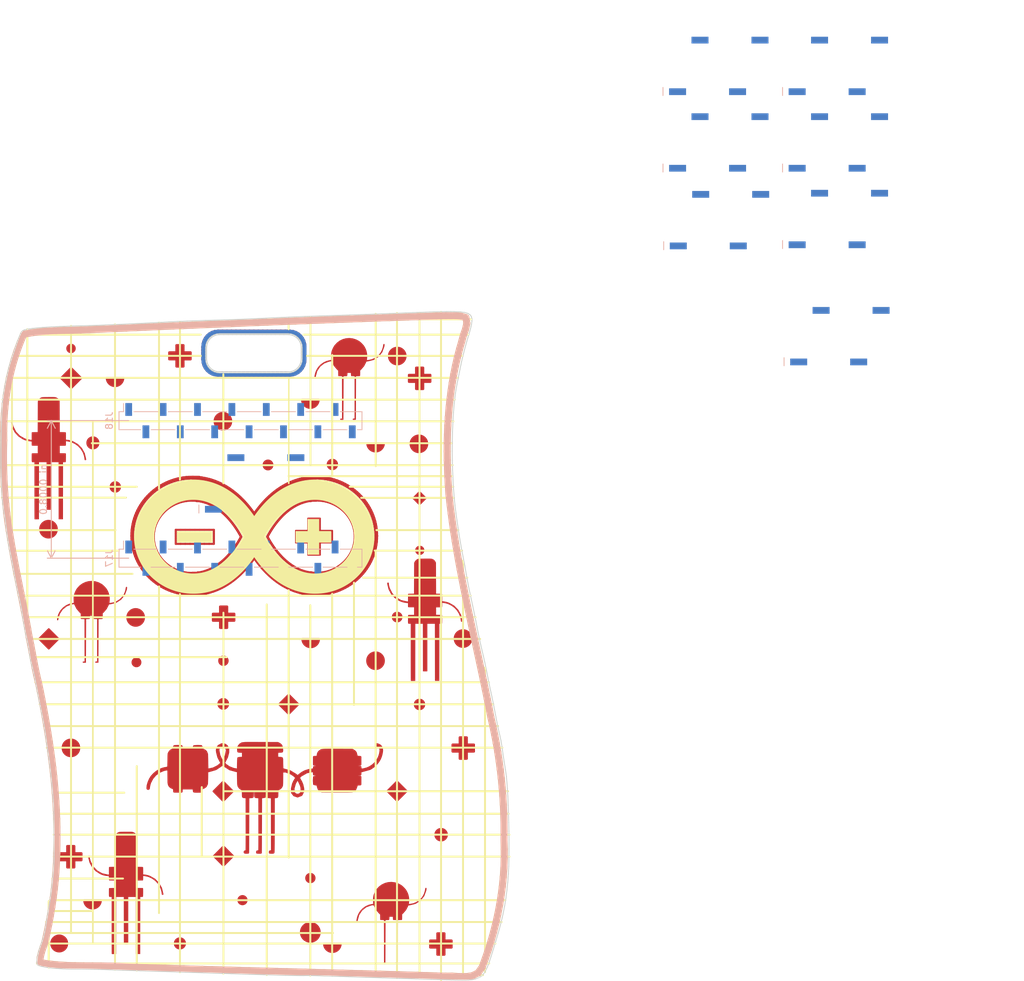
<source format=kicad_pcb>
(kicad_pcb (version 20171130) (host pcbnew 6.0.0-rc1-unknown-90178eb~66~ubuntu18.04.1)
  (title_block (title "Project Title"))
  (layers (0 F.Cu signal) (31 B.Cu signal) (34 B.Paste user) (35 F.Paste user) (36 B.SilkS user) (37 F.SilkS user) (38 B.Mask user) (39 F.Mask user) (44 Edge.Cuts user))
  (net 0 "")
  (net 1 /~5)
  (net 2 /~3)
  (net 3 /1)
  (net 4 /A6)
  (net 5 /A4)
  (net 6 /A2)
  (net 7 /DAC0-A0)
  (net 8 /~4)
  (net 9 /~2)
  (net 10 "Net-(J17-Pad9)")
  (net 11 /A5)
  (net 12 /A3)
  (net 13 /A1)
  (net 14 /AREF)
  (net 15 +5V)
  (net 16 +3V3)
  (net 17 /RESET)
  (net 18 /13->RX)
  (net 19 /11-SDA)
  (net 20 /9-SCK)
  (net 21 /7)
  (net 22 VIN)
  (net 23 GND)
  (net 24 /14<-TX)
  (net 25 /12-SCL)
  (net 26 /10-MISO)
  (net 27 /8-MOSI)
  (net 28 /6)
  (net 29 P1)
  (net 30 P2)
  (net 31 P3)
  (net 32 P4)
  (net 33 P5)
  (net 34 P6)
  (net 35 P7)
  (net 36 "Net-(U8-Pad4)")
  (module Connector_PinSocket_2.54mm:PinSocket_1x14_P2.54mm_Vertical_SMD_Pin1Left (layer B.Cu) (at 62.7888 79.059724 270)
    (fp_text reference J17 (at 0 19.38 270) (layer B.SilkS) (effects (justify mirror)))
    (fp_text value Conn_01x14)
    (pad 14 smd rect (at 1.65 -16.51 270) (size 1.9 1) (layers B.Cu B.Paste B.Mask) (net 1 /~5))
    (pad 12 smd rect (at 1.65 -11.43 270) (size 1.9 1) (layers B.Cu B.Paste B.Mask) (net 2 /~3))
    (pad 10 smd rect (at 1.65 -6.35 270) (size 1.9 1) (layers B.Cu B.Paste B.Mask) (net 3 /1))
    (pad 8 smd rect (at 1.65 -1.27 270) (size 1.9 1) (layers B.Cu B.Paste B.Mask) (net 4 /A6))
    (pad 6 smd rect (at 1.65 3.81 270) (size 1.9 1) (layers B.Cu B.Paste B.Mask) (net 5 /A4))
    (pad 4 smd rect (at 1.65 8.89 270) (size 1.9 1) (layers B.Cu B.Paste B.Mask) (net 6 /A2))
    (pad 2 smd rect (at 1.65 13.97 270) (size 1.9 1) (layers B.Cu B.Paste B.Mask) (net 7 /DAC0-A0))
    (pad 13 smd rect (at -1.65 -13.97 270) (size 1.9 1) (layers B.Cu B.Paste B.Mask) (net 8 /~4))
    (pad 11 smd rect (at -1.65 -8.89 270) (size 1.9 1) (layers B.Cu B.Paste B.Mask) (net 9 /~2))
    (pad 9 smd rect (at -1.65 -3.81 270) (size 1.9 1) (layers B.Cu B.Paste B.Mask) (net 10 "Net-(J17-Pad9)"))
    (pad 7 smd rect (at -1.65 1.27 270) (size 1.9 1) (layers B.Cu B.Paste B.Mask) (net 11 /A5))
    (pad 5 smd rect (at -1.65 6.35 270) (size 1.9 1) (layers B.Cu B.Paste B.Mask) (net 12 /A3))
    (pad 3 smd rect (at -1.65 11.43 270) (size 1.9 1) (layers B.Cu B.Paste B.Mask) (net 13 /A1))
    (pad 1 smd rect (at -1.65 16.51 270) (size 1.9 1) (layers B.Cu B.Paste B.Mask) (net 14 /AREF))
  )
  (module Connector_PinSocket_2.54mm:PinSocket_1x14_P2.54mm_Vertical_SMD_Pin1Left (layer B.Cu) (at 62.7888 58.739724 270)
    (fp_text reference J18 (at 0 19.38 270) (layer B.SilkS) (effects (justify mirror)))
    (fp_text value Conn_01x14)
    (pad 1 smd rect (at -1.65 16.51 270) (size 1.9 1) (layers B.Cu B.Paste B.Mask) (net 15 +5V))
    (pad 3 smd rect (at -1.65 11.43 270) (size 1.9 1) (layers B.Cu B.Paste B.Mask) (net 16 +3V3))
    (pad 5 smd rect (at -1.65 6.35 270) (size 1.9 1) (layers B.Cu B.Paste B.Mask) (net 17 /RESET))
    (pad 7 smd rect (at -1.65 1.27 270) (size 1.9 1) (layers B.Cu B.Paste B.Mask) (net 18 /13->RX))
    (pad 9 smd rect (at -1.65 -3.81 270) (size 1.9 1) (layers B.Cu B.Paste B.Mask) (net 19 /11-SDA))
    (pad 11 smd rect (at -1.65 -8.89 270) (size 1.9 1) (layers B.Cu B.Paste B.Mask) (net 20 /9-SCK))
    (pad 13 smd rect (at -1.65 -13.97 270) (size 1.9 1) (layers B.Cu B.Paste B.Mask) (net 21 /7))
    (pad 2 smd rect (at 1.65 13.97 270) (size 1.9 1) (layers B.Cu B.Paste B.Mask) (net 22 VIN))
    (pad 4 smd rect (at 1.65 8.89 270) (size 1.9 1) (layers B.Cu B.Paste B.Mask) (net 23 GND))
    (pad 6 smd rect (at 1.65 3.81 270) (size 1.9 1) (layers B.Cu B.Paste B.Mask) (net 24 /14<-TX))
    (pad 8 smd rect (at 1.65 -1.27 270) (size 1.9 1) (layers B.Cu B.Paste B.Mask) (net 25 /12-SCL))
    (pad 10 smd rect (at 1.65 -6.35 270) (size 1.9 1) (layers B.Cu B.Paste B.Mask) (net 26 /10-MISO))
    (pad 12 smd rect (at 1.65 -11.43 270) (size 1.9 1) (layers B.Cu B.Paste B.Mask) (net 27 /8-MOSI))
    (pad 14 smd rect (at 1.65 -16.51 270) (size 1.9 1) (layers B.Cu B.Paste B.Mask) (net 28 /6))
  )
  (module ArduinoBadge:Neo-reverse_SMD_4Pin (layer B.Cu) (at 151.101505 6.323008 180)
    (fp_text reference U1)
    (fp_text value NeoReverse)
    (pad 4 smd rect (at 2.79 3.81 180) (size 2.51 1) (layers B.Cu B.Paste B.Mask) (net 29 P1))
    (pad 3 smd rect (at 6.1 -3.81 180) (size 2.51 1) (layers B.Cu B.Paste B.Mask) (net 23 GND))
    (pad 1 smd rect (at -6.07 3.81 180) (size 2.51 1) (layers B.Cu B.Paste B.Mask) (net 16 +3V3))
    (pad 2 smd rect (at -2.76 -3.81 180) (size 2.51 1) (layers B.Cu B.Paste B.Mask) (net 9 /~2))
  )
  (module ArduinoBadge:Neo-reverse_SMD_4Pin (layer B.Cu) (at 151.101505 17.633008 180)
    (fp_text reference U2)
    (fp_text value NeoReverse)
    (pad 2 smd rect (at -2.76 -3.81 180) (size 2.51 1) (layers B.Cu B.Paste B.Mask) (net 29 P1))
    (pad 1 smd rect (at -6.07 3.81 180) (size 2.51 1) (layers B.Cu B.Paste B.Mask) (net 16 +3V3))
    (pad 3 smd rect (at 6.1 -3.81 180) (size 2.51 1) (layers B.Cu B.Paste B.Mask) (net 23 GND))
    (pad 4 smd rect (at 2.79 3.81 180) (size 2.51 1) (layers B.Cu B.Paste B.Mask) (net 30 P2))
  )
  (module ArduinoBadge:Neo-reverse_SMD_4Pin (layer B.Cu) (at 151.326506 46.258007 180)
    (fp_text reference U3)
    (fp_text value NeoReverse)
    (pad 4 smd rect (at 2.79 3.81 180) (size 2.51 1) (layers B.Cu B.Paste B.Mask) (net 31 P3))
    (pad 3 smd rect (at 6.1 -3.81 180) (size 2.51 1) (layers B.Cu B.Paste B.Mask) (net 23 GND))
    (pad 1 smd rect (at -6.07 3.81 180) (size 2.51 1) (layers B.Cu B.Paste B.Mask) (net 16 +3V3))
    (pad 2 smd rect (at -2.76 -3.81 180) (size 2.51 1) (layers B.Cu B.Paste B.Mask) (net 30 P2))
  )
  (module ArduinoBadge:Neo-reverse_SMD_4Pin (layer B.Cu) (at 151.101505 28.943008 180)
    (fp_text reference U4)
    (fp_text value NeoReverse)
    (pad 2 smd rect (at -2.76 -3.81 180) (size 2.51 1) (layers B.Cu B.Paste B.Mask) (net 31 P3))
    (pad 1 smd rect (at -6.07 3.81 180) (size 2.51 1) (layers B.Cu B.Paste B.Mask) (net 16 +3V3))
    (pad 3 smd rect (at 6.1 -3.81 180) (size 2.51 1) (layers B.Cu B.Paste B.Mask) (net 23 GND))
    (pad 4 smd rect (at 2.79 3.81 180) (size 2.51 1) (layers B.Cu B.Paste B.Mask) (net 32 P4))
  )
  (module ArduinoBadge:Neo-reverse_SMD_4Pin (layer B.Cu) (at 133.441505 6.323008 180)
    (fp_text reference U5)
    (fp_text value NeoReverse)
    (pad 4 smd rect (at 2.79 3.81 180) (size 2.51 1) (layers B.Cu B.Paste B.Mask) (net 33 P5))
    (pad 3 smd rect (at 6.1 -3.81 180) (size 2.51 1) (layers B.Cu B.Paste B.Mask) (net 23 GND))
    (pad 1 smd rect (at -6.07 3.81 180) (size 2.51 1) (layers B.Cu B.Paste B.Mask) (net 16 +3V3))
    (pad 2 smd rect (at -2.76 -3.81 180) (size 2.51 1) (layers B.Cu B.Paste B.Mask) (net 32 P4))
  )
  (module ArduinoBadge:Neo-reverse_SMD_4Pin (layer B.Cu) (at 133.441505 17.633008 180)
    (fp_text reference U6)
    (fp_text value NeoReverse)
    (pad 2 smd rect (at -2.76 -3.81 180) (size 2.51 1) (layers B.Cu B.Paste B.Mask) (net 33 P5))
    (pad 1 smd rect (at -6.07 3.81 180) (size 2.51 1) (layers B.Cu B.Paste B.Mask) (net 16 +3V3))
    (pad 3 smd rect (at 6.1 -3.81 180) (size 2.51 1) (layers B.Cu B.Paste B.Mask) (net 23 GND))
    (pad 4 smd rect (at 2.79 3.81 180) (size 2.51 1) (layers B.Cu B.Paste B.Mask) (net 34 P6))
  )
  (module ArduinoBadge:Neo-reverse_SMD_4Pin (layer B.Cu) (at 64.897 68.0212 180)
    (fp_text reference U7)
    (fp_text value NeoReverse)
    (pad 4 smd rect (at 2.79 3.81 180) (size 2.51 1) (layers B.Cu B.Paste B.Mask) (net 35 P7))
    (pad 3 smd rect (at 6.1 -3.81 180) (size 2.51 1) (layers B.Cu B.Paste B.Mask) (net 23 GND))
    (pad 1 smd rect (at -6.07 3.81 180) (size 2.51 1) (layers B.Cu B.Paste B.Mask) (net 16 +3V3))
    (pad 2 smd rect (at -2.76 -3.81 180) (size 2.51 1) (layers B.Cu B.Paste B.Mask) (net 34 P6))
  )
  (module ArduinoBadge:Neo-reverse_SMD_4Pin (layer B.Cu) (at 133.546506 29.113007 180)
    (fp_text reference U8)
    (fp_text value NeoReverse)
    (pad 2 smd rect (at -2.76 -3.81 180) (size 2.51 1) (layers B.Cu B.Paste B.Mask) (net 35 P7))
    (pad 1 smd rect (at -6.07 3.81 180) (size 2.51 1) (layers B.Cu B.Paste B.Mask) (net 16 +3V3))
    (pad 3 smd rect (at 6.1 -3.81 180) (size 2.51 1) (layers B.Cu B.Paste B.Mask) (net 23 GND))
    (pad 4 smd rect (at 2.79 3.81 180) (size 2.51 1) (layers B.Cu B.Paste B.Mask) (net 36 "Net-(U8-Pad4)"))
  )
  (module ArduinoBadge:Edge.SilkS.04.4 (layer F.Cu) (at 64.924624 91.976551)
    (fp_text reference U9 hide)
    (fp_text value EdgeCuts hide)
    (fp_line (start 37.430273 33.756541) (end 37.335613 34.972433) (layer Edge.Cuts) (width 0.133917))
    (fp_line (start 37.335613 34.972433) (end 37.219603 36.119142) (layer Edge.Cuts) (width 0.133917))
    (fp_line (start 37.219603 36.119142) (end 37.06523 37.309532) (layer Edge.Cuts) (width 0.133917))
    (fp_line (start 37.06523 37.309532) (end 36.876982 38.466231) (layer Edge.Cuts) (width 0.133917))
    (fp_line (start 36.876982 38.466231) (end 36.649644 39.617554) (layer Edge.Cuts) (width 0.133917))
    (fp_line (start 36.649644 39.617554) (end 36.520078 40.197814) (layer Edge.Cuts) (width 0.133917))
    (fp_line (start 36.520078 40.197814) (end 36.379154 40.785347) (layer Edge.Cuts) (width 0.133917))
    (fp_line (start 36.379154 40.785347) (end 36.238296 41.337636) (layer Edge.Cuts) (width 0.133917))
    (fp_line (start 36.238296 41.337636) (end 36.086802 41.901322) (layer Edge.Cuts) (width 0.133917))
    (fp_line (start 36.086802 41.901322) (end 35.924223 42.47889) (layer Edge.Cuts) (width 0.133917))
    (fp_line (start 35.924223 42.47889) (end 35.750106 43.072829) (layer Edge.Cuts) (width 0.133917))
    (fp_line (start 35.750106 43.072829) (end 35.562191 43.70074) (layer Edge.Cuts) (width 0.133917))
    (fp_line (start 35.562191 43.70074) (end 35.387484 44.280658) (layer Edge.Cuts) (width 0.133917))
    (fp_line (start 35.387484 44.280658) (end 35.224975 44.814702) (layer Edge.Cuts) (width 0.133917))
    (fp_line (start 35.224975 44.814702) (end 35.073639 45.304981) (layer Edge.Cuts) (width 0.133917))
    (fp_line (start 35.073639 45.304981) (end 34.856951 45.989026) (layer Edge.Cuts) (width 0.133917))
    (fp_line (start 34.856951 45.989026) (end 34.661233 46.57926) (layer Edge.Cuts) (width 0.133917))
    (fp_line (start 34.661233 46.57926) (end 34.482595 47.083752) (layer Edge.Cuts) (width 0.133917))
    (fp_line (start 34.482595 47.083752) (end 34.317153 47.510582) (layer Edge.Cuts) (width 0.133917))
    (fp_line (start 34.317153 47.510582) (end 33.978041 48.22021) (layer Edge.Cuts) (width 0.133917))
    (fp_line (start 33.978041 48.22021) (end 33.642343 48.675908) (layer Edge.Cuts) (width 0.133917))
    (fp_line (start 33.642343 48.675908) (end 33.267747 48.965584) (layer Edge.Cuts) (width 0.133917))
    (fp_line (start 33.267747 48.965584) (end 32.811944 49.17714) (layer Edge.Cuts) (width 0.133917))
    (fp_line (start 32.811944 49.17714) (end 32.49548 49.287086) (layer Edge.Cuts) (width 0.133917))
    (fp_line (start 32.49548 49.287086) (end 32.103453 49.362984) (layer Edge.Cuts) (width 0.133917))
    (fp_line (start 32.103453 49.362984) (end 31.505814 49.405825) (layer Edge.Cuts) (width 0.133917))
    (fp_line (start 31.505814 49.405825) (end 30.572505 49.416606) (layer Edge.Cuts) (width 0.133917))
    (fp_line (start 30.572505 49.416606) (end 30.117317 49.412683) (layer Edge.Cuts) (width 0.133917))
    (fp_line (start 30.117317 49.412683) (end 29.592164 49.404555) (layer Edge.Cuts) (width 0.133917))
    (fp_line (start 29.592164 49.404555) (end 28.9905 49.392307) (layer Edge.Cuts) (width 0.133917))
    (fp_line (start 28.9905 49.392307) (end 28.305795 49.375966) (layer Edge.Cuts) (width 0.133917))
    (fp_line (start 28.305795 49.375966) (end 27.802951 49.362927) (layer Edge.Cuts) (width 0.133917))
    (fp_line (start 27.802951 49.362927) (end 27.258841 49.348111) (layer Edge.Cuts) (width 0.133917))
    (fp_line (start 27.258841 49.348111) (end 26.039203 49.313268) (layer Edge.Cuts) (width 0.133917))
    (fp_line (start 26.039203 49.313268) (end 24.965963 49.281551) (layer Edge.Cuts) (width 0.133917))
    (fp_line (start 24.965963 49.281551) (end 23.77286 49.245771) (layer Edge.Cuts) (width 0.133917))
    (fp_line (start 23.77286 49.245771) (end 22.556694 49.208893) (layer Edge.Cuts) (width 0.133917))
    (fp_line (start 22.556694 49.208893) (end 21.311366 49.170632) (layer Edge.Cuts) (width 0.133917))
    (fp_line (start 21.311366 49.170632) (end 20.077967 49.132293) (layer Edge.Cuts) (width 0.133917))
    (fp_line (start 20.077967 49.132293) (end 18.850047 49.093704) (layer Edge.Cuts) (width 0.133917))
    (fp_line (start 18.850047 49.093704) (end 17.59803 49.053925) (layer Edge.Cuts) (width 0.133917))
    (fp_line (start 17.59803 49.053925) (end 16.38851 49.015057) (layer Edge.Cuts) (width 0.133917))
    (fp_line (start 16.38851 49.015057) (end 15.106406 48.973317) (layer Edge.Cuts) (width 0.133917))
    (fp_line (start 15.106406 48.973317) (end 13.92734 48.934316) (layer Edge.Cuts) (width 0.133917))
    (fp_line (start 13.92734 48.934316) (end 12.547116 48.887566) (layer Edge.Cuts) (width 0.133917))
    (fp_line (start 12.547116 48.887566) (end 11.466236 48.849407) (layer Edge.Cuts) (width 0.133917))
    (fp_line (start 11.466236 48.849407) (end 10.349178 48.811426) (layer Edge.Cuts) (width 0.133917))
    (fp_line (start 10.349178 48.811426) (end 9.333827 48.782131) (layer Edge.Cuts) (width 0.133917))
    (fp_line (start 9.333827 48.782131) (end 7.840439 48.753516) (layer Edge.Cuts) (width 0.133917))
    (fp_line (start 7.840439 48.753516) (end 7.201333 48.766075) (layer Edge.Cuts) (width 0.133917))
    (fp_line (start 7.201333 48.766075) (end 6.451946 48.76664) (layer Edge.Cuts) (width 0.133917))
    (fp_line (start 6.451946 48.76664) (end 4.522006 48.72471) (layer Edge.Cuts) (width 0.133917))
    (fp_line (start 4.522006 48.72471) (end 3.271916 48.691978) (layer Edge.Cuts) (width 0.133917))
    (fp_line (start 3.271916 48.691978) (end 1.842752 48.651936) (layer Edge.Cuts) (width 0.133917))
    (fp_line (start 1.842752 48.651936) (end 0.547275 48.613879) (layer Edge.Cuts) (width 0.133917))
    (fp_line (start 0.547275 48.613879) (end -0.836265 48.571729) (layer Edge.Cuts) (width 0.133917))
    (fp_line (start -0.836265 48.571729) (end -2.151618 48.530383) (layer Edge.Cuts) (width 0.133917))
    (fp_line (start -2.151618 48.530383) (end -3.515119 48.486311) (layer Edge.Cuts) (width 0.133917))
    (fp_line (start -3.515119 48.486311) (end -4.853797 48.442519) (layer Edge.Cuts) (width 0.133917))
    (fp_line (start -4.853797 48.442519) (end -6.187757 48.399014) (layer Edge.Cuts) (width 0.133917))
    (fp_line (start -6.187757 48.399014) (end -7.540237 48.355036) (layer Edge.Cuts) (width 0.133917))
    (fp_line (start -7.540237 48.355036) (end -8.86028 48.312242) (layer Edge.Cuts) (width 0.133917))
    (fp_line (start -8.86028 48.312242) (end -10.232216 48.267914) (layer Edge.Cuts) (width 0.133917))
    (fp_line (start -10.232216 48.267914) (end -11.532716 48.22604) (layer Edge.Cuts) (width 0.133917))
    (fp_line (start -11.532716 48.22604) (end -12.944456 48.180792) (layer Edge.Cuts) (width 0.133917))
    (fp_line (start -12.944456 48.180792) (end -14.205448 48.140609) (layer Edge.Cuts) (width 0.133917))
    (fp_line (start -14.205448 48.140609) (end -15.820563 48.089699) (layer Edge.Cuts) (width 0.133917))
    (fp_line (start -15.820563 48.089699) (end -16.878482 48.057249) (layer Edge.Cuts) (width 0.133917))
    (fp_line (start -16.878482 48.057249) (end -18.121978 48.018692) (layer Edge.Cuts) (width 0.133917))
    (fp_line (start -18.121978 48.018692) (end -19.484869 47.973728) (layer Edge.Cuts) (width 0.133917))
    (fp_line (start -19.484869 47.973728) (end -20.902511 47.92439) (layer Edge.Cuts) (width 0.133917))
    (fp_line (start -20.902511 47.92439) (end -21.537288 47.901219) (layer Edge.Cuts) (width 0.133917))
    (fp_line (start -21.537288 47.901219) (end -22.091146 47.880137) (layer Edge.Cuts) (width 0.133917))
    (fp_line (start -22.091146 47.880137) (end -22.583118 47.862583) (layer Edge.Cuts) (width 0.133917))
    (fp_line (start -22.583118 47.862583) (end -23.1127 47.846722) (layer Edge.Cuts) (width 0.133917))
    (fp_line (start -23.1127 47.846722) (end -23.664523 47.832809) (layer Edge.Cuts) (width 0.133917))
    (fp_line (start -23.664523 47.832809) (end -24.223222 47.821153) (layer Edge.Cuts) (width 0.133917))
    (fp_line (start -24.223222 47.821153) (end -24.821031 47.81136) (layer Edge.Cuts) (width 0.133917))
    (fp_line (start -24.821031 47.81136) (end -25.388975 47.804897) (layer Edge.Cuts) (width 0.133917))
    (fp_line (start -25.388975 47.804897) (end -25.907247 47.802075) (layer Edge.Cuts) (width 0.133917))
    (fp_line (start -25.907247 47.802075) (end -26.356048 47.803486) (layer Edge.Cuts) (width 0.133917))
    (fp_line (start -26.356048 47.803486) (end -26.859826 47.804333) (layer Edge.Cuts) (width 0.133917))
    (fp_line (start -26.859826 47.804333) (end -27.356648 47.798519) (layer Edge.Cuts) (width 0.133917))
    (fp_line (start -27.356648 47.798519) (end -27.84382 47.786355) (layer Edge.Cuts) (width 0.133917))
    (fp_line (start -27.84382 47.786355) (end -28.31865 47.768152) (layer Edge.Cuts) (width 0.133917))
    (fp_line (start -28.31865 47.768152) (end -28.848113 47.740042) (layer Edge.Cuts) (width 0.133917))
    (fp_line (start -28.848113 47.740042) (end -29.353387 47.70479) (layer Edge.Cuts) (width 0.133917))
    (fp_line (start -29.353387 47.70479) (end -29.830328 47.662891) (layer Edge.Cuts) (width 0.133917))
    (fp_line (start -29.830328 47.662891) (end -30.274789 47.614834) (layer Edge.Cuts) (width 0.133917))
    (fp_line (start -30.274789 47.614834) (end -30.990594 47.512515) (layer Edge.Cuts) (width 0.133917))
    (fp_line (start -30.990594 47.512515) (end -31.558239 47.39419) (layer Edge.Cuts) (width 0.133917))
    (fp_line (start -31.558239 47.39419) (end -31.952295 47.262853) (layer Edge.Cuts) (width 0.133917))
    (fp_line (start -31.952295 47.262853) (end -32.147336 47.121496) (layer Edge.Cuts) (width 0.133917))
    (fp_line (start -32.147336 47.121496) (end -32.208889 46.874808) (layer Edge.Cuts) (width 0.133917))
    (fp_line (start -32.208889 46.874808) (end -32.194862 46.481958) (layer Edge.Cuts) (width 0.133917))
    (fp_line (start -32.194862 46.481958) (end -32.108948 45.959976) (layer Edge.Cuts) (width 0.133917))
    (fp_line (start -32.108948 45.959976) (end -31.954838 45.325902) (layer Edge.Cuts) (width 0.133917))
    (fp_line (start -31.954838 45.325902) (end -31.840171 44.928367) (layer Edge.Cuts) (width 0.133917))
    (fp_line (start -31.840171 44.928367) (end -31.70594 44.504034) (layer Edge.Cuts) (width 0.133917))
    (fp_line (start -31.70594 44.504034) (end -31.55279 44.055891) (layer Edge.Cuts) (width 0.133917))
    (fp_line (start -31.55279 44.055891) (end -31.381371 43.586928) (layer Edge.Cuts) (width 0.133917))
    (fp_line (start -31.381371 43.586928) (end -31.216093 43.054008) (layer Edge.Cuts) (width 0.133917))
    (fp_line (start -31.216093 43.054008) (end -31.051038 42.358906) (layer Edge.Cuts) (width 0.133917))
    (fp_line (start -31.051038 42.358906) (end -30.905341 41.591673) (layer Edge.Cuts) (width 0.133917))
    (fp_line (start -30.905341 41.591673) (end -30.798144 40.842373) (layer Edge.Cuts) (width 0.133917))
    (fp_line (start -30.798144 40.842373) (end -30.744962 40.536969) (layer Edge.Cuts) (width 0.133917))
    (fp_line (start -30.744962 40.536969) (end -30.692274 40.2322) (layer Edge.Cuts) (width 0.133917))
    (fp_line (start -30.692274 40.2322) (end -30.640145 39.928041) (layer Edge.Cuts) (width 0.133917))
    (fp_line (start -30.640145 39.928041) (end -30.588642 39.624463) (layer Edge.Cuts) (width 0.133917))
    (fp_line (start -30.588642 39.624463) (end -30.537837 39.321449) (layer Edge.Cuts) (width 0.133917))
    (fp_line (start -30.537837 39.321449) (end -30.487787 39.018969) (layer Edge.Cuts) (width 0.133917))
    (fp_line (start -30.487787 39.018969) (end -30.438568 38.717003) (layer Edge.Cuts) (width 0.133917))
    (fp_line (start -30.438568 38.717003) (end -30.390243 38.415525) (layer Edge.Cuts) (width 0.133917))
    (fp_line (start -30.390243 38.415525) (end -30.34288 38.114509) (layer Edge.Cuts) (width 0.133917))
    (fp_line (start -30.34288 38.114509) (end -30.296545 37.813937) (layer Edge.Cuts) (width 0.133917))
    (fp_line (start -30.296545 37.813937) (end -30.251308 37.513777) (layer Edge.Cuts) (width 0.133917))
    (fp_line (start -30.251308 37.513777) (end -30.20723 37.214009) (layer Edge.Cuts) (width 0.133917))
    (fp_line (start -30.20723 37.214009) (end -30.164383 36.91461) (layer Edge.Cuts) (width 0.133917))
    (fp_line (start -30.164383 36.91461) (end -30.122832 36.615554) (layer Edge.Cuts) (width 0.133917))
    (fp_line (start -30.122832 36.615554) (end -30.082643 36.316816) (layer Edge.Cuts) (width 0.133917))
    (fp_line (start -30.082643 36.316816) (end -30.043889 36.018371) (layer Edge.Cuts) (width 0.133917))
    (fp_line (start -30.043889 36.018371) (end -30.006627 35.720198) (layer Edge.Cuts) (width 0.133917))
    (fp_line (start -30.006627 35.720198) (end -29.970931 35.422273) (layer Edge.Cuts) (width 0.133917))
    (fp_line (start -29.970931 35.422273) (end -29.936867 35.124571) (layer Edge.Cuts) (width 0.133917))
    (fp_line (start -29.936867 35.124571) (end -29.904502 34.827063) (layer Edge.Cuts) (width 0.133917))
    (fp_line (start -29.904502 34.827063) (end -29.8739 34.529734) (layer Edge.Cuts) (width 0.133917))
    (fp_line (start -29.8739 34.529734) (end -29.845134 34.232551) (layer Edge.Cuts) (width 0.133917))
    (fp_line (start -29.845134 34.232551) (end -29.818266 33.935498) (layer Edge.Cuts) (width 0.133917))
    (fp_line (start -29.818266 33.935498) (end -29.793374 33.638544) (layer Edge.Cuts) (width 0.133917))
    (fp_line (start -29.793374 33.638544) (end -29.770514 33.341666) (layer Edge.Cuts) (width 0.133917))
    (fp_line (start -29.770514 33.341666) (end -29.749742 33.044844) (layer Edge.Cuts) (width 0.133917))
    (fp_line (start -29.749742 33.044844) (end -29.731144 32.748048) (layer Edge.Cuts) (width 0.133917))
    (fp_line (start -29.731144 32.748048) (end -29.714775 32.45126) (layer Edge.Cuts) (width 0.133917))
    (fp_line (start -29.714775 32.45126) (end -29.700692 32.15445) (layer Edge.Cuts) (width 0.133917))
    (fp_line (start -29.700692 32.15445) (end -29.68898 31.8576) (layer Edge.Cuts) (width 0.133917))
    (fp_line (start -29.68898 31.8576) (end -29.679723 31.56068) (layer Edge.Cuts) (width 0.133917))
    (fp_line (start -29.679723 31.56068) (end -29.67295 31.263669) (layer Edge.Cuts) (width 0.133917))
    (fp_line (start -29.67295 31.263669) (end -29.665245 30.06381) (layer Edge.Cuts) (width 0.133917))
    (fp_line (start -29.665245 30.06381) (end -29.665146 28.75166) (layer Edge.Cuts) (width 0.133917))
    (fp_line (start -29.665146 28.75166) (end -29.671412 27.495983) (layer Edge.Cuts) (width 0.133917))
    (fp_line (start -29.671412 27.495983) (end -29.683463 26.239941) (layer Edge.Cuts) (width 0.133917))
    (fp_line (start -29.683463 26.239941) (end -29.70271 24.92872) (layer Edge.Cuts) (width 0.133917))
    (fp_line (start -29.70271 24.92872) (end -29.727997 23.728446) (layer Edge.Cuts) (width 0.133917))
    (fp_line (start -29.727997 23.728446) (end -29.757913 23.257555) (layer Edge.Cuts) (width 0.133917))
    (fp_line (start -29.757913 23.257555) (end -29.789838 22.796192) (layer Edge.Cuts) (width 0.133917))
    (fp_line (start -29.789838 22.796192) (end -29.823671 22.343305) (layer Edge.Cuts) (width 0.133917))
    (fp_line (start -29.823671 22.343305) (end -29.859315 21.89784) (layer Edge.Cuts) (width 0.133917))
    (fp_line (start -29.859315 21.89784) (end -29.896673 21.45875) (layer Edge.Cuts) (width 0.133917))
    (fp_line (start -29.896673 21.45875) (end -29.935642 21.024983) (layer Edge.Cuts) (width 0.133917))
    (fp_line (start -29.935642 21.024983) (end -29.976124 20.595486) (layer Edge.Cuts) (width 0.133917))
    (fp_line (start -29.976124 20.595486) (end -30.018023 20.169212) (layer Edge.Cuts) (width 0.133917))
    (fp_line (start -30.018023 20.169212) (end -30.061237 19.745105) (layer Edge.Cuts) (width 0.133917))
    (fp_line (start -30.061237 19.745105) (end -30.10567 19.322119) (layer Edge.Cuts) (width 0.133917))
    (fp_line (start -30.10567 19.322119) (end -30.151223 18.8992) (layer Edge.Cuts) (width 0.133917))
    (fp_line (start -30.151223 18.8992) (end -30.197793 18.4753) (layer Edge.Cuts) (width 0.133917))
    (fp_line (start -30.197793 18.4753) (end -30.245288 18.049364) (layer Edge.Cuts) (width 0.133917))
    (fp_line (start -30.245288 18.049364) (end -30.293602 17.620344) (layer Edge.Cuts) (width 0.133917))
    (fp_line (start -30.293602 17.620344) (end -30.34264 17.187189) (layer Edge.Cuts) (width 0.133917))
    (fp_line (start -30.34264 17.187189) (end -30.392303 16.748848) (layer Edge.Cuts) (width 0.133917))
    (fp_line (start -30.392303 16.748848) (end -30.50936 15.995241) (layer Edge.Cuts) (width 0.133917))
    (fp_line (start -30.50936 15.995241) (end -30.631326 15.383781) (layer Edge.Cuts) (width 0.133917))
    (fp_line (start -30.631326 15.383781) (end -30.797789 14.096929) (layer Edge.Cuts) (width 0.133917))
    (fp_line (start -30.797789 14.096929) (end -30.904709 13.266437) (layer Edge.Cuts) (width 0.133917))
    (fp_line (start -30.904709 13.266437) (end -31.048659 12.317976) (layer Edge.Cuts) (width 0.133917))
    (fp_line (start -31.048659 12.317976) (end -31.209297 11.376889) (layer Edge.Cuts) (width 0.133917))
    (fp_line (start -31.209297 11.376889) (end -31.36917 10.550576) (layer Edge.Cuts) (width 0.133917))
    (fp_line (start -31.36917 10.550576) (end -31.567953 9.577756) (layer Edge.Cuts) (width 0.133917))
    (fp_line (start -31.567953 9.577756) (end -31.811003 8.350518) (layer Edge.Cuts) (width 0.133917))
    (fp_line (start -31.811003 8.350518) (end -32.030304 7.219422) (layer Edge.Cuts) (width 0.133917))
    (fp_line (start -32.030304 7.219422) (end -32.233919 6.146518) (layer Edge.Cuts) (width 0.133917))
    (fp_line (start -32.233919 6.146518) (end -32.405987 5.260842) (layer Edge.Cuts) (width 0.133917))
    (fp_line (start -32.405987 5.260842) (end -32.582988 4.408283) (layer Edge.Cuts) (width 0.133917))
    (fp_line (start -32.582988 4.408283) (end -32.82163 3.352185) (layer Edge.Cuts) (width 0.133917))
    (fp_line (start -32.82163 3.352185) (end -33.000039 2.68568) (layer Edge.Cuts) (width 0.133917))
    (fp_line (start -33.000039 2.68568) (end -33.193985 1.907656) (layer Edge.Cuts) (width 0.133917))
    (fp_line (start -33.193985 1.907656) (end -33.274658 1.210101) (layer Edge.Cuts) (width 0.133917))
    (fp_line (start -33.274658 1.210101) (end -33.38212 0.345511) (layer Edge.Cuts) (width 0.133917))
    (fp_line (start -33.38212 0.345511) (end -33.640495 -0.834139) (layer Edge.Cuts) (width 0.133917))
    (fp_line (start -33.640495 -0.834139) (end -33.800788 -1.507846) (layer Edge.Cuts) (width 0.133917))
    (fp_line (start -33.800788 -1.507846) (end -33.963481 -2.291416) (layer Edge.Cuts) (width 0.133917))
    (fp_line (start -33.963481 -2.291416) (end -34.106189 -3.068447) (layer Edge.Cuts) (width 0.133917))
    (fp_line (start -34.106189 -3.068447) (end -34.214377 -3.762621) (layer Edge.Cuts) (width 0.133917))
    (fp_line (start -34.214377 -3.762621) (end -34.439198 -5.187589) (layer Edge.Cuts) (width 0.133917))
    (fp_line (start -34.439198 -5.187589) (end -34.68759 -6.472812) (layer Edge.Cuts) (width 0.133917))
    (fp_line (start -34.68759 -6.472812) (end -34.935629 -7.583885) (layer Edge.Cuts) (width 0.133917))
    (fp_line (start -34.935629 -7.583885) (end -35.159601 -8.59015) (layer Edge.Cuts) (width 0.133917))
    (fp_line (start -35.159601 -8.59015) (end -35.365538 -9.621287) (layer Edge.Cuts) (width 0.133917))
    (fp_line (start -35.365538 -9.621287) (end -35.570197 -10.792182) (layer Edge.Cuts) (width 0.133917))
    (fp_line (start -35.570197 -10.792182) (end -35.688835 -11.473288) (layer Edge.Cuts) (width 0.133917))
    (fp_line (start -35.688835 -11.473288) (end -35.850026 -12.31992) (layer Edge.Cuts) (width 0.133917))
    (fp_line (start -35.850026 -12.31992) (end -36.008006 -13.104198) (layer Edge.Cuts) (width 0.133917))
    (fp_line (start -36.008006 -13.104198) (end -36.164679 -13.841143) (layer Edge.Cuts) (width 0.133917))
    (fp_line (start -36.164679 -13.841143) (end -36.323863 -14.634675) (layer Edge.Cuts) (width 0.133917))
    (fp_line (start -36.323863 -14.634675) (end -36.476351 -15.517055) (layer Edge.Cuts) (width 0.133917))
    (fp_line (start -36.476351 -15.517055) (end -36.61162 -16.429029) (layer Edge.Cuts) (width 0.133917))
    (fp_line (start -36.61162 -16.429029) (end -36.702383 -17.207095) (layer Edge.Cuts) (width 0.133917))
    (fp_line (start -36.702383 -17.207095) (end -36.862191 -18.558495) (layer Edge.Cuts) (width 0.133917))
    (fp_line (start -36.862191 -18.558495) (end -37.040025 -19.578513) (layer Edge.Cuts) (width 0.133917))
    (fp_line (start -37.040025 -19.578513) (end -37.183577 -20.437455) (layer Edge.Cuts) (width 0.133917))
    (fp_line (start -37.183577 -20.437455) (end -37.306711 -21.709869) (layer Edge.Cuts) (width 0.133917))
    (fp_line (start -37.306711 -21.709869) (end -37.373789 -22.722469) (layer Edge.Cuts) (width 0.133917))
    (fp_line (start -37.373789 -22.722469) (end -37.429249 -23.855983) (layer Edge.Cuts) (width 0.133917))
    (fp_line (start -37.429249 -23.855983) (end -37.466437 -24.900873) (layer Edge.Cuts) (width 0.133917))
    (fp_line (start -37.466437 -24.900873) (end -37.493615 -26.004947) (layer Edge.Cuts) (width 0.133917))
    (fp_line (start -37.493615 -26.004947) (end -37.509194 -27.065187) (layer Edge.Cuts) (width 0.133917))
    (fp_line (start -37.509194 -27.065187) (end -37.515036 -28.154345) (layer Edge.Cuts) (width 0.133917))
    (fp_line (start -37.515036 -28.154345) (end -37.510605 -29.261792) (layer Edge.Cuts) (width 0.133917))
    (fp_line (start -37.510605 -29.261792) (end -37.496296 -30.391814) (layer Edge.Cuts) (width 0.133917))
    (fp_line (start -37.496296 -30.391814) (end -37.473069 -31.526711) (layer Edge.Cuts) (width 0.133917))
    (fp_line (start -37.473069 -31.526711) (end -37.442189 -32.629103) (layer Edge.Cuts) (width 0.133917))
    (fp_line (start -37.442189 -32.629103) (end -37.399364 -33.806188) (layer Edge.Cuts) (width 0.133917))
    (fp_line (start -37.399364 -33.806188) (end -37.349973 -34.864681) (layer Edge.Cuts) (width 0.133917))
    (fp_line (start -37.349973 -34.864681) (end -37.324657 -35.314911) (layer Edge.Cuts) (width 0.133917))
    (fp_line (start -37.324657 -35.314911) (end -37.298467 -35.724661) (layer Edge.Cuts) (width 0.133917))
    (fp_line (start -37.298467 -35.724661) (end -37.271543 -36.089538) (layer Edge.Cuts) (width 0.133917))
    (fp_line (start -37.271543 -36.089538) (end -37.244111 -36.405148) (layer Edge.Cuts) (width 0.133917))
    (fp_line (start -37.244111 -36.405148) (end -37.148644 -37.039011) (layer Edge.Cuts) (width 0.133917))
    (fp_line (start -37.148644 -37.039011) (end -37.04438 -37.671989) (layer Edge.Cuts) (width 0.133917))
    (fp_line (start -37.04438 -37.671989) (end -36.931911 -38.302637) (layer Edge.Cuts) (width 0.133917))
    (fp_line (start -36.931911 -38.302637) (end -36.811843 -38.929507) (layer Edge.Cuts) (width 0.133917))
    (fp_line (start -36.811843 -38.929507) (end -36.686279 -39.500594) (layer Edge.Cuts) (width 0.133917))
    (fp_line (start -36.686279 -39.500594) (end -36.582791 -39.99492) (layer Edge.Cuts) (width 0.133917))
    (fp_line (start -36.582791 -39.99492) (end -36.481575 -40.469865) (layer Edge.Cuts) (width 0.133917))
    (fp_line (start -36.481575 -40.469865) (end -36.362824 -40.982807) (layer Edge.Cuts) (width 0.133917))
    (fp_line (start -36.362824 -40.982807) (end -36.217429 -41.519572) (layer Edge.Cuts) (width 0.133917))
    (fp_line (start -36.217429 -41.519572) (end -36.039928 -42.075962) (layer Edge.Cuts) (width 0.133917))
    (fp_line (start -36.039928 -42.075962) (end -35.936152 -42.377293) (layer Edge.Cuts) (width 0.133917))
    (fp_line (start -35.936152 -42.377293) (end -35.819524 -42.717572) (layer Edge.Cuts) (width 0.133917))
    (fp_line (start -35.819524 -42.717572) (end -35.694141 -43.084753) (layer Edge.Cuts) (width 0.133917))
    (fp_line (start -35.694141 -43.084753) (end -35.564099 -43.466788) (layer Edge.Cuts) (width 0.133917))
    (fp_line (start -35.564099 -43.466788) (end -35.438089 -43.838059) (layer Edge.Cuts) (width 0.133917))
    (fp_line (start -35.438089 -43.838059) (end -35.315232 -44.201133) (layer Edge.Cuts) (width 0.133917))
    (fp_line (start -35.315232 -44.201133) (end -35.199202 -44.545201) (layer Edge.Cuts) (width 0.133917))
    (fp_line (start -35.199202 -44.545201) (end -35.093671 -44.859455) (layer Edge.Cuts) (width 0.133917))
    (fp_line (start -35.093671 -44.859455) (end -34.88269 -45.442071) (layer Edge.Cuts) (width 0.133917))
    (fp_line (start -34.88269 -45.442071) (end -34.669821 -45.948918) (layer Edge.Cuts) (width 0.133917))
    (fp_line (start -34.669821 -45.948918) (end -34.479874 -46.325584) (layer Edge.Cuts) (width 0.133917))
    (fp_line (start -34.479874 -46.325584) (end -34.337651 -46.517659) (layer Edge.Cuts) (width 0.133917))
    (fp_line (start -34.337651 -46.517659) (end -34.05202 -46.646078) (layer Edge.Cuts) (width 0.133917))
    (fp_line (start -34.05202 -46.646078) (end -33.55269 -46.762973) (layer Edge.Cuts) (width 0.133917))
    (fp_line (start -33.55269 -46.762973) (end -32.83249 -46.868896) (layer Edge.Cuts) (width 0.133917))
    (fp_line (start -32.83249 -46.868896) (end -31.884248 -46.964399) (layer Edge.Cuts) (width 0.133917))
    (fp_line (start -31.884248 -46.964399) (end -31.34265 -47.006944) (layer Edge.Cuts) (width 0.133917))
    (fp_line (start -31.34265 -47.006944) (end -30.745408 -47.047251) (layer Edge.Cuts) (width 0.133917))
    (fp_line (start -30.745408 -47.047251) (end -30.091717 -47.085382) (layer Edge.Cuts) (width 0.133917))
    (fp_line (start -30.091717 -47.085382) (end -29.380771 -47.121398) (layer Edge.Cuts) (width 0.133917))
    (fp_line (start -29.380771 -47.121398) (end -28.804642 -47.147267) (layer Edge.Cuts) (width 0.133917))
    (fp_line (start -28.804642 -47.147267) (end -28.194958 -47.171989) (layer Edge.Cuts) (width 0.133917))
    (fp_line (start -28.194958 -47.171989) (end -26.87354 -47.218105) (layer Edge.Cuts) (width 0.133917))
    (fp_line (start -26.87354 -47.218105) (end -25.668389 -47.253224) (layer Edge.Cuts) (width 0.133917))
    (fp_line (start -25.668389 -47.253224) (end -24.365767 -47.285515) (layer Edge.Cuts) (width 0.133917))
    (fp_line (start -24.365767 -47.285515) (end -23.444207 -47.31547) (layer Edge.Cuts) (width 0.133917))
    (fp_line (start -23.444207 -47.31547) (end -22.03318 -47.372054) (layer Edge.Cuts) (width 0.133917))
    (fp_line (start -22.03318 -47.372054) (end -20.918783 -47.420095) (layer Edge.Cuts) (width 0.133917))
    (fp_line (start -20.918783 -47.420095) (end -19.70163 -47.474611) (layer Edge.Cuts) (width 0.133917))
    (fp_line (start -19.70163 -47.474611) (end -18.545343 -47.527972) (layer Edge.Cuts) (width 0.133917))
    (fp_line (start -18.545343 -47.527972) (end -17.370353 -47.583622) (layer Edge.Cuts) (width 0.133917))
    (fp_line (start -17.370353 -47.583622) (end -16.181444 -47.641426) (layer Edge.Cuts) (width 0.133917))
    (fp_line (start -16.181444 -47.641426) (end -15.039019 -47.698582) (layer Edge.Cuts) (width 0.133917))
    (fp_line (start -15.039019 -47.698582) (end -13.789497 -47.763456) (layer Edge.Cuts) (width 0.133917))
    (fp_line (start -13.789497 -47.763456) (end -12.708366 -47.822674) (layer Edge.Cuts) (width 0.133917))
    (fp_line (start -12.708366 -47.822674) (end -11.440336 -47.888227) (layer Edge.Cuts) (width 0.133917))
    (fp_line (start -11.440336 -47.888227) (end -9.992621 -47.950459) (layer Edge.Cuts) (width 0.133917))
    (fp_line (start -9.992621 -47.950459) (end -8.714815 -47.997592) (layer Edge.Cuts) (width 0.133917))
    (fp_line (start -8.714815 -47.997592) (end -7.27527 -48.044712) (layer Edge.Cuts) (width 0.133917))
    (fp_line (start -7.27527 -48.044712) (end -5.982644 -48.083231) (layer Edge.Cuts) (width 0.133917))
    (fp_line (start -5.982644 -48.083231) (end -4.557664 -48.122753) (layer Edge.Cuts) (width 0.133917))
    (fp_line (start -4.557664 -48.122753) (end -3.677292 -48.151178) (layer Edge.Cuts) (width 0.133917))
    (fp_line (start -3.677292 -48.151178) (end -2.503679 -48.195967) (layer Edge.Cuts) (width 0.133917))
    (fp_line (start -2.503679 -48.195967) (end -1.505965 -48.237172) (layer Edge.Cuts) (width 0.133917))
    (fp_line (start -1.505965 -48.237172) (end -0.450245 -48.283088) (layer Edge.Cuts) (width 0.133917))
    (fp_line (start -0.450245 -48.283088) (end 0.590091 -48.330515) (layer Edge.Cuts) (width 0.133917))
    (fp_line (start 0.590091 -48.330515) (end 1.602755 -48.378966) (layer Edge.Cuts) (width 0.133917))
    (fp_line (start 1.602755 -48.378966) (end 2.706402 -48.431711) (layer Edge.Cuts) (width 0.133917))
    (fp_line (start 2.706402 -48.431711) (end 3.876956 -48.485053) (layer Edge.Cuts) (width 0.133917))
    (fp_line (start 3.876956 -48.485053) (end 5.034135 -48.535584) (layer Edge.Cuts) (width 0.133917))
    (fp_line (start 5.034135 -48.535584) (end 6.151483 -48.582288) (layer Edge.Cuts) (width 0.133917))
    (fp_line (start 6.151483 -48.582288) (end 7.409274 -48.631802) (layer Edge.Cuts) (width 0.133917))
    (fp_line (start 7.409274 -48.631802) (end 8.426598 -48.667821) (layer Edge.Cuts) (width 0.133917))
    (fp_line (start 8.426598 -48.667821) (end 9.56386 -48.704505) (layer Edge.Cuts) (width 0.133917))
    (fp_line (start 9.56386 -48.704505) (end 10.70112 -48.741189) (layer Edge.Cuts) (width 0.133917))
    (fp_line (start 10.70112 -48.741189) (end 11.838478 -48.777876) (layer Edge.Cuts) (width 0.133917))
    (fp_line (start 11.838478 -48.777876) (end 12.975834 -48.814563) (layer Edge.Cuts) (width 0.133917))
    (fp_line (start 12.975834 -48.814563) (end 14.041051 -48.849909) (layer Edge.Cuts) (width 0.133917))
    (fp_line (start 14.041051 -48.849909) (end 15.288462 -48.893607) (layer Edge.Cuts) (width 0.133917))
    (fp_line (start 15.288462 -48.893607) (end 16.336511 -48.931619) (layer Edge.Cuts) (width 0.133917))
    (fp_line (start 16.336511 -48.931619) (end 17.601089 -48.978385) (layer Edge.Cuts) (width 0.133917))
    (fp_line (start 17.601089 -48.978385) (end 18.677245 -49.018643) (layer Edge.Cuts) (width 0.133917))
    (fp_line (start 18.677245 -49.018643) (end 19.91355 -49.065206) (layer Edge.Cuts) (width 0.133917))
    (fp_line (start 19.91355 -49.065206) (end 21.009447 -49.106663) (layer Edge.Cuts) (width 0.133917))
    (fp_line (start 21.009447 -49.106663) (end 22.226 -49.152815) (layer Edge.Cuts) (width 0.133917))
    (fp_line (start 22.226 -49.152815) (end 23.334566 -49.194952) (layer Edge.Cuts) (width 0.133917))
    (fp_line (start 23.334566 -49.194952) (end 23.924253 -49.217388) (layer Edge.Cuts) (width 0.133917))
    (fp_line (start 23.924253 -49.217388) (end 24.538458 -49.240773) (layer Edge.Cuts) (width 0.133917))
    (fp_line (start 24.538458 -49.240773) (end 25.21361 -49.265863) (layer Edge.Cuts) (width 0.133917))
    (fp_line (start 25.21361 -49.265863) (end 25.844176 -49.287913) (layer Edge.Cuts) (width 0.133917))
    (fp_line (start 25.844176 -49.287913) (end 26.431831 -49.306842) (layer Edge.Cuts) (width 0.133917))
    (fp_line (start 26.431831 -49.306842) (end 26.978238 -49.322564) (layer Edge.Cuts) (width 0.133917))
    (fp_line (start 26.978238 -49.322564) (end 27.700487 -49.339489) (layer Edge.Cuts) (width 0.133917))
    (fp_line (start 27.700487 -49.339489) (end 28.344665 -49.349246) (layer Edge.Cuts) (width 0.133917))
    (fp_line (start 28.344665 -49.349246) (end 28.915863 -49.351588) (layer Edge.Cuts) (width 0.133917))
    (fp_line (start 28.915863 -49.351588) (end 29.419167 -49.346234) (layer Edge.Cuts) (width 0.133917))
    (fp_line (start 29.419167 -49.346234) (end 30.360203 -49.30225) (layer Edge.Cuts) (width 0.133917))
    (fp_line (start 30.360203 -49.30225) (end 31.02261 -49.211536) (layer Edge.Cuts) (width 0.133917))
    (fp_line (start 31.02261 -49.211536) (end 31.471535 -49.070813) (layer Edge.Cuts) (width 0.133917))
    (fp_line (start 31.471535 -49.070813) (end 31.77213 -48.876804) (layer Edge.Cuts) (width 0.133917))
    (fp_line (start 31.77213 -48.876804) (end 31.939699 -48.659001) (layer Edge.Cuts) (width 0.133917))
    (fp_line (start 31.939699 -48.659001) (end 32.031199 -48.361863) (layer Edge.Cuts) (width 0.133917))
    (fp_line (start 32.031199 -48.361863) (end 32.045705 -47.969439) (layer Edge.Cuts) (width 0.133917))
    (fp_line (start 32.045705 -47.969439) (end 31.982298 -47.465774) (layer Edge.Cuts) (width 0.133917))
    (fp_line (start 31.982298 -47.465774) (end 31.919574 -47.160551) (layer Edge.Cuts) (width 0.133917))
    (fp_line (start 31.919574 -47.160551) (end 31.836175 -46.820043) (layer Edge.Cuts) (width 0.133917))
    (fp_line (start 31.836175 -46.820043) (end 31.731975 -46.442127) (layer Edge.Cuts) (width 0.133917))
    (fp_line (start 31.731975 -46.442127) (end 31.606852 -46.024678) (layer Edge.Cuts) (width 0.133917))
    (fp_line (start 31.606852 -46.024678) (end 31.443598 -45.485142) (layer Edge.Cuts) (width 0.133917))
    (fp_line (start 31.443598 -45.485142) (end 31.279195 -44.918312) (layer Edge.Cuts) (width 0.133917))
    (fp_line (start 31.279195 -44.918312) (end 31.116768 -44.336134) (layer Edge.Cuts) (width 0.133917))
    (fp_line (start 31.116768 -44.336134) (end 30.959446 -43.750555) (layer Edge.Cuts) (width 0.133917))
    (fp_line (start 30.959446 -43.750555) (end 30.797247 -43.121626) (layer Edge.Cuts) (width 0.133917))
    (fp_line (start 30.797247 -43.121626) (end 30.648914 -42.518407) (layer Edge.Cuts) (width 0.133917))
    (fp_line (start 30.648914 -42.518407) (end 30.518513 -41.956431) (layer Edge.Cuts) (width 0.133917))
    (fp_line (start 30.518513 -41.956431) (end 30.410106 -41.451229) (layer Edge.Cuts) (width 0.133917))
    (fp_line (start 30.410106 -41.451229) (end 30.352524 -41.168215) (layer Edge.Cuts) (width 0.133917))
    (fp_line (start 30.352524 -41.168215) (end 30.28253 -40.823748) (layer Edge.Cuts) (width 0.133917))
    (fp_line (start 30.28253 -40.823748) (end 30.20322 -40.433069) (layer Edge.Cuts) (width 0.133917))
    (fp_line (start 30.20322 -40.433069) (end 30.117681 -40.011412) (layer Edge.Cuts) (width 0.133917))
    (fp_line (start 30.117681 -40.011412) (end 30.043527 -39.645668) (layer Edge.Cuts) (width 0.133917))
    (fp_line (start 30.043527 -39.645668) (end 29.96899 -39.277833) (layer Edge.Cuts) (width 0.133917))
    (fp_line (start 29.96899 -39.277833) (end 29.82601 -38.571654) (layer Edge.Cuts) (width 0.133917))
    (fp_line (start 29.82601 -38.571654) (end 29.609625 -37.285202) (layer Edge.Cuts) (width 0.133917))
    (fp_line (start 29.609625 -37.285202) (end 29.433095 -35.783799) (layer Edge.Cuts) (width 0.133917))
    (fp_line (start 29.433095 -35.783799) (end 29.319365 -34.428103) (layer Edge.Cuts) (width 0.133917))
    (fp_line (start 29.319365 -34.428103) (end 29.233092 -32.974739) (layer Edge.Cuts) (width 0.133917))
    (fp_line (start 29.233092 -32.974739) (end 29.179055 -31.59146) (layer Edge.Cuts) (width 0.133917))
    (fp_line (start 29.179055 -31.59146) (end 29.148248 -30.159596) (layer Edge.Cuts) (width 0.133917))
    (fp_line (start 29.148248 -30.159596) (end 29.140825 -28.75997) (layer Edge.Cuts) (width 0.133917))
    (fp_line (start 29.140825 -28.75997) (end 29.155219 -27.342692) (layer Edge.Cuts) (width 0.133917))
    (fp_line (start 29.155219 -27.342692) (end 29.191386 -25.931049) (layer Edge.Cuts) (width 0.133917))
    (fp_line (start 29.191386 -25.931049) (end 29.249642 -24.527629) (layer Edge.Cuts) (width 0.133917))
    (fp_line (start 29.249642 -24.527629) (end 29.333019 -23.104544) (layer Edge.Cuts) (width 0.133917))
    (fp_line (start 29.333019 -23.104544) (end 29.440447 -21.717649) (layer Edge.Cuts) (width 0.133917))
    (fp_line (start 29.440447 -21.717649) (end 29.541355 -20.739892) (layer Edge.Cuts) (width 0.133917))
    (fp_line (start 29.541355 -20.739892) (end 29.686748 -19.56824) (layer Edge.Cuts) (width 0.133917))
    (fp_line (start 29.686748 -19.56824) (end 29.830667 -18.519578) (layer Edge.Cuts) (width 0.133917))
    (fp_line (start 29.830667 -18.519578) (end 29.991384 -17.426559) (layer Edge.Cuts) (width 0.133917))
    (fp_line (start 29.991384 -17.426559) (end 30.16052 -16.343686) (layer Edge.Cuts) (width 0.133917))
    (fp_line (start 30.16052 -16.343686) (end 30.334987 -15.290503) (layer Edge.Cuts) (width 0.133917))
    (fp_line (start 30.334987 -15.290503) (end 30.53664 -14.154869) (layer Edge.Cuts) (width 0.133917))
    (fp_line (start 30.53664 -14.154869) (end 30.729697 -13.163606) (layer Edge.Cuts) (width 0.133917))
    (fp_line (start 30.729697 -13.163606) (end 30.993645 -11.798452) (layer Edge.Cuts) (width 0.133917))
    (fp_line (start 30.993645 -11.798452) (end 31.210719 -10.538107) (layer Edge.Cuts) (width 0.133917))
    (fp_line (start 31.210719 -10.538107) (end 31.34521 -9.775994) (layer Edge.Cuts) (width 0.133917))
    (fp_line (start 31.34521 -9.775994) (end 31.553978 -8.712964) (layer Edge.Cuts) (width 0.133917))
    (fp_line (start 31.553978 -8.712964) (end 31.742573 -7.803007) (layer Edge.Cuts) (width 0.133917))
    (fp_line (start 31.742573 -7.803007) (end 31.938802 -6.896286) (layer Edge.Cuts) (width 0.133917))
    (fp_line (start 31.938802 -6.896286) (end 32.157586 -5.889442) (layer Edge.Cuts) (width 0.133917))
    (fp_line (start 32.157586 -5.889442) (end 32.381594 -4.824572) (layer Edge.Cuts) (width 0.133917))
    (fp_line (start 32.381594 -4.824572) (end 32.616855 -3.667836) (layer Edge.Cuts) (width 0.133917))
    (fp_line (start 32.616855 -3.667836) (end 32.794649 -2.74631) (layer Edge.Cuts) (width 0.133917))
    (fp_line (start 32.794649 -2.74631) (end 32.952155 -1.937969) (layer Edge.Cuts) (width 0.133917))
    (fp_line (start 32.952155 -1.937969) (end 33.14774 -1.005428) (layer Edge.Cuts) (width 0.133917))
    (fp_line (start 33.14774 -1.005428) (end 33.351197 -0.087622) (layer Edge.Cuts) (width 0.133917))
    (fp_line (start 33.351197 -0.087622) (end 33.543029 0.726127) (layer Edge.Cuts) (width 0.133917))
    (fp_line (start 33.543029 0.726127) (end 33.732231 1.524954) (layer Edge.Cuts) (width 0.133917))
    (fp_line (start 33.732231 1.524954) (end 33.931866 2.415794) (layer Edge.Cuts) (width 0.133917))
    (fp_line (start 33.931866 2.415794) (end 34.12669 3.330674) (layer Edge.Cuts) (width 0.133917))
    (fp_line (start 34.12669 3.330674) (end 34.282276 4.113863) (layer Edge.Cuts) (width 0.133917))
    (fp_line (start 34.282276 4.113863) (end 34.412872 4.790141) (layer Edge.Cuts) (width 0.133917))
    (fp_line (start 34.412872 4.790141) (end 34.55851 5.513807) (layer Edge.Cuts) (width 0.133917))
    (fp_line (start 34.55851 5.513807) (end 34.719574 6.283867) (layer Edge.Cuts) (width 0.133917))
    (fp_line (start 34.719574 6.283867) (end 34.857378 6.908752) (layer Edge.Cuts) (width 0.133917))
    (fp_line (start 34.857378 6.908752) (end 35.011135 7.615439) (layer Edge.Cuts) (width 0.133917))
    (fp_line (start 35.011135 7.615439) (end 35.204181 8.557729) (layer Edge.Cuts) (width 0.133917))
    (fp_line (start 35.204181 8.557729) (end 35.369241 9.394235) (layer Edge.Cuts) (width 0.133917))
    (fp_line (start 35.369241 9.394235) (end 35.524994 10.211791) (layer Edge.Cuts) (width 0.133917))
    (fp_line (start 35.524994 10.211791) (end 35.679372 11.013556) (layer Edge.Cuts) (width 0.133917))
    (fp_line (start 35.679372 11.013556) (end 35.844187 11.825492) (layer Edge.Cuts) (width 0.133917))
    (fp_line (start 35.844187 11.825492) (end 36.043148 12.751178) (layer Edge.Cuts) (width 0.133917))
    (fp_line (start 36.043148 12.751178) (end 36.203298 13.430148) (layer Edge.Cuts) (width 0.133917))
    (fp_line (start 36.203298 13.430148) (end 36.341099 14.078032) (layer Edge.Cuts) (width 0.133917))
    (fp_line (start 36.341099 14.078032) (end 36.48403 14.93651) (layer Edge.Cuts) (width 0.133917))
    (fp_line (start 36.48403 14.93651) (end 36.635846 16.057567) (layer Edge.Cuts) (width 0.133917))
    (fp_line (start 36.635846 16.057567) (end 36.812099 17.187494) (layer Edge.Cuts) (width 0.133917))
    (fp_line (start 36.812099 17.187494) (end 36.988387 18.294646) (layer Edge.Cuts) (width 0.133917))
    (fp_line (start 36.988387 18.294646) (end 37.140304 19.34738) (layer Edge.Cuts) (width 0.133917))
    (fp_line (start 37.140304 19.34738) (end 37.281212 21.067426) (layer Edge.Cuts) (width 0.133917))
    (fp_line (start 37.281212 21.067426) (end 37.346781 22.26599) (layer Edge.Cuts) (width 0.133917))
    (fp_line (start 37.346781 22.26599) (end 37.40397 23.603396) (layer Edge.Cuts) (width 0.133917))
    (fp_line (start 37.40397 23.603396) (end 37.44605 24.850677) (layer Edge.Cuts) (width 0.133917))
    (fp_line (start 37.44605 24.850677) (end 37.479911 26.141612) (layer Edge.Cuts) (width 0.133917))
    (fp_line (start 37.479911 26.141612) (end 37.504238 27.417398) (layer Edge.Cuts) (width 0.133917))
    (fp_line (start 37.504238 27.417398) (end 37.519111 28.680108) (layer Edge.Cuts) (width 0.133917))
    (fp_line (start 37.519111 28.680108) (end 37.523627 29.989571) (layer Edge.Cuts) (width 0.133917))
    (fp_line (start 37.523627 29.989571) (end 37.515358 31.219403) (layer Edge.Cuts) (width 0.133917))
    (fp_line (start 37.515358 31.219403) (end 37.484903 32.613233) (layer Edge.Cuts) (width 0.133917))
    (fp_line (start 37.484903 32.613233) (end 37.430248 33.756583) (layer Edge.Cuts) (width 0.133917))
    (fp_line (start 37.430248 33.756583) (end 37.430273 33.756541) (layer Edge.Cuts) (width 0.133917))
    (fp_line (start -5.204394 -46.017549) (end -4.572594 -46.017549) (layer Edge.Cuts) (width 0.26625))
    (fp_line (start -4.572594 -46.017549) (end -3.940792 -46.017549) (layer Edge.Cuts) (width 0.26625))
    (fp_line (start -3.940792 -46.017549) (end -3.308992 -46.017549) (layer Edge.Cuts) (width 0.26625))
    (fp_line (start -3.308992 -46.017549) (end -2.67719 -46.017549) (layer Edge.Cuts) (width 0.26625))
    (fp_line (start -2.67719 -46.017549) (end -2.045458 -46.017549) (layer Edge.Cuts) (width 0.26625))
    (fp_line (start -2.045458 -46.017549) (end -1.413723 -46.017549) (layer Edge.Cuts) (width 0.26625))
    (fp_line (start -1.413723 -46.017549) (end -0.781988 -46.017549) (layer Edge.Cuts) (width 0.26625))
    (fp_line (start -0.781988 -46.017549) (end -0.150254 -46.017549) (layer Edge.Cuts) (width 0.26625))
    (fp_line (start -0.150254 -46.017549) (end 0.481546 -46.017549) (layer Edge.Cuts) (width 0.26625))
    (fp_line (start 0.481546 -46.017549) (end 1.113345 -46.017549) (layer Edge.Cuts) (width 0.26625))
    (fp_line (start 1.113345 -46.017549) (end 1.745142 -46.017549) (layer Edge.Cuts) (width 0.26625))
    (fp_line (start 1.745142 -46.017549) (end 2.376942 -46.017549) (layer Edge.Cuts) (width 0.26625))
    (fp_line (start 2.376942 -46.017549) (end 3.00877 -46.017549) (layer Edge.Cuts) (width 0.26625))
    (fp_line (start 3.00877 -46.017549) (end 3.640597 -46.017549) (layer Edge.Cuts) (width 0.26625))
    (fp_line (start 3.640597 -46.017549) (end 4.272422 -46.017549) (layer Edge.Cuts) (width 0.26625))
    (fp_line (start 4.272422 -46.017549) (end 4.90425 -46.017549) (layer Edge.Cuts) (width 0.26625))
    (fp_line (start 4.90425 -46.017549) (end 5.308553 -45.977031) (layer Edge.Cuts) (width 0.26625))
    (fp_line (start 5.308553 -45.977031) (end 5.684668 -45.860764) (layer Edge.Cuts) (width 0.26625))
    (fp_line (start 5.684668 -45.860764) (end 6.024667 -45.676674) (layer Edge.Cuts) (width 0.26625))
    (fp_line (start 6.024667 -45.676674) (end 6.320622 -45.432688) (layer Edge.Cuts) (width 0.26625))
    (fp_line (start 6.320622 -45.432688) (end 6.564609 -45.136732) (layer Edge.Cuts) (width 0.26625))
    (fp_line (start 6.564609 -45.136732) (end 6.748699 -44.796733) (layer Edge.Cuts) (width 0.26625))
    (fp_line (start 6.748699 -44.796733) (end 6.864967 -44.420618) (layer Edge.Cuts) (width 0.26625))
    (fp_line (start 6.864967 -44.420618) (end 6.905482 -44.016314) (layer Edge.Cuts) (width 0.26625))
    (fp_line (start 6.905482 -44.016314) (end 6.905482 -43.60582) (layer Edge.Cuts) (width 0.26625))
    (fp_line (start 6.905482 -43.60582) (end 6.905482 -43.195326) (layer Edge.Cuts) (width 0.26625))
    (fp_line (start 6.905482 -43.195326) (end 6.905482 -42.784833) (layer Edge.Cuts) (width 0.26625))
    (fp_line (start 6.905482 -42.784833) (end 6.905482 -42.374339) (layer Edge.Cuts) (width 0.26625))
    (fp_line (start 6.905482 -42.374339) (end 6.864967 -41.970035) (layer Edge.Cuts) (width 0.26625))
    (fp_line (start 6.864967 -41.970035) (end 6.748699 -41.59392) (layer Edge.Cuts) (width 0.26625))
    (fp_line (start 6.748699 -41.59392) (end 6.564609 -41.253921) (layer Edge.Cuts) (width 0.26625))
    (fp_line (start 6.564609 -41.253921) (end 6.320622 -40.957965) (layer Edge.Cuts) (width 0.26625))
    (fp_line (start 6.320622 -40.957965) (end 6.024667 -40.713979) (layer Edge.Cuts) (width 0.26625))
    (fp_line (start 6.024667 -40.713979) (end 5.684668 -40.529889) (layer Edge.Cuts) (width 0.26625))
    (fp_line (start 5.684668 -40.529889) (end 5.308553 -40.413621) (layer Edge.Cuts) (width 0.26625))
    (fp_line (start 5.308553 -40.413621) (end 4.90425 -40.373104) (layer Edge.Cuts) (width 0.26625))
    (fp_line (start 4.90425 -40.373104) (end 4.272451 -40.373104) (layer Edge.Cuts) (width 0.26625))
    (fp_line (start 4.272451 -40.373104) (end 3.640648 -40.373104) (layer Edge.Cuts) (width 0.26625))
    (fp_line (start 3.640648 -40.373104) (end 3.008849 -40.373104) (layer Edge.Cuts) (width 0.26625))
    (fp_line (start 3.008849 -40.373104) (end 2.377046 -40.373104) (layer Edge.Cuts) (width 0.26625))
    (fp_line (start 2.377046 -40.373104) (end 1.745314 -40.373104) (layer Edge.Cuts) (width 0.26625))
    (fp_line (start 1.745314 -40.373104) (end 1.11358 -40.373104) (layer Edge.Cuts) (width 0.26625))
    (fp_line (start 1.11358 -40.373104) (end 0.481845 -40.373104) (layer Edge.Cuts) (width 0.26625))
    (fp_line (start 0.481845 -40.373104) (end -0.14989 -40.373104) (layer Edge.Cuts) (width 0.26625))
    (fp_line (start -0.14989 -40.373104) (end -0.781689 -40.373104) (layer Edge.Cuts) (width 0.26625))
    (fp_line (start -0.781689 -40.373104) (end -1.413489 -40.373104) (layer Edge.Cuts) (width 0.26625))
    (fp_line (start -1.413489 -40.373104) (end -2.045286 -40.373104) (layer Edge.Cuts) (width 0.26625))
    (fp_line (start -2.045286 -40.373104) (end -2.677085 -40.373104) (layer Edge.Cuts) (width 0.26625))
    (fp_line (start -2.677085 -40.373104) (end -3.308913 -40.373104) (layer Edge.Cuts) (width 0.26625))
    (fp_line (start -3.308913 -40.373104) (end -3.940741 -40.373104) (layer Edge.Cuts) (width 0.26625))
    (fp_line (start -3.940741 -40.373104) (end -4.572566 -40.373104) (layer Edge.Cuts) (width 0.26625))
    (fp_line (start -4.572566 -40.373104) (end -5.204394 -40.373104) (layer Edge.Cuts) (width 0.26625))
    (fp_line (start -5.204394 -40.373104) (end -5.608697 -40.413621) (layer Edge.Cuts) (width 0.26625))
    (fp_line (start -5.608697 -40.413621) (end -5.984811 -40.529889) (layer Edge.Cuts) (width 0.26625))
    (fp_line (start -5.984811 -40.529889) (end -6.32481 -40.713979) (layer Edge.Cuts) (width 0.26625))
    (fp_line (start -6.32481 -40.713979) (end -6.620768 -40.957965) (layer Edge.Cuts) (width 0.26625))
    (fp_line (start -6.620768 -40.957965) (end -6.864755 -41.253921) (layer Edge.Cuts) (width 0.26625))
    (fp_line (start -6.864755 -41.253921) (end -7.048843 -41.59392) (layer Edge.Cuts) (width 0.26625))
    (fp_line (start -7.048843 -41.59392) (end -7.16511 -41.970035) (layer Edge.Cuts) (width 0.26625))
    (fp_line (start -7.16511 -41.970035) (end -7.205629 -42.374339) (layer Edge.Cuts) (width 0.26625))
    (fp_line (start -7.205629 -42.374339) (end -7.205629 -42.784833) (layer Edge.Cuts) (width 0.26625))
    (fp_line (start -7.205629 -42.784833) (end -7.205629 -43.195326) (layer Edge.Cuts) (width 0.26625))
    (fp_line (start -7.205629 -43.195326) (end -7.205629 -43.60582) (layer Edge.Cuts) (width 0.26625))
    (fp_line (start -7.205629 -43.60582) (end -7.205629 -44.016314) (layer Edge.Cuts) (width 0.26625))
    (fp_line (start -7.205629 -44.016314) (end -7.16511 -44.420618) (layer Edge.Cuts) (width 0.26625))
    (fp_line (start -7.16511 -44.420618) (end -7.048843 -44.796733) (layer Edge.Cuts) (width 0.26625))
    (fp_line (start -7.048843 -44.796733) (end -6.864755 -45.136732) (layer Edge.Cuts) (width 0.26625))
    (fp_line (start -6.864755 -45.136732) (end -6.620768 -45.432688) (layer Edge.Cuts) (width 0.26625))
    (fp_line (start -6.620768 -45.432688) (end -6.32481 -45.676674) (layer Edge.Cuts) (width 0.26625))
    (fp_line (start -6.32481 -45.676674) (end -5.984811 -45.860764) (layer Edge.Cuts) (width 0.26625))
    (fp_line (start -5.984811 -45.860764) (end -5.608697 -45.977031) (layer Edge.Cuts) (width 0.26625))
    (fp_line (start -5.608697 -45.977031) (end -5.204394 -46.017549) (layer Edge.Cuts) (width 0.26625))
    (fp_poly (pts (xy -4.609006 8.60232) (xy -4.622892 8.60232) (xy -4.636777 8.60232) (xy -4.650662 8.60232) (xy -4.664548 8.60232) (xy -4.678433 8.60232) (xy -4.692318 8.60232) (xy -4.706204 8.60232) (xy -4.720089 8.60232) (xy -4.720089 8.621737) (xy -4.720089 8.641182) (xy -4.720089 8.660599) (xy -4.720089 8.680044) (xy -4.720089 8.699461) (xy -4.720089 8.718906) (xy -4.720089 8.738323) (xy -4.720089 8.757768) (xy -4.706204 8.757768) (xy -4.692318 8.757768) (xy -4.678433 8.757768) (xy -4.664548 8.757768) (xy -4.650662 8.757768) (xy -4.636777 8.757768) (xy -4.622892 8.757768) (xy -4.609006 8.757768) (xy -4.609006 8.738323) (xy -4.609006 8.718906) (xy -4.609006 8.699461) (xy -4.609006 8.680044) (xy -4.609006 8.660599) (xy -4.609006 8.641182) (xy -4.609006 8.621737) (xy -4.609006 8.60232)) (layer F.Cu) (width 0.109735))
    (fp_poly (pts (xy 24.423292 -14.098702) (xy 24.40935 -14.098702) (xy 24.395408 -14.098702) (xy 24.381467 -14.098702) (xy 24.367525 -14.098702) (xy 24.353583 -14.098702) (xy 24.339641 -14.098702) (xy 24.3257 -14.098702) (xy 24.311758 -14.098702) (xy 24.311758 -14.084929) (xy 24.311758 -14.071157) (xy 24.311758 -14.057384) (xy 24.311758 -14.043612) (xy 24.311758 -14.02984) (xy 24.311758 -14.016067) (xy 24.311758 -14.002295) (xy 24.311758 -13.988522) (xy 24.3257 -13.988522) (xy 24.339641 -13.988522) (xy 24.353583 -13.988522) (xy 24.367525 -13.988522) (xy 24.381467 -13.988522) (xy 24.395408 -13.988522) (xy 24.40935 -13.988522) (xy 24.423292 -13.988522) (xy 24.423292 -14.002295) (xy 24.423292 -14.016067) (xy 24.423292 -14.02984) (xy 24.423292 -14.043612) (xy 24.423292 -14.057384) (xy 24.423292 -14.071157) (xy 24.423292 -14.084929) (xy 24.423292 -14.098702)) (layer F.Cu) (width 0.109735))
    (fp_poly (pts (xy 8.256017 -36.395767) (xy 8.242075 -36.395767) (xy 8.228134 -36.395767) (xy 8.214192 -36.395767) (xy 8.20025 -36.395767) (xy 8.186308 -36.395767) (xy 8.172367 -36.395767) (xy 8.158425 -36.395767) (xy 8.144483 -36.395767) (xy 8.144483 -36.381995) (xy 8.144483 -36.368222) (xy 8.144483 -36.35445) (xy 8.144483 -36.340678) (xy 8.144483 -36.326905) (xy 8.144483 -36.313133) (xy 8.144483 -36.29936) (xy 8.144483 -36.285588) (xy 8.158425 -36.285588) (xy 8.172367 -36.285588) (xy 8.186308 -36.285588) (xy 8.20025 -36.285588) (xy 8.214192 -36.285588) (xy 8.228134 -36.285588) (xy 8.242075 -36.285588) (xy 8.256017 -36.285588) (xy 8.256017 -36.29936) (xy 8.256017 -36.313133) (xy 8.256017 -36.326905) (xy 8.256017 -36.340678) (xy 8.256017 -36.35445) (xy 8.256017 -36.368222) (xy 8.256017 -36.381995) (xy 8.256017 -36.395767)) (layer F.Cu) (width 0.109735))
    (fp_poly (pts (xy -4.608549 -39.610995) (xy -4.622491 -39.610995) (xy -4.636433 -39.610995) (xy -4.650374 -39.610995) (xy -4.664316 -39.610995) (xy -4.678258 -39.610995) (xy -4.6922 -39.610995) (xy -4.706142 -39.610995) (xy -4.720083 -39.610995) (xy -4.720083 -39.597336) (xy -4.720083 -39.583676) (xy -4.720083 -39.570017) (xy -4.720083 -39.556357) (xy -4.720083 -39.542698) (xy -4.720083 -39.529038) (xy -4.720083 -39.515378) (xy -4.720083 -39.501719) (xy -4.706142 -39.501719) (xy -4.6922 -39.501719) (xy -4.678258 -39.501719) (xy -4.664316 -39.501719) (xy -4.650374 -39.501719) (xy -4.636433 -39.501719) (xy -4.622491 -39.501719) (xy -4.608549 -39.501719) (xy -4.608549 -39.515378) (xy -4.608549 -39.529038) (xy -4.608549 -39.542698) (xy -4.608549 -39.556357) (xy -4.608549 -39.570017) (xy -4.608549 -39.583676) (xy -4.608549 -39.597336) (xy -4.608549 -39.610995)) (layer F.Cu) (width 0.109735))
    (fp_poly (pts (xy -2.227601 38.003816) (xy -2.296858 37.918207) (xy -2.346338 37.823298) (xy -2.376056 37.722198) (xy -2.385679 37.61799) (xy -2.376056 37.513892) (xy -2.346338 37.413003) (xy -2.296858 37.31842) (xy -2.227601 37.233346) (xy -2.141992 37.163338) (xy -2.046976 37.113213) (xy -1.945766 37.083055) (xy -1.841456 37.07233) (xy -1.737144 37.081954) (xy -1.635934 37.111965) (xy -1.540918 37.162091) (xy -1.455308 37.232418) (xy -1.385413 37.317491) (xy -1.335502 37.411965) (xy -1.305587 37.512857) (xy -1.295963 37.61685) (xy -1.305587 37.72084) (xy -1.335502 37.821732) (xy -1.385413 37.916206) (xy -1.455308 38.001279) (xy -1.540816 38.071716) (xy -1.635609 38.122056) (xy -1.736608 38.152313) (xy -1.840706 38.163037) (xy -1.944913 38.153413) (xy -2.046121 38.123597) (xy -2.141348 38.073793) (xy -2.227494 38.004002) (xy -2.227601 38.003816)) (layer F.Cu) (width 0.41556))
    (fp_poly (pts (xy -11.627083 43.465056) (xy -11.725494 43.585593) (xy -11.795781 43.719253) (xy -11.837939 43.861747) (xy -11.851994 44.008644) (xy -11.837939 44.155597) (xy -11.795781 44.298232) (xy -11.725494 44.432175) (xy -11.627083 44.553051) (xy -11.50621 44.651462) (xy -11.372273 44.721735) (xy -11.229638 44.763899) (xy -11.082682 44.77801) (xy -10.935771 44.763899) (xy -10.793291 44.721735) (xy -10.659611 44.651462) (xy -10.539102 44.553051) (xy -10.43998 44.432485) (xy -10.369179 44.298712) (xy -10.326682 44.156077) (xy -10.312486 44.009067) (xy -10.326682 43.86203) (xy -10.369179 43.719423) (xy -10.43998 43.585621) (xy -10.539102 43.465056) (xy -10.66024 43.366419) (xy -10.794217 43.296202) (xy -10.936736 43.254292) (xy -11.083506 43.240463) (xy -11.230219 43.254857) (xy -11.372583 43.297162) (xy -11.506306 43.367266) (xy -11.627083 43.465084) (xy -11.627083 43.465056)) (layer F.Cu) (width 0.262691))
    (fp_poly (pts (xy -24.519304 -30.536806) (xy -24.624807 -30.407136) (xy -24.700166 -30.26329) (xy -24.745384 -30.109973) (xy -24.760426 -29.9519) (xy -24.745384 -29.793771) (xy -24.700166 -29.640293) (xy -24.624807 -29.496165) (xy -24.519304 -29.366108) (xy -24.388864 -29.259835) (xy -24.244465 -29.183923) (xy -24.09082 -29.138344) (xy -23.932632 -29.12316) (xy -23.77461 -29.138344) (xy -23.621462 -29.183923) (xy -23.477893 -29.259835) (xy -23.348607 -29.366108) (xy -23.241563 -29.495829) (xy -23.1651 -29.639791) (xy -23.119228 -29.793255) (xy -23.10396 -29.951457) (xy -23.119228 -30.10966) (xy -23.1651 -30.263124) (xy -23.241563 -30.407085) (xy -23.348607 -30.536806) (xy -23.478567 -30.643268) (xy -23.622455 -30.718991) (xy -23.775651 -30.764136) (xy -23.933518 -30.778811) (xy -24.091438 -30.763261) (xy -24.244792 -30.717606) (xy -24.388957 -30.642061) (xy -24.519304 -30.536752) (xy -24.519304 -30.536806)) (layer F.Cu) (width 0.282663))
    (fp_poly (pts (xy 1.441782 -27.172336) (xy 1.353796 -27.064595) (xy 1.290954 -26.945071) (xy 1.253246 -26.817676) (xy 1.240687 -26.686335) (xy 1.253246 -26.554944) (xy 1.290954 -26.427419) (xy 1.353796 -26.307661) (xy 1.441782 -26.199598) (xy 1.55013 -26.111612) (xy 1.670015 -26.048767) (xy 1.797557 -26.011059) (xy 1.928883 -25.9985) (xy 2.060125 -26.011059) (xy 2.18739 -26.048767) (xy 2.306815 -26.111612) (xy 2.414523 -26.199598) (xy 2.503149 -26.307384) (xy 2.566451 -26.427001) (xy 2.604458 -26.554515) (xy 2.617158 -26.685968) (xy 2.604458 -26.817416) (xy 2.566451 -26.944935) (xy 2.503149 -27.064552) (xy 2.414523 -27.172336) (xy 2.306539 -27.260804) (xy 2.186981 -27.323714) (xy 2.059693 -27.361207) (xy 1.928522 -27.373399) (xy 1.797297 -27.360502) (xy 1.669874 -27.32258) (xy 1.550087 -27.259802) (xy 1.441782 -27.172302) (xy 1.441782 -27.172336)) (layer F.Cu) (width 0.234867))
    (fp_poly (pts (xy -28.646375 -39.521082) (xy -28.459787 -39.333605) (xy -28.273201 -39.146127) (xy -28.086615 -38.958641) (xy -27.900033 -38.771164) (xy -27.71345 -38.583681) (xy -27.526861 -38.396192) (xy -27.340276 -38.208715) (xy -27.153687 -38.021238) (xy -26.966058 -38.208715) (xy -26.778425 -38.396192) (xy -26.590801 -38.583681) (xy -26.403165 -38.771164) (xy -26.215544 -38.958641) (xy -26.027906 -39.146127) (xy -25.840279 -39.333605) (xy -25.652641 -39.521082) (xy -25.840279 -39.708128) (xy -26.027906 -39.895151) (xy -26.215544 -40.082188) (xy -26.403165 -40.269228) (xy -26.590801 -40.456254) (xy -26.778425 -40.643291) (xy -26.966058 -40.830322) (xy -27.153687 -41.017359) (xy -27.340276 -40.830322) (xy -27.526861 -40.643291) (xy -27.71345 -40.456254) (xy -27.900033 -40.269228) (xy -28.086615 -40.082188) (xy -28.273201 -39.895151) (xy -28.459787 -39.708128) (xy -28.646375 -39.521082)) (layer F.Cu) (width 0.286824))
    (fp_poly (pts (xy -20.66655 -38.313244) (xy -20.412948 -38.339463) (xy -20.177005 -38.413199) (xy -19.96371 -38.529407) (xy -19.778038 -38.683009) (xy -19.624958 -38.868931) (xy -19.509459 -39.082077) (xy -19.436507 -39.317391) (xy -19.411051 -39.569777) (xy -19.724405 -39.569495) (xy -20.037751 -39.569212) (xy -20.351105 -39.56893) (xy -20.66445 -39.568648) (xy -20.977805 -39.568366) (xy -21.29115 -39.568083) (xy -21.604504 -39.567801) (xy -21.917853 -39.567519) (xy -21.894005 -39.315692) (xy -21.822106 -39.081199) (xy -21.70723 -38.868963) (xy -21.554472 -38.683909) (xy -21.368922 -38.53097) (xy -21.155678 -38.415076) (xy -20.919836 -38.341148) (xy -20.666494 -38.314111) (xy -20.66655 -38.313244)) (layer F.Cu) (width 0.247994))
    (fp_poly (pts (xy -27.588668 -44.324262) (xy -27.665074 -44.230739) (xy -27.719645 -44.127042) (xy -27.752377 -44.016555) (xy -27.763299 -43.902655) (xy -27.752377 -43.788711) (xy -27.719645 -43.678105) (xy -27.665074 -43.574217) (xy -27.588668 -43.480409) (xy -27.49455 -43.403726) (xy -27.390362 -43.348958) (xy -27.279502 -43.316071) (xy -27.165363 -43.305092) (xy -27.051342 -43.316071) (xy -26.940838 -43.348958) (xy -26.837249 -43.403726) (xy -26.743963 -43.480409) (xy -26.667004 -43.573723) (xy -26.612032 -43.677391) (xy -26.579038 -43.787966) (xy -26.568088 -43.902015) (xy -26.579038 -44.016109) (xy -26.612032 -44.126802) (xy -26.667004 -44.230665) (xy -26.743963 -44.324262) (xy -26.837737 -44.401119) (xy -26.941558 -44.455839) (xy -27.052093 -44.488518) (xy -27.166001 -44.499214) (xy -27.279948 -44.488038) (xy -27.390599 -44.455097) (xy -27.49462 -44.400473) (xy -27.588668 -44.324242) (xy -27.588668 -44.324262)) (layer F.Cu) (width 0.203953))
    (fp_poly (pts (xy 8.240012 -1.002211) (xy 8.226071 -1.002211) (xy 8.212129 -1.002211) (xy 8.198187 -1.002211) (xy 8.184245 -1.002211) (xy 8.170304 -1.002211) (xy 8.156362 -1.002211) (xy 8.14242 -1.002211) (xy 8.128478 -1.002211) (xy 8.128478 -0.988325) (xy 8.128478 -0.97444) (xy 8.128478 -0.960555) (xy 8.128478 -0.946669) (xy 8.128478 -0.932784) (xy 8.128478 -0.918899) (xy 8.128478 -0.905013) (xy 8.128478 -0.891128) (xy 8.14242 -0.891128) (xy 8.156362 -0.891128) (xy 8.170304 -0.891128) (xy 8.184245 -0.891128) (xy 8.198187 -0.891128) (xy 8.212129 -0.891128) (xy 8.226071 -0.891128) (xy 8.240012 -0.891128) (xy 8.240012 -0.905013) (xy 8.240012 -0.918899) (xy 8.240012 -0.932784) (xy 8.240012 -0.946669) (xy 8.240012 -0.960555) (xy 8.240012 -0.97444) (xy 8.240012 -0.988325) (xy 8.240012 -1.002211)) (layer F.Cu) (width 0.109735))
    (fp_poly (pts (xy -20.108727 -23.959541) (xy -20.223766 -24.053501) (xy -20.351178 -24.120481) (xy -20.48684 -24.160551) (xy -20.62663 -24.173787) (xy -20.766412 -24.16024) (xy -20.902076 -24.119992) (xy -21.029488 -24.053083) (xy -21.144527 -23.959591) (xy -21.238572 -23.844552) (xy -21.305741 -23.717112) (xy -21.346048 -23.581377) (xy -21.359454 -23.441451) (xy -21.346048 -23.301438) (xy -21.305741 -23.165429) (xy -21.238572 -23.037543) (xy -21.144527 -22.921866) (xy -21.029409 -22.828146) (xy -20.901808 -22.761194) (xy -20.765909 -22.721006) (xy -20.625905 -22.7076) (xy -20.485993 -22.721006) (xy -20.350365 -22.761194) (xy -20.223213 -22.828146) (xy -20.108727 -22.921866) (xy -20.014687 -23.037264) (xy -19.947519 -23.165026) (xy -19.907212 -23.301009) (xy -19.893806 -23.44109) (xy -19.907212 -23.581129) (xy -19.947519 -23.716973) (xy -20.014687 -23.84451) (xy -20.108727 -23.959591) (xy -20.108727 -23.959541)) (layer F.Cu) (width 0.230819))
    (fp_poly (pts (xy -6.137705 21.533499) (xy -5.956259 21.715456) (xy -5.774818 21.897419) (xy -5.593378 22.079376) (xy -5.411931 22.261333) (xy -5.230491 22.443296) (xy -5.049044 22.625253) (xy -4.867598 22.807219) (xy -4.68616 22.989176) (xy -4.503941 22.807219) (xy -4.321721 22.625253) (xy -4.139501 22.443296) (xy -3.957282 22.261333) (xy -3.775062 22.079376) (xy -3.592845 21.897419) (xy -3.410626 21.715456) (xy -3.228406 21.533499) (xy -3.410626 21.351407) (xy -3.592845 21.169314) (xy -3.775062 20.98723) (xy -3.957282 20.80514) (xy -4.139501 20.623047) (xy -4.321721 20.440955) (xy -4.503941 20.258871) (xy -4.68616 20.076781) (xy -4.867598 20.258871) (xy -5.049044 20.440955) (xy -5.230491 20.623047) (xy -5.411931 20.80514) (xy -5.593378 20.98723) (xy -5.774818 21.169314) (xy -5.956259 21.351407) (xy -6.137705 21.533499)) (layer F.Cu) (width 0.248304))
    (fp_poly (pts (xy 7.793644 34.744479) (xy 7.72288 34.657916) (xy 7.672348 34.561938) (xy 7.642037 34.459793) (xy 7.632301 34.354513) (xy 7.642037 34.249233) (xy 7.672348 34.146978) (xy 7.72288 34.051) (xy 7.793644 33.964437) (xy 7.880207 33.893673) (xy 7.976185 33.843141) (xy 8.07833 33.812827) (xy 8.18361 33.803091) (xy 8.288893 33.812827) (xy 8.391038 33.843141) (xy 8.487013 33.893673) (xy 8.573579 33.964437) (xy 8.644344 34.050458) (xy 8.695093 34.146222) (xy 8.725598 34.248364) (xy 8.736436 34.353757) (xy 8.726671 34.459252) (xy 8.696281 34.561614) (xy 8.645535 34.657699) (xy 8.574228 34.744372) (xy 8.488207 34.815134) (xy 8.392446 34.865666) (xy 8.290302 34.895979) (xy 8.184914 34.905744) (xy 8.079414 34.895979) (xy 7.977052 34.865666) (xy 7.880967 34.815134) (xy 7.794296 34.744372) (xy 7.793644 34.744479)) (layer F.Cu) (width 0.420722))
    (fp_poly (pts (xy -5.049524 2.639864) (xy -5.121132 2.552265) (xy -5.172296 2.45513) (xy -5.202943 2.351763) (xy -5.212793 2.245219) (xy -5.202943 2.138669) (xy -5.172296 2.035192) (xy -5.121132 1.938065) (xy -5.049524 1.850461) (xy -4.961917 1.778847) (xy -4.864787 1.727683) (xy -4.76142 1.697033) (xy -4.654873 1.687184) (xy -4.548326 1.697033) (xy -4.444953 1.727683) (xy -4.347824 1.778847) (xy -4.260225 1.850461) (xy -4.188608 1.937625) (xy -4.137444 2.034534) (xy -4.106798 2.137904) (xy -4.096948 2.244558) (xy -4.106798 2.351323) (xy -4.137444 2.45491) (xy -4.188608 2.552152) (xy -4.260225 2.639864) (xy -4.347279 2.711475) (xy -4.444189 2.762637) (xy -4.547564 2.793323) (xy -4.654213 2.803172) (xy -4.760983 2.793323) (xy -4.864683 2.762637) (xy -4.961917 2.711475) (xy -5.049629 2.639864) (xy -5.049524 2.639864)) (layer F.Cu) (width 0.425773))
    (fp_poly (pts (xy -17.872203 2.848353) (xy -17.939888 2.765563) (xy -17.988208 2.673771) (xy -18.017198 2.575972) (xy -18.026511 2.475281) (xy -18.017198 2.374584) (xy -17.988208 2.276887) (xy -17.939888 2.185094) (xy -17.872203 2.102304) (xy -17.789413 2.034622) (xy -17.697618 1.986305) (xy -17.599924 1.957316) (xy -17.499232 1.948002) (xy -17.398541 1.957316) (xy -17.300844 1.986305) (xy -17.209051 2.034622) (xy -17.126262 2.102304) (xy -17.058576 2.184682) (xy -17.010257 2.276269) (xy -16.981267 2.373963) (xy -16.971954 2.474762) (xy -16.981267 2.575662) (xy -17.010257 2.673666) (xy -17.058576 2.765563) (xy -17.126262 2.848458) (xy -17.209051 2.916137) (xy -17.300844 2.964457) (xy -17.398541 2.993446) (xy -17.499232 3.00276) (xy -17.599924 2.993446) (xy -17.697618 2.964457) (xy -17.789413 2.916137) (xy -17.872203 2.848458) (xy -17.872203 2.848353)) (layer F.Cu) (width 0.402388))
    (fp_poly (pts (xy -5.208415 8.091444) (xy -5.303485 8.207863) (xy -5.37139 8.337008) (xy -5.412118 8.474659) (xy -5.425692 8.616577) (xy -5.412118 8.758547) (xy -5.37139 8.896342) (xy -5.303485 9.02574) (xy -5.208415 9.142507) (xy -5.091347 9.237574) (xy -4.961815 9.305479) (xy -4.824 9.346207) (xy -4.682096 9.359781) (xy -4.540288 9.346207) (xy -4.402775 9.305479) (xy -4.273735 9.237574) (xy -4.157355 9.142507) (xy -4.061594 9.026042) (xy -3.993192 8.89679) (xy -3.95214 8.759012) (xy -3.938424 8.616975) (xy -3.95214 8.474939) (xy -3.993192 8.337158) (xy -4.061594 8.207908) (xy -4.157355 8.091444) (xy -4.274342 7.99616) (xy -4.403661 7.928319) (xy -4.541222 7.887854) (xy -4.682886 7.87459) (xy -4.824556 7.888419) (xy -4.962109 7.929276) (xy -5.091437 7.997004) (xy -5.208415 8.091506) (xy -5.208415 8.091444)) (layer F.Cu) (width 0.253777))
    (fp_poly (pts (xy 24.762207 -14.488699) (xy 24.66959 -14.564597) (xy 24.567016 -14.618708) (xy 24.457796 -14.651064) (xy 24.345258 -14.661732) (xy 24.232721 -14.650782) (xy 24.123501 -14.618236) (xy 24.020928 -14.564188) (xy 23.928311 -14.488668) (xy 23.852599 -14.396051) (xy 23.798523 -14.293466) (xy 23.766073 -14.184218) (xy 23.755264 -14.071623) (xy 23.766073 -13.958991) (xy 23.798523 -13.849632) (xy 23.852599 -13.746867) (xy 23.928311 -13.653996) (xy 24.02099 -13.578544) (xy 24.123719 -13.524645) (xy 24.233128 -13.492288) (xy 24.345839 -13.481479) (xy 24.458479 -13.492288) (xy 24.567671 -13.524645) (xy 24.670036 -13.578544) (xy 24.762207 -13.653996) (xy 24.837913 -13.746867) (xy 24.891995 -13.849638) (xy 24.924445 -13.958991) (xy 24.935254 -14.071623) (xy 24.924445 -14.184218) (xy 24.891995 -14.293466) (xy 24.837919 -14.396051) (xy 24.762207 -14.488668) (xy 24.762207 -14.488699)) (layer F.Cu) (width 0.185826))
    (fp_poly (pts (xy 11.002957 -26.328175) (xy 10.924476 -26.424176) (xy 10.868435 -26.530619) (xy 10.834814 -26.644019) (xy 10.824005 -26.760901) (xy 10.834814 -26.877905) (xy 10.868435 -26.991547) (xy 10.924476 -27.09847) (xy 11.002957 -27.19519) (xy 11.098356 -27.272951) (xy 11.204562 -27.328512) (xy 11.317843 -27.361873) (xy 11.434723 -27.372683) (xy 11.551726 -27.361873) (xy 11.665248 -27.328512) (xy 11.771809 -27.272951) (xy 11.867931 -27.19519) (xy 11.946414 -27.09919) (xy 12.002455 -26.992747) (xy 12.036073 -26.879347) (xy 12.046883 -26.762343) (xy 12.036073 -26.645342) (xy 12.002455 -26.5317) (xy 11.946414 -26.42478) (xy 11.867931 -26.328175) (xy 11.77193 -26.249695) (xy 11.66549 -26.193651) (xy 11.552206 -26.16007) (xy 11.435442 -26.149261) (xy 11.318681 -26.16007) (xy 11.2054 -26.193651) (xy 11.09896 -26.249695) (xy 11.002957 -26.328175)) (layer F.Cu) (width 0.466596))
    (fp_poly (pts (xy 20.593243 -3.807017) (xy 20.520328 -3.897145) (xy 20.46823 -3.997065) (xy 20.436934 -4.103627) (xy 20.426802 -4.213448) (xy 20.436934 -4.323269) (xy 20.46823 -4.429825) (xy 20.520328 -4.529861) (xy 20.593243 -4.619992) (xy 20.683373 -4.693581) (xy 20.783407 -4.746128) (xy 20.889966 -4.77765) (xy 20.999787 -4.787781) (xy 21.109608 -4.77765) (xy 21.216169 -4.746128) (xy 21.3162 -4.693581) (xy 21.406331 -4.619992) (xy 21.47992 -4.529974) (xy 21.53247 -4.430166) (xy 21.563991 -4.323944) (xy 21.574123 -4.214458) (xy 21.563991 -4.104976) (xy 21.53247 -3.998756) (xy 21.47992 -3.898945) (xy 21.406331 -3.808928) (xy 21.316313 -3.734776) (xy 21.216505 -3.681778) (xy 21.11017 -3.649921) (xy 21.000574 -3.638688) (xy 20.890863 -3.64882) (xy 20.784307 -3.680229) (xy 20.684048 -3.732663) (xy 20.593356 -3.806142) (xy 20.593243 -3.807017)) (layer F.Cu) (width 0.437515))
    (fp_poly (pts (xy 23.334208 -21.779896) (xy 23.455388 -21.658038) (xy 23.576563 -21.536183) (xy 23.697744 -21.414322) (xy 23.818924 -21.292467) (xy 23.940099 -21.170609) (xy 24.06128 -21.048754) (xy 24.182455 -20.926894) (xy 24.303635 -20.805036) (xy 24.425586 -20.926894) (xy 24.547543 -21.048754) (xy 24.669497 -21.170609) (xy 24.791454 -21.292467) (xy 24.913405 -21.414322) (xy 25.035361 -21.536183) (xy 25.157318 -21.658038) (xy 25.279269 -21.779896) (xy 25.157318 -21.901559) (xy 25.035361 -22.023225) (xy 24.913405 -22.144883) (xy 24.791454 -22.266549) (xy 24.669497 -22.388212) (xy 24.547543 -22.509878) (xy 24.425586 -22.631536) (xy 24.303635 -22.753202) (xy 24.182455 -22.631536) (xy 24.06128 -22.509878) (xy 23.940099 -22.388212) (xy 23.818924 -22.266549) (xy 23.697744 -22.144883) (xy 23.576563 -22.023225) (xy 23.455388 -21.901559) (xy 23.334208 -21.779896)) (layer F.Cu) (width 0.186428))
    (fp_poly (pts (xy 24.341298 8.602321) (xy 24.229734 8.602321) (xy 24.229734 8.757779) (xy 24.340841 8.757779) (xy 24.341298 8.602321)) (layer F.Cu) (width 0))
    (fp_poly (pts (xy 7.173102 41.366206) (xy 6.991281 41.587711) (xy 6.861413 41.83356) (xy 6.783489 42.095764) (xy 6.757496 42.366305) (xy 6.783489 42.637174) (xy 6.861413 42.900369) (xy 6.991281 43.147878) (xy 7.173102 43.3717) (xy 7.396343 43.552852) (xy 7.643595 43.682254) (xy 7.90679 43.759891) (xy 8.177867 43.785742) (xy 8.448747 43.759891) (xy 8.711377 43.682254) (xy 8.957687 43.552852) (xy 9.179604 43.3717) (xy 9.361753 43.14875) (xy 9.491857 42.901647) (xy 9.56992 42.638509) (xy 9.595969 42.367437) (xy 9.56992 42.096563) (xy 9.491857 41.833992) (xy 9.361753 41.587835) (xy 9.179604 41.366206) (xy 8.956521 41.182897) (xy 8.709675 41.052251) (xy 8.446972 40.974115) (xy 8.176352 40.948376) (xy 7.905726 40.974848) (xy 7.643028 41.053408) (xy 7.396176 41.183919) (xy 7.173102 41.366228) (xy 7.173102 41.366206)) (layer F.Cu) (width 0.242233))
    (fp_poly (pts (xy -9.517178 -42.308196) (xy -9.649165 -42.308478) (xy -9.781143 -42.30876) (xy -9.91313 -42.309043) (xy -10.04512 -42.309325) (xy -10.177107 -42.309607) (xy -10.309088 -42.309889) (xy -10.441075 -42.310171) (xy -10.573056 -42.310454) (xy -10.573056 -42.17773) (xy -10.573056 -42.04501) (xy -10.573056 -41.912292) (xy -10.573056 -41.779571) (xy -10.573056 -41.646839) (xy -10.573056 -41.514124) (xy -10.573056 -41.381401) (xy -10.573056 -41.24868) (xy -10.698967 -41.24868) (xy -10.824886 -41.24868) (xy -10.950791 -41.24868) (xy -11.076699 -41.24868) (xy -11.202606 -41.24868) (xy -11.328523 -41.24868) (xy -11.45443 -41.24868) (xy -11.580341 -41.24868) (xy -11.580341 -41.381401) (xy -11.580341 -41.514124) (xy -11.580341 -41.646839) (xy -11.580341 -41.779571) (xy -11.580341 -41.912292) (xy -11.580341 -42.04501) (xy -11.580341 -42.17773) (xy -11.580341 -42.310454) (xy -11.712703 -42.310454) (xy -11.845051 -42.310454) (xy -11.977405 -42.310454) (xy -12.109764 -42.310454) (xy -12.24211 -42.310454) (xy -12.374466 -42.310454) (xy -12.506817 -42.310454) (xy -12.639168 -42.310454) (xy -12.639168 -42.435447) (xy -12.639168 -42.560429) (xy -12.639168 -42.685425) (xy -12.639168 -42.810419) (xy -12.639168 -42.935401) (xy -12.639168 -43.0604) (xy -12.639168 -43.185379) (xy -12.639168 -43.310375) (xy -12.506817 -43.310375) (xy -12.374466 -43.310375) (xy -12.24211 -43.310375) (xy -12.109764 -43.310375) (xy -11.977405 -43.310375) (xy -11.845051 -43.310375) (xy -11.712703 -43.310375) (xy -11.580341 -43.310375) (xy -11.580341 -43.443277) (xy -11.580341 -43.576189) (xy -11.580341 -43.709091) (xy -11.580341 -43.841995) (xy -11.580341 -43.974904) (xy -11.580341 -44.107803) (xy -11.580341 -44.240718) (xy -11.580341 -44.373617) (xy -11.45443 -44.373617) (xy -11.328523 -44.373617) (xy -11.202606 -44.373617) (xy -11.076699 -44.373617) (xy -10.950791 -44.373617) (xy -10.824886 -44.373617) (xy -10.698967 -44.373617) (xy -10.573056 -44.373617) (xy -10.573056 -44.240718) (xy -10.573056 -44.107803) (xy -10.573056 -43.974904) (xy -10.573056 -43.841995) (xy -10.573056 -43.709091) (xy -10.573056 -43.576189) (xy -10.573056 -43.443277) (xy -10.573056 -43.310375) (xy -10.441075 -43.310604) (xy -10.309088 -43.310827) (xy -10.177107 -43.311058) (xy -10.04512 -43.311287) (xy -9.91313 -43.31151) (xy -9.781143 -43.311741) (xy -9.649165 -43.31197) (xy -9.517178 -43.31219) (xy -9.517178 -43.186635) (xy -9.517178 -43.061077) (xy -9.517178 -42.935522) (xy -9.517178 -42.809967) (xy -9.517178 -42.684398) (xy -9.517178 -42.558837) (xy -9.517178 -42.433282) (xy -9.517178 -42.308196)) (layer F.Cu) (width 0.353433))
    (fp_poly (pts (xy 23.792263 8.185161) (xy 23.699604 8.298626) (xy 23.633423 8.424497) (xy 23.593728 8.558654) (xy 23.580492 8.696971) (xy 23.593728 8.835339) (xy 23.633423 8.969637) (xy 23.699604 9.095754) (xy 23.792263 9.209555) (xy 23.906362 9.30255) (xy 24.032606 9.368971) (xy 24.166921 9.408792) (xy 24.305227 9.422085) (xy 24.443431 9.408792) (xy 24.577461 9.368971) (xy 24.703228 9.30255) (xy 24.816648 9.209555) (xy 24.909979 9.096045) (xy 24.976645 8.970075) (xy 25.016656 8.835791) (xy 25.030005 8.697358) (xy 25.016656 8.558925) (xy 24.976645 8.424641) (xy 24.909979 8.298671) (xy 24.816648 8.185161) (xy 24.702929 8.092296) (xy 24.577021 8.026177) (xy 24.44298 7.986739) (xy 24.30484 7.973814) (xy 24.166656 7.987304) (xy 24.032465 8.027125) (xy 23.906317 8.093137) (xy 23.792263 8.18524) (xy 23.792263 8.185161)) (layer F.Cu) (width 0.247338))
    (fp_poly (pts (xy 26.983053 28.459074) (xy 26.890185 28.345474) (xy 26.823868 28.219516) (xy 26.784112 28.085466) (xy 26.771327 27.947298) (xy 26.784112 27.809125) (xy 26.823868 27.674934) (xy 26.890185 27.548978) (xy 26.983053 27.435375) (xy 27.096659 27.342502) (xy 27.222617 27.276188) (xy 27.356667 27.236429) (xy 27.494835 27.223644) (xy 27.633008 27.236429) (xy 27.767055 27.276188) (xy 27.893017 27.342502) (xy 28.006617 27.435375) (xy 28.099488 27.548405) (xy 28.166086 27.674079) (xy 28.206114 27.808132) (xy 28.220338 27.946443) (xy 28.207553 28.084899) (xy 28.167658 28.219377) (xy 28.101057 28.345474) (xy 28.007621 28.459218) (xy 27.894586 28.552086) (xy 27.768912 28.618403) (xy 27.634859 28.65816) (xy 27.496548 28.670944) (xy 27.358095 28.65816) (xy 27.223758 28.618403) (xy 27.097664 28.552086) (xy 26.983917 28.459218) (xy 26.983053 28.459074)) (layer F.Cu) (width 0.552143))
    (fp_poly (pts (xy -29.775696 43.155029) (xy -29.932955 43.346511) (xy -30.045283 43.558886) (xy -30.11268 43.785274) (xy -30.135173 44.018784) (xy -30.11268 44.252543) (xy -30.045283 44.479664) (xy -29.932955 44.693264) (xy -29.775696 44.886462) (xy -29.582966 45.042862) (xy -29.369513 45.154579) (xy -29.142316 45.221607) (xy -28.908348 45.243931) (xy -28.674583 45.221607) (xy -28.447995 45.154579) (xy -28.235564 45.042862) (xy -28.044259 44.886462) (xy -27.886715 44.694018) (xy -27.774184 44.480768) (xy -27.706668 44.253695) (xy -27.684175 44.019764) (xy -27.706668 43.785962) (xy -27.774184 43.559256) (xy -27.886715 43.346618) (xy -28.044259 43.155029) (xy -28.236563 42.997055) (xy -28.449463 42.884465) (xy -28.676113 42.81713) (xy -28.909654 42.794919) (xy -29.14323 42.817723) (xy -29.370001 42.885422) (xy -29.583107 42.997893) (xy -29.775696 43.155006) (xy -29.775696 43.155029)) (layer F.Cu) (width 0.209132))
    (fp_poly (pts (xy 8.181855 -35.094147) (xy 8.435457 -35.120366) (xy 8.6714 -35.194102) (xy 8.884695 -35.31031) (xy 9.070367 -35.463912) (xy 9.223447 -35.649834) (xy 9.338946 -35.86298) (xy 9.411898 -36.098294) (xy 9.437354 -36.35068) (xy 9.124 -36.350397) (xy 8.810654 -36.350115) (xy 8.4973 -36.349833) (xy 8.183955 -36.349551) (xy 7.8706 -36.349268) (xy 7.557255 -36.348986) (xy 7.243901 -36.348704) (xy 6.930552 -36.348422) (xy 6.9544 -36.096595) (xy 7.026299 -35.862102) (xy 7.141175 -35.649865) (xy 7.293933 -35.464812) (xy 7.479483 -35.311873) (xy 7.692727 -35.195979) (xy 7.928569 -35.12205) (xy 8.181911 -35.095014) (xy 8.181855 -35.094147)) (layer F.Cu) (width 0.247994))
    (fp_poly (pts (xy 17.814974 -28.64921) (xy 18.068576 -28.675429) (xy 18.30452 -28.749165) (xy 18.517815 -28.865373) (xy 18.703486 -29.018975) (xy 18.856566 -29.204897) (xy 18.972065 -29.418043) (xy 19.045017 -29.653357) (xy 19.070473 -29.905743) (xy 18.757119 -29.905461) (xy 18.443774 -29.905178) (xy 18.130419 -29.904896) (xy 17.817074 -29.904614) (xy 17.50372 -29.904332) (xy 17.190374 -29.904049) (xy 16.87702 -29.903767) (xy 16.563671 -29.903485) (xy 16.587519 -29.651658) (xy 16.659418 -29.417165) (xy 16.774294 -29.204929) (xy 16.927052 -29.019875) (xy 17.112602 -28.866936) (xy 17.325846 -28.751042) (xy 17.561688 -28.677114) (xy 17.815031 -28.650077) (xy 17.814974 -28.64921)) (layer F.Cu) (width 0.247994))
    (fp_poly (pts (xy 8.229562 0.267211) (xy 8.483164 0.240992) (xy 8.719107 0.167256) (xy 8.932402 0.051048) (xy 9.118073 -0.102554) (xy 9.271154 -0.288476) (xy 9.386653 -0.501622) (xy 9.459605 -0.736936) (xy 9.485061 -0.989322) (xy 9.171707 -0.989039) (xy 8.858361 -0.988757) (xy 8.545007 -0.988475) (xy 8.231661 -0.988193) (xy 7.918307 -0.98791) (xy 7.604962 -0.987628) (xy 7.291608 -0.987346) (xy 6.978259 -0.987064) (xy 7.002107 -0.735237) (xy 7.074006 -0.500744) (xy 7.188881 -0.288507) (xy 7.34164 -0.103454) (xy 7.52719 0.049485) (xy 7.740434 0.165379) (xy 7.976276 0.239308) (xy 8.229618 0.266344) (xy 8.229562 0.267211)) (layer F.Cu) (width 0.247994))
    (fp_poly (pts (xy 11.432197 45.305323) (xy 11.685799 45.279104) (xy 11.921742 45.205368) (xy 12.135037 45.08916) (xy 12.320709 44.935558) (xy 12.473789 44.749635) (xy 12.589288 44.53649) (xy 12.66224 44.301176) (xy 12.687696 44.04879) (xy 12.374342 44.049072) (xy 12.060996 44.049355) (xy 11.747642 44.049637) (xy 11.434297 44.049919) (xy 11.120942 44.050201) (xy 10.807597 44.050483) (xy 10.494243 44.050766) (xy 10.180894 44.051048) (xy 10.204742 44.302875) (xy 10.276641 44.537368) (xy 10.391517 44.749604) (xy 10.544275 44.934658) (xy 10.729825 45.087597) (xy 10.943069 45.203491) (xy 11.178911 45.277419) (xy 11.432253 45.304456) (xy 11.432197 45.305323)) (layer F.Cu) (width 0.247994))
    (fp_poly (pts (xy -23.988935 38.880223) (xy -23.735333 38.854005) (xy -23.49939 38.780269) (xy -23.286094 38.664061) (xy -23.100423 38.510458) (xy -22.947343 38.324536) (xy -22.831844 38.111391) (xy -22.758892 37.876077) (xy -22.733436 37.623691) (xy -23.04679 37.623973) (xy -23.360135 37.624255) (xy -23.67349 37.624537) (xy -23.986835 37.62482) (xy -24.300189 37.625102) (xy -24.613535 37.625384) (xy -24.926889 37.625666) (xy -25.240238 37.625949) (xy -25.21639 37.877775) (xy -25.144491 38.112268) (xy -25.029615 38.324505) (xy -24.876857 38.509558) (xy -24.691307 38.662497) (xy -24.478063 38.778392) (xy -24.242221 38.85232) (xy -23.988879 38.879357) (xy -23.988935 38.880223)) (layer F.Cu) (width 0.247994))
    (fp_poly (pts (xy 25.884074 -38.983265) (xy 25.752087 -38.983548) (xy 25.620109 -38.98383) (xy 25.488122 -38.984112) (xy 25.356132 -38.984394) (xy 25.224145 -38.984676) (xy 25.092164 -38.984959) (xy 24.960177 -38.985241) (xy 24.828196 -38.985523) (xy 24.828196 -38.8528) (xy 24.828196 -38.720079) (xy 24.828196 -38.587361) (xy 24.828196 -38.454641) (xy 24.828196 -38.321909) (xy 24.828196 -38.189194) (xy 24.828196 -38.05647) (xy 24.828196 -37.923749) (xy 24.702286 -37.923749) (xy 24.576366 -37.923749) (xy 24.450461 -37.923749) (xy 24.324554 -37.923749) (xy 24.198646 -37.923749) (xy 24.07273 -37.923749) (xy 23.946822 -37.923749) (xy 23.820911 -37.923749) (xy 23.820911 -38.05647) (xy 23.820911 -38.189194) (xy 23.820911 -38.321909) (xy 23.820911 -38.454641) (xy 23.820911 -38.587361) (xy 23.820911 -38.720079) (xy 23.820911 -38.8528) (xy 23.820911 -38.985523) (xy 23.688549 -38.985523) (xy 23.556201 -38.985523) (xy 23.423847 -38.985523) (xy 23.291488 -38.985523) (xy 23.159142 -38.985523) (xy 23.026786 -38.985523) (xy 22.894435 -38.985523) (xy 22.762084 -38.985523) (xy 22.762084 -39.110517) (xy 22.762084 -39.235499) (xy 22.762084 -39.360495) (xy 22.762084 -39.485488) (xy 22.762084 -39.61047) (xy 22.762084 -39.735469) (xy 22.762084 -39.860449) (xy 22.762084 -39.985445) (xy 22.894435 -39.985445) (xy 23.026786 -39.985445) (xy 23.159142 -39.985445) (xy 23.291488 -39.985445) (xy 23.423847 -39.985445) (xy 23.556201 -39.985445) (xy 23.688549 -39.985445) (xy 23.820911 -39.985445) (xy 23.820911 -40.118346) (xy 23.820911 -40.251259) (xy 23.820911 -40.38416) (xy 23.820911 -40.517064) (xy 23.820911 -40.649974) (xy 23.820911 -40.782872) (xy 23.820911 -40.915788) (xy 23.820911 -41.048686) (xy 23.946822 -41.048686) (xy 24.07273 -41.048686) (xy 24.198646 -41.048686) (xy 24.324554 -41.048686) (xy 24.450461 -41.048686) (xy 24.576366 -41.048686) (xy 24.702286 -41.048686) (xy 24.828196 -41.048686) (xy 24.828196 -40.915788) (xy 24.828196 -40.782872) (xy 24.828196 -40.649974) (xy 24.828196 -40.517064) (xy 24.828196 -40.38416) (xy 24.828196 -40.251259) (xy 24.828196 -40.118346) (xy 24.828196 -39.985445) (xy 24.960177 -39.985674) (xy 25.092164 -39.985896) (xy 25.224145 -39.986128) (xy 25.356132 -39.986356) (xy 25.488122 -39.986579) (xy 25.620109 -39.986811) (xy 25.752087 -39.987039) (xy 25.884074 -39.98726) (xy 25.884074 -39.861705) (xy 25.884074 -39.736147) (xy 25.884074 -39.610592) (xy 25.884074 -39.485037) (xy 25.884074 -39.359468) (xy 25.884074 -39.233907) (xy 25.884074 -39.108352) (xy 25.884074 -38.983265)) (layer F.Cu) (width 0.353433))
    (fp_poly (pts (xy -3.065815 -3.685447) (xy -3.197802 -3.685729) (xy -3.32978 -3.686011) (xy -3.461767 -3.686294) (xy -3.593757 -3.686576) (xy -3.725744 -3.686858) (xy -3.857725 -3.68714) (xy -3.989712 -3.687422) (xy -4.121693 -3.687705) (xy -4.121693 -3.554981) (xy -4.121693 -3.422261) (xy -4.121693 -3.289543) (xy -4.121693 -3.156822) (xy -4.121693 -3.02409) (xy -4.121693 -2.891375) (xy -4.121693 -2.758652) (xy -4.121693 -2.625931) (xy -4.247604 -2.625931) (xy -4.373523 -2.625931) (xy -4.499428 -2.625931) (xy -4.625336 -2.625931) (xy -4.751243 -2.625931) (xy -4.87716 -2.625931) (xy -5.003068 -2.625931) (xy -5.128978 -2.625931) (xy -5.128978 -2.758652) (xy -5.128978 -2.891375) (xy -5.128978 -3.02409) (xy -5.128978 -3.156822) (xy -5.128978 -3.289543) (xy -5.128978 -3.422261) (xy -5.128978 -3.554981) (xy -5.128978 -3.687705) (xy -5.26134 -3.687705) (xy -5.393688 -3.687705) (xy -5.526042 -3.687705) (xy -5.658402 -3.687705) (xy -5.790747 -3.687705) (xy -5.923104 -3.687705) (xy -6.055454 -3.687705) (xy -6.187805 -3.687705) (xy -6.187805 -3.812698) (xy -6.187805 -3.93768) (xy -6.187805 -4.062676) (xy -6.187805 -4.18767) (xy -6.187805 -4.312652) (xy -6.187805 -4.437651) (xy -6.187805 -4.56263) (xy -6.187805 -4.687626) (xy -6.055454 -4.687626) (xy -5.923104 -4.687626) (xy -5.790747 -4.687626) (xy -5.658402 -4.687626) (xy -5.526042 -4.687626) (xy -5.393688 -4.687626) (xy -5.26134 -4.687626) (xy -5.128978 -4.687626) (xy -5.128978 -4.820528) (xy -5.128978 -4.95344) (xy -5.128978 -5.086342) (xy -5.128978 -5.219246) (xy -5.128978 -5.352155) (xy -5.128978 -5.485054) (xy -5.128978 -5.617969) (xy -5.128978 -5.750868) (xy -5.003068 -5.750868) (xy -4.87716 -5.750868) (xy -4.751243 -5.750868) (xy -4.625336 -5.750868) (xy -4.499428 -5.750868) (xy -4.373523 -5.750868) (xy -4.247604 -5.750868) (xy -4.121693 -5.750868) (xy -4.121693 -5.617969) (xy -4.121693 -5.485054) (xy -4.121693 -5.352155) (xy -4.121693 -5.219246) (xy -4.121693 -5.086342) (xy -4.121693 -4.95344) (xy -4.121693 -4.820528) (xy -4.121693 -4.687626) (xy -3.989712 -4.687855) (xy -3.857725 -4.688078) (xy -3.725744 -4.688309) (xy -3.593757 -4.688538) (xy -3.461767 -4.688761) (xy -3.32978 -4.688992) (xy -3.197802 -4.689221) (xy -3.065815 -4.689441) (xy -3.065815 -4.563886) (xy -3.065815 -4.438328) (xy -3.065815 -4.312773) (xy -3.065815 -4.187218) (xy -3.065815 -4.061649) (xy -3.065815 -3.936088) (xy -3.065815 -3.810533) (xy -3.065815 -3.685447)) (layer F.Cu) (width 0.353433))
    (fp_poly (pts (xy 32.323722 15.645982) (xy 32.191735 15.6457) (xy 32.059757 15.645418) (xy 31.92777 15.645136) (xy 31.79578 15.644853) (xy 31.663793 15.644571) (xy 31.531812 15.644289) (xy 31.399825 15.644007) (xy 31.267844 15.643725) (xy 31.267844 15.776448) (xy 31.267844 15.909169) (xy 31.267844 16.041887) (xy 31.267844 16.174607) (xy 31.267844 16.307339) (xy 31.267844 16.440054) (xy 31.267844 16.572778) (xy 31.267844 16.705498) (xy 31.141933 16.705498) (xy 31.016014 16.705498) (xy 30.890109 16.705498) (xy 30.764201 16.705498) (xy 30.638294 16.705498) (xy 30.512377 16.705498) (xy 30.38647 16.705498) (xy 30.260559 16.705498) (xy 30.260559 16.572778) (xy 30.260559 16.440054) (xy 30.260559 16.307339) (xy 30.260559 16.174607) (xy 30.260559 16.041887) (xy 30.260559 15.909169) (xy 30.260559 15.776448) (xy 30.260559 15.643725) (xy 30.128197 15.643725) (xy 29.995849 15.643725) (xy 29.863495 15.643725) (xy 29.731136 15.643725) (xy 29.59879 15.643725) (xy 29.466434 15.643725) (xy 29.334083 15.643725) (xy 29.201732 15.643725) (xy 29.201732 15.518731) (xy 29.201732 15.393749) (xy 29.201732 15.268753) (xy 29.201732 15.143759) (xy 29.201732 15.018777) (xy 29.201732 14.893778) (xy 29.201732 14.768799) (xy 29.201732 14.643803) (xy 29.334083 14.643803) (xy 29.466434 14.643803) (xy 29.59879 14.643803) (xy 29.731136 14.643803) (xy 29.863495 14.643803) (xy 29.995849 14.643803) (xy 30.128197 14.643803) (xy 30.260559 14.643803) (xy 30.260559 14.510901) (xy 30.260559 14.377989) (xy 30.260559 14.245088) (xy 30.260559 14.112184) (xy 30.260559 13.979274) (xy 30.260559 13.846375) (xy 30.260559 13.71346) (xy 30.260559 13.580562) (xy 30.38647 13.580562) (xy 30.512377 13.580562) (xy 30.638294 13.580562) (xy 30.764201 13.580562) (xy 30.890109 13.580562) (xy 31.016014 13.580562) (xy 31.141933 13.580562) (xy 31.267844 13.580562) (xy 31.267844 13.71346) (xy 31.267844 13.846375) (xy 31.267844 13.979274) (xy 31.267844 14.112184) (xy 31.267844 14.245088) (xy 31.267844 14.377989) (xy 31.267844 14.510901) (xy 31.267844 14.643803) (xy 31.399825 14.643574) (xy 31.531812 14.643351) (xy 31.663793 14.64312) (xy 31.79578 14.642891) (xy 31.92777 14.642668) (xy 32.059757 14.642437) (xy 32.191735 14.642208) (xy 32.323722 14.641988) (xy 32.323722 14.767543) (xy 32.323722 14.893101) (xy 32.323722 15.018656) (xy 32.323722 15.144211) (xy 32.323722 15.26978) (xy 32.323722 15.395341) (xy 32.323722 15.520896) (xy 32.323722 15.645982)) (layer F.Cu) (width 0.353433))
    (fp_poly (pts (xy -25.640674 31.704591) (xy -25.772661 31.704308) (xy -25.90464 31.704026) (xy -26.036627 31.703744) (xy -26.168616 31.703462) (xy -26.300603 31.703179) (xy -26.432584 31.702897) (xy -26.564571 31.702615) (xy -26.696552 31.702333) (xy -26.696552 31.835056) (xy -26.696552 31.967777) (xy -26.696552 32.100495) (xy -26.696552 32.233215) (xy -26.696552 32.365947) (xy -26.696552 32.498662) (xy -26.696552 32.631386) (xy -26.696552 32.764106) (xy -26.822463 32.764106) (xy -26.948382 32.764106) (xy -27.074287 32.764106) (xy -27.200195 32.764106) (xy -27.326103 32.764106) (xy -27.452019 32.764106) (xy -27.577927 32.764106) (xy -27.703837 32.764106) (xy -27.703837 32.631386) (xy -27.703837 32.498662) (xy -27.703837 32.365947) (xy -27.703837 32.233215) (xy -27.703837 32.100495) (xy -27.703837 31.967777) (xy -27.703837 31.835056) (xy -27.703837 31.702333) (xy -27.8362 31.702333) (xy -27.968548 31.702333) (xy -28.100901 31.702333) (xy -28.233261 31.702333) (xy -28.365606 31.702333) (xy -28.497963 31.702333) (xy -28.630314 31.702333) (xy -28.762665 31.702333) (xy -28.762665 31.577339) (xy -28.762665 31.452357) (xy -28.762665 31.327361) (xy -28.762665 31.202368) (xy -28.762665 31.077385) (xy -28.762665 30.952386) (xy -28.762665 30.827407) (xy -28.762665 30.702411) (xy -28.630314 30.702411) (xy -28.497963 30.702411) (xy -28.365606 30.702411) (xy -28.233261 30.702411) (xy -28.100901 30.702411) (xy -27.968548 30.702411) (xy -27.8362 30.702411) (xy -27.703837 30.702411) (xy -27.703837 30.56951) (xy -27.703837 30.436597) (xy -27.703837 30.303696) (xy -27.703837 30.170792) (xy -27.703837 30.037882) (xy -27.703837 29.904984) (xy -27.703837 29.772068) (xy -27.703837 29.63917) (xy -27.577927 29.63917) (xy -27.452019 29.63917) (xy -27.326103 29.63917) (xy -27.200195 29.63917) (xy -27.074287 29.63917) (xy -26.948382 29.63917) (xy -26.822463 29.63917) (xy -26.696552 29.63917) (xy -26.696552 29.772068) (xy -26.696552 29.904984) (xy -26.696552 30.037882) (xy -26.696552 30.170792) (xy -26.696552 30.303696) (xy -26.696552 30.436597) (xy -26.696552 30.56951) (xy -26.696552 30.702411) (xy -26.564571 30.702182) (xy -26.432584 30.701959) (xy -26.300603 30.701728) (xy -26.168616 30.701499) (xy -26.036627 30.701276) (xy -25.90464 30.701045) (xy -25.772661 30.700816) (xy -25.640674 30.700596) (xy -25.640674 30.826151) (xy -25.640674 30.951709) (xy -25.640674 31.077264) (xy -25.640674 31.202819) (xy -25.640674 31.328388) (xy -25.640674 31.453949) (xy -25.640674 31.579504) (xy -25.640674 31.704591)) (layer F.Cu) (width 0.353433))
    (fp_poly (pts (xy 29.022698 44.60159) (xy 28.890712 44.601308) (xy 28.758733 44.601026) (xy 28.626746 44.600743) (xy 28.494757 44.600461) (xy 28.36277 44.600179) (xy 28.230789 44.599897) (xy 28.098802 44.599615) (xy 27.96682 44.599332) (xy 27.96682 44.732056) (xy 27.96682 44.864776) (xy 27.96682 44.997494) (xy 27.96682 45.130215) (xy 27.96682 45.262947) (xy 27.96682 45.395662) (xy 27.96682 45.528385) (xy 27.96682 45.661106) (xy 27.84091 45.661106) (xy 27.714991 45.661106) (xy 27.589086 45.661106) (xy 27.463178 45.661106) (xy 27.33727 45.661106) (xy 27.211354 45.661106) (xy 27.085446 45.661106) (xy 26.959536 45.661106) (xy 26.959536 45.528385) (xy 26.959536 45.395662) (xy 26.959536 45.262947) (xy 26.959536 45.130215) (xy 26.959536 44.997494) (xy 26.959536 44.864776) (xy 26.959536 44.732056) (xy 26.959536 44.599332) (xy 26.827173 44.599332) (xy 26.694825 44.599332) (xy 26.562471 44.599332) (xy 26.430112 44.599332) (xy 26.297767 44.599332) (xy 26.16541 44.599332) (xy 26.033059 44.599332) (xy 25.900708 44.599332) (xy 25.900708 44.474339) (xy 25.900708 44.349357) (xy 25.900708 44.224361) (xy 25.900708 44.099367) (xy 25.900708 43.974385) (xy 25.900708 43.849386) (xy 25.900708 43.724407) (xy 25.900708 43.599411) (xy 26.033059 43.599411) (xy 26.16541 43.599411) (xy 26.297767 43.599411) (xy 26.430112 43.599411) (xy 26.562471 43.599411) (xy 26.694825 43.599411) (xy 26.827173 43.599411) (xy 26.959536 43.599411) (xy 26.959536 43.466509) (xy 26.959536 43.333597) (xy 26.959536 43.200695) (xy 26.959536 43.067791) (xy 26.959536 42.934882) (xy 26.959536 42.801983) (xy 26.959536 42.669068) (xy 26.959536 42.536169) (xy 27.085446 42.536169) (xy 27.211354 42.536169) (xy 27.33727 42.536169) (xy 27.463178 42.536169) (xy 27.589086 42.536169) (xy 27.714991 42.536169) (xy 27.84091 42.536169) (xy 27.96682 42.536169) (xy 27.96682 42.669068) (xy 27.96682 42.801983) (xy 27.96682 42.934882) (xy 27.96682 43.067791) (xy 27.96682 43.200695) (xy 27.96682 43.333597) (xy 27.96682 43.466509) (xy 27.96682 43.599411) (xy 28.098802 43.599182) (xy 28.230789 43.598959) (xy 28.36277 43.598728) (xy 28.494757 43.598499) (xy 28.626746 43.598276) (xy 28.758733 43.598045) (xy 28.890712 43.597816) (xy 29.022698 43.597596) (xy 29.022698 43.723151) (xy 29.022698 43.848709) (xy 29.022698 43.974264) (xy 29.022698 44.099819) (xy 29.022698 44.225388) (xy 29.022698 44.350949) (xy 29.022698 44.476504) (xy 29.022698 44.60159)) (layer F.Cu) (width 0.353433))
    (fp_poly (pts (xy 20.114803 -43.680679) (xy 19.951368 -43.481676) (xy 19.83463 -43.260956) (xy 19.764588 -43.025675) (xy 19.74122 -42.782987) (xy 19.764588 -42.540047) (xy 19.83463 -42.304005) (xy 19.951368 -42.082017) (xy 20.114803 -41.881228) (xy 20.31511 -41.718687) (xy 20.536948 -41.602587) (xy 20.773069 -41.532923) (xy 21.016229 -41.509724) (xy 21.259175 -41.532923) (xy 21.494658 -41.602587) (xy 21.715435 -41.718687) (xy 21.914255 -41.881228) (xy 22.077986 -42.080976) (xy 22.194939 -42.302481) (xy 22.265113 -42.538455) (xy 22.288481 -42.781632) (xy 22.265113 -43.024721) (xy 22.194939 -43.260445) (xy 22.077986 -43.481526) (xy 21.914255 -43.680679) (xy 21.714393 -43.844854) (xy 21.493131 -43.961871) (xy 21.25758 -44.031851) (xy 21.014869 -44.054937) (xy 20.772115 -44.03123) (xy 20.53644 -43.960869) (xy 20.314958 -43.843979) (xy 20.114803 -43.680696) (xy 20.114803 -43.680679)) (layer F.Cu) (width 0.217347))
    (fp_poly (pts (xy -31.392501 -18.095372) (xy -31.555936 -17.896369) (xy -31.672675 -17.675648) (xy -31.742717 -17.440368) (xy -31.766085 -17.19768) (xy -31.742717 -16.95474) (xy -31.672675 -16.718698) (xy -31.555936 -16.49671) (xy -31.392501 -16.29592) (xy -31.192194 -16.13338) (xy -30.970356 -16.01728) (xy -30.734235 -15.947616) (xy -30.491075 -15.924417) (xy -30.24813 -15.947616) (xy -30.012647 -16.01728) (xy -29.79187 -16.13338) (xy -29.59305 -16.29592) (xy -29.429319 -16.495669) (xy -29.312366 -16.717174) (xy -29.242191 -16.953148) (xy -29.218823 -17.196325) (xy -29.242191 -17.439414) (xy -29.312366 -17.675138) (xy -29.429319 -17.896219) (xy -29.59305 -18.095372) (xy -29.792911 -18.259546) (xy -30.014173 -18.376564) (xy -30.249724 -18.446544) (xy -30.492436 -18.46963) (xy -30.735189 -18.445923) (xy -30.970864 -18.375562) (xy -31.192347 -18.258672) (xy -31.392501 -18.095389) (xy -31.392501 -18.095372)) (layer F.Cu) (width 0.217347))
    (fp_poly (pts (xy -5.631853 -34.047616) (xy -5.795288 -33.848613) (xy -5.912026 -33.627893) (xy -5.982068 -33.392612) (xy -6.005436 -33.149924) (xy -5.982068 -32.906984) (xy -5.912026 -32.670942) (xy -5.795288 -32.448954) (xy -5.631853 -32.248165) (xy -5.431546 -32.085624) (xy -5.209708 -31.969524) (xy -4.973587 -31.89986) (xy -4.730427 -31.876661) (xy -4.487481 -31.89986) (xy -4.251998 -31.969524) (xy -4.031221 -32.085624) (xy -3.832401 -32.248165) (xy -3.66867 -32.447913) (xy -3.551717 -32.669418) (xy -3.481543 -32.905392) (xy -3.458175 -33.148569) (xy -3.481543 -33.391659) (xy -3.551717 -33.627382) (xy -3.66867 -33.848463) (xy -3.832401 -34.047616) (xy -4.032263 -34.211791) (xy -4.253525 -34.328808) (xy -4.489076 -34.398788) (xy -4.731787 -34.421874) (xy -4.974541 -34.398167) (xy -5.210216 -34.327807) (xy -5.431698 -34.210916) (xy -5.631853 -34.047633) (xy -5.631853 -34.047616)) (layer F.Cu) (width 0.217347))
    (fp_poly (pts (xy 16.908299 1.340271) (xy 16.744864 1.539274) (xy 16.628125 1.759994) (xy 16.558083 1.995274) (xy 16.534715 2.237963) (xy 16.558083 2.480903) (xy 16.628125 2.716945) (xy 16.744864 2.938932) (xy 16.908299 3.139722) (xy 17.108606 3.302262) (xy 17.330444 3.418363) (xy 17.566565 3.488027) (xy 17.809725 3.511225) (xy 18.05267 3.488027) (xy 18.288153 3.418363) (xy 18.50893 3.302262) (xy 18.70775 3.139722) (xy 18.871481 2.939974) (xy 18.988434 2.718469) (xy 19.058609 2.482494) (xy 19.081977 2.239318) (xy 19.058609 1.996228) (xy 18.988434 1.760505) (xy 18.871481 1.539423) (xy 18.70775 1.340271) (xy 18.507889 1.176096) (xy 18.286627 1.059078) (xy 18.051076 0.989099) (xy 17.808364 0.966013) (xy 17.565611 0.989719) (xy 17.329936 1.06008) (xy 17.108453 1.176971) (xy 16.908299 1.340254) (xy 16.908299 1.340271)) (layer F.Cu) (width 0.217347))
    (fp_poly (pts (xy 29.830433 -1.93375) (xy 29.666998 -1.734747) (xy 29.550259 -1.514026) (xy 29.480217 -1.278746) (xy 29.456849 -1.036058) (xy 29.480217 -0.793118) (xy 29.550259 -0.557076) (xy 29.666998 -0.335088) (xy 29.830433 -0.134298) (xy 30.03074 0.028242) (xy 30.252578 0.144343) (xy 30.488699 0.214006) (xy 30.731859 0.237205) (xy 30.974804 0.214006) (xy 31.210288 0.144343) (xy 31.431064 0.028242) (xy 31.629884 -0.134298) (xy 31.793615 -0.334047) (xy 31.910568 -0.555552) (xy 31.980743 -0.791526) (xy 32.004111 -1.034703) (xy 31.980743 -1.277792) (xy 31.910568 -1.513515) (xy 31.793615 -1.734597) (xy 31.629884 -1.93375) (xy 31.430023 -2.097924) (xy 31.208761 -2.214942) (xy 30.97321 -2.284922) (xy 30.730498 -2.308008) (xy 30.487745 -2.284301) (xy 30.25207 -2.21394) (xy 30.030587 -2.097049) (xy 29.830433 -1.933767) (xy 29.830433 -1.93375)) (layer F.Cu) (width 0.217347))
    (fp_poly (pts (xy -18.518204 -5.05924) (xy -18.681639 -4.860236) (xy -18.798377 -4.639516) (xy -18.868419 -4.404236) (xy -18.891787 -4.161547) (xy -18.868419 -3.918608) (xy -18.798377 -3.682565) (xy -18.681639 -3.460578) (xy -18.518204 -3.259788) (xy -18.317897 -3.097248) (xy -18.096059 -2.981147) (xy -17.859938 -2.911483) (xy -17.616778 -2.888285) (xy -17.373833 -2.911483) (xy -17.138349 -2.981147) (xy -16.917572 -3.097248) (xy -16.718752 -3.259788) (xy -16.555021 -3.459536) (xy -16.438068 -3.681041) (xy -16.367894 -3.917016) (xy -16.344526 -4.160193) (xy -16.367894 -4.403282) (xy -16.438068 -4.639005) (xy -16.555021 -4.860087) (xy -16.718752 -5.05924) (xy -16.918614 -5.223414) (xy -17.139876 -5.340432) (xy -17.375427 -5.410412) (xy -17.618138 -5.433497) (xy -17.860892 -5.409791) (xy -18.096567 -5.33943) (xy -18.318049 -5.222539) (xy -18.518204 -5.059257) (xy -18.518204 -5.05924)) (layer F.Cu) (width 0.217347))
    (fp_poly (pts (xy -6.103466 31.103147) (xy -5.92202 31.285104) (xy -5.740579 31.467067) (xy -5.559138 31.649024) (xy -5.377692 31.830981) (xy -5.196251 32.012944) (xy -5.014805 32.194901) (xy -4.833359 32.376866) (xy -4.651921 32.558824) (xy -4.469701 32.376866) (xy -4.287482 32.194901) (xy -4.105262 32.012944) (xy -3.923043 31.830981) (xy -3.740823 31.649024) (xy -3.558606 31.467067) (xy -3.376387 31.285104) (xy -3.194167 31.103147) (xy -3.376387 30.921054) (xy -3.558606 30.738962) (xy -3.740823 30.556877) (xy -3.923043 30.374788) (xy -4.105262 30.192695) (xy -4.287482 30.010602) (xy -4.469701 29.828518) (xy -4.651921 29.646429) (xy -4.833359 29.828518) (xy -5.014805 30.010602) (xy -5.196251 30.192695) (xy -5.377692 30.374788) (xy -5.559138 30.556877) (xy -5.740579 30.738962) (xy -5.92202 30.921054) (xy -6.103466 31.103147)) (layer F.Cu) (width 0.248304))
    (fp_poly (pts (xy -31.903837 -0.990761) (xy -31.722391 -0.808804) (xy -31.54095 -0.626841) (xy -31.35951 -0.444884) (xy -31.178063 -0.262927) (xy -30.996623 -0.080964) (xy -30.815176 0.100993) (xy -30.63373 0.282959) (xy -30.452292 0.464916) (xy -30.270073 0.282959) (xy -30.087853 0.100993) (xy -29.905634 -0.080964) (xy -29.723414 -0.262927) (xy -29.541194 -0.444884) (xy -29.358978 -0.626841) (xy -29.176758 -0.808804) (xy -28.994538 -0.990761) (xy -29.176758 -1.172853) (xy -29.358978 -1.354946) (xy -29.541194 -1.53703) (xy -29.723414 -1.71912) (xy -29.905634 -1.901213) (xy -30.087853 -2.083305) (xy -30.270073 -2.265389) (xy -30.452292 -2.447479) (xy -30.63373 -2.265389) (xy -30.815176 -2.083305) (xy -30.996623 -1.901213) (xy -31.178063 -1.71912) (xy -31.35951 -1.53703) (xy -31.54095 -1.354946) (xy -31.722391 -1.172853) (xy -31.903837 -0.990761)) (layer F.Cu) (width 0.248304))
    (fp_poly (pts (xy 3.533915 8.67675) (xy 3.715361 8.858707) (xy 3.896802 9.04067) (xy 4.078242 9.222627) (xy 4.259689 9.404584) (xy 4.441129 9.586547) (xy 4.622576 9.768504) (xy 4.804022 9.95047) (xy 4.98546 10.132427) (xy 5.167679 9.95047) (xy 5.349899 9.768504) (xy 5.532118 9.586547) (xy 5.714338 9.404584) (xy 5.896558 9.222627) (xy 6.078774 9.04067) (xy 6.260994 8.858707) (xy 6.443214 8.67675) (xy 6.260994 8.494657) (xy 6.078774 8.312565) (xy 5.896558 8.130481) (xy 5.714338 7.948391) (xy 5.532118 7.766298) (xy 5.349899 7.584206) (xy 5.167679 7.402122) (xy 4.98546 7.220032) (xy 4.804022 7.402122) (xy 4.622576 7.584206) (xy 4.441129 7.766298) (xy 4.259689 7.948391) (xy 4.078242 8.130481) (xy 3.896802 8.312565) (xy 3.715361 8.494657) (xy 3.533915 8.67675)) (layer F.Cu) (width 0.248304))
    (fp_poly (pts (xy 19.530211 21.507718) (xy 19.711657 21.689675) (xy 19.893098 21.871638) (xy 20.074538 22.053595) (xy 20.255985 22.235552) (xy 20.437425 22.417515) (xy 20.618872 22.599472) (xy 20.800318 22.781438) (xy 20.981756 22.963395) (xy 21.163975 22.781438) (xy 21.346195 22.599472) (xy 21.528414 22.417515) (xy 21.710634 22.235552) (xy 21.892854 22.053595) (xy 22.07507 21.871638) (xy 22.25729 21.689675) (xy 22.43951 21.507718) (xy 22.25729 21.325626) (xy 22.07507 21.143533) (xy 21.892854 20.961449) (xy 21.710634 20.779359) (xy 21.528414 20.597266) (xy 21.346195 20.415174) (xy 21.163975 20.23309) (xy 20.981756 20.051) (xy 20.800318 20.23309) (xy 20.618872 20.415174) (xy 20.437425 20.597266) (xy 20.255985 20.779359) (xy 20.074538 20.961449) (xy 19.893098 21.143533) (xy 19.711657 21.325626) (xy 19.530211 21.507718)) (layer F.Cu) (width 0.248304))
    (fp_poly (pts (xy -28.075315 14.219817) (xy -28.23875 14.418821) (xy -28.355488 14.639541) (xy -28.42553 14.874821) (xy -28.448898 15.11751) (xy -28.42553 15.36045) (xy -28.355488 15.596492) (xy -28.23875 15.818479) (xy -28.075315 16.019269) (xy -27.875008 16.181809) (xy -27.65317 16.29791) (xy -27.417049 16.367574) (xy -27.173889 16.390772) (xy -26.930944 16.367574) (xy -26.69546 16.29791) (xy -26.474683 16.181809) (xy -26.275864 16.019269) (xy -26.112132 15.819521) (xy -25.995179 15.598016) (xy -25.925005 15.362041) (xy -25.901637 15.118865) (xy -25.925005 14.875775) (xy -25.995179 14.640052) (xy -26.112132 14.41897) (xy -26.275864 14.219817) (xy -26.475725 14.055643) (xy -26.696987 13.938625) (xy -26.932538 13.868646) (xy -27.175249 13.84556) (xy -27.418003 13.869266) (xy -27.653678 13.939627) (xy -27.87516 14.056518) (xy -28.075315 14.219801) (xy -28.075315 14.219817)) (layer F.Cu) (width 0.217347))
    (fp_poly (pts (xy 23.314373 -30.710206) (xy 23.150938 -30.5112) (xy 23.0342 -30.290482) (xy 22.964158 -30.055202) (xy 22.94079 -29.812513) (xy 22.964158 -29.569574) (xy 23.0342 -29.333532) (xy 23.150938 -29.111544) (xy 23.314373 -28.910754) (xy 23.51468 -28.748214) (xy 23.736518 -28.632113) (xy 23.97264 -28.56245) (xy 24.215799 -28.539251) (xy 24.458745 -28.56245) (xy 24.694228 -28.632113) (xy 24.915005 -28.748214) (xy 25.113825 -28.910754) (xy 25.277556 -29.110503) (xy 25.394509 -29.332008) (xy 25.464683 -29.567982) (xy 25.488051 -29.811159) (xy 25.464683 -30.054248) (xy 25.394509 -30.289971) (xy 25.277556 -30.511053) (xy 25.113825 -30.710206) (xy 24.913964 -30.87438) (xy 24.692701 -30.991398) (xy 24.45715 -31.061378) (xy 24.214439 -31.084464) (xy 23.971686 -31.060757) (xy 23.73601 -30.990396) (xy 23.514528 -30.873505) (xy 23.314373 -30.710223) (xy 23.314373 -30.710206)) (layer F.Cu) (width 0.217347))
  )
  (module ArduinoBadge:Edge.Only.SilkS.02 (layer F.Cu) (at 64.77 92.075)
    (fp_text reference U10 hide)
    (fp_text value Border.F hide)
  )
  (module ArduinoBadge:Edge.Back.Only.SilkS.02 (layer B.Cu) (at 64.77 92.075 180)
    (fp_text reference U11 hide)
    (fp_text value Border.B hide)
  )
  (module ArduinoBadge:Holder.Cu.Mask.01 (layer F.Cu) (at 64.5668 48.5648)
    (fp_text reference U12 hide)
    (fp_text value Hole.Cu.F hide)
    (fp_line (start -5.093931 -2.896282) (end -4.43218 -2.896282) (layer F.Cu) (width 0.75))
    (fp_line (start -4.43218 -2.896282) (end -3.770425 -2.896282) (layer F.Cu) (width 0.75))
    (fp_line (start -3.770425 -2.896282) (end -3.108673 -2.896282) (layer F.Cu) (width 0.75))
    (fp_line (start -3.108673 -2.896282) (end -2.446924 -2.896282) (layer F.Cu) (width 0.75))
    (fp_line (start -2.446924 -2.896282) (end -1.785243 -2.896282) (layer F.Cu) (width 0.75))
    (fp_line (start -1.785243 -2.896282) (end -1.123553 -2.896282) (layer F.Cu) (width 0.75))
    (fp_line (start -1.123553 -2.896282) (end -0.461875 -2.896282) (layer F.Cu) (width 0.75))
    (fp_line (start -0.461875 -2.896282) (end 0.19981 -2.896282) (layer F.Cu) (width 0.75))
    (fp_line (start 0.19981 -2.896282) (end 0.861564 -2.896282) (layer F.Cu) (width 0.75))
    (fp_line (start 0.861564 -2.896282) (end 1.523313 -2.896282) (layer F.Cu) (width 0.75))
    (fp_line (start 1.523313 -2.896282) (end 2.185068 -2.896282) (layer F.Cu) (width 0.75))
    (fp_line (start 2.185068 -2.896282) (end 2.846814 -2.896282) (layer F.Cu) (width 0.75))
    (fp_line (start 2.846814 -2.896282) (end 3.508597 -2.896282) (layer F.Cu) (width 0.75))
    (fp_line (start 3.508597 -2.896282) (end 4.170374 -2.896282) (layer F.Cu) (width 0.75))
    (fp_line (start 4.170374 -2.896282) (end 4.832151 -2.896282) (layer F.Cu) (width 0.75))
    (fp_line (start 4.832151 -2.896282) (end 5.493931 -2.896282) (layer F.Cu) (width 0.75))
    (fp_line (start 5.493931 -2.896282) (end 5.917403 -2.851829) (layer F.Cu) (width 0.75))
    (fp_line (start 5.917403 -2.851829) (end 6.311357 -2.72427) (layer F.Cu) (width 0.75))
    (fp_line (start 6.311357 -2.72427) (end 6.667471 -2.522298) (layer F.Cu) (width 0.75))
    (fp_line (start 6.667471 -2.522298) (end 6.977452 -2.254615) (layer F.Cu) (width 0.75))
    (fp_line (start 6.977452 -2.254615) (end 7.233004 -1.929922) (layer F.Cu) (width 0.75))
    (fp_line (start 7.233004 -1.929922) (end 7.425827 -1.556906) (layer F.Cu) (width 0.75))
    (fp_line (start 7.425827 -1.556906) (end 7.547603 -1.144263) (layer F.Cu) (width 0.75))
    (fp_line (start 7.547603 -1.144263) (end 7.590041 -0.700694) (layer F.Cu) (width 0.75))
    (fp_line (start 7.590041 -0.700694) (end 7.590041 -0.250338) (layer F.Cu) (width 0.75))
    (fp_line (start 7.590041 -0.250338) (end 7.590041 0.200024) (layer F.Cu) (width 0.75))
    (fp_line (start 7.590041 0.200024) (end 7.590041 0.650377) (layer F.Cu) (width 0.75))
    (fp_line (start 7.590041 0.650377) (end 7.590041 1.100733) (layer F.Cu) (width 0.75))
    (fp_line (start 7.590041 1.100733) (end 7.547603 1.544304) (layer F.Cu) (width 0.75))
    (fp_line (start 7.547603 1.544304) (end 7.425827 1.956947) (layer F.Cu) (width 0.75))
    (fp_line (start 7.425827 1.956947) (end 7.233004 2.32996) (layer F.Cu) (width 0.75))
    (fp_line (start 7.233004 2.32996) (end 6.977452 2.654657) (layer F.Cu) (width 0.75))
    (fp_line (start 6.977452 2.654657) (end 6.667471 2.922339) (layer F.Cu) (width 0.75))
    (fp_line (start 6.667471 2.922339) (end 6.311357 3.124306) (layer F.Cu) (width 0.75))
    (fp_line (start 6.311357 3.124306) (end 5.917403 3.25187) (layer F.Cu) (width 0.75))
    (fp_line (start 5.917403 3.25187) (end 5.493931 3.29632) (layer F.Cu) (width 0.75))
    (fp_line (start 5.493931 3.29632) (end 4.83218 3.29632) (layer F.Cu) (width 0.75))
    (fp_line (start 4.83218 3.29632) (end 4.170428 3.29632) (layer F.Cu) (width 0.75))
    (fp_line (start 4.170428 3.29632) (end 3.508676 3.29632) (layer F.Cu) (width 0.75))
    (fp_line (start 3.508676 3.29632) (end 2.846924 3.29632) (layer F.Cu) (width 0.75))
    (fp_line (start 2.846924 3.29632) (end 2.185246 3.29632) (layer F.Cu) (width 0.75))
    (fp_line (start 2.185246 3.29632) (end 1.523559 3.29632) (layer F.Cu) (width 0.75))
    (fp_line (start 1.523559 3.29632) (end 0.861877 3.29632) (layer F.Cu) (width 0.75))
    (fp_line (start 0.861877 3.29632) (end 0.200191 3.29632) (layer F.Cu) (width 0.75))
    (fp_line (start 0.200191 3.29632) (end -0.461561 3.29632) (layer F.Cu) (width 0.75))
    (fp_line (start -0.461561 3.29632) (end -1.123307 3.29632) (layer F.Cu) (width 0.75))
    (fp_line (start -1.123307 3.29632) (end -1.785059 3.29632) (layer F.Cu) (width 0.75))
    (fp_line (start -1.785059 3.29632) (end -2.446811 3.29632) (layer F.Cu) (width 0.75))
    (fp_line (start -2.446811 3.29632) (end -3.108588 3.29632) (layer F.Cu) (width 0.75))
    (fp_line (start -3.108588 3.29632) (end -3.770371 3.29632) (layer F.Cu) (width 0.75))
    (fp_line (start -3.770371 3.29632) (end -4.432149 3.29632) (layer F.Cu) (width 0.75))
    (fp_line (start -4.432149 3.29632) (end -5.093931 3.29632) (layer F.Cu) (width 0.75))
    (fp_line (start -5.093931 3.29632) (end -5.5174 3.25187) (layer F.Cu) (width 0.75))
    (fp_line (start -5.5174 3.25187) (end -5.911351 3.124306) (layer F.Cu) (width 0.75))
    (fp_line (start -5.911351 3.124306) (end -6.267465 2.922339) (layer F.Cu) (width 0.75))
    (fp_line (start -6.267465 2.922339) (end -6.577452 2.654657) (layer F.Cu) (width 0.75))
    (fp_line (start -6.577452 2.654657) (end -6.833007 2.32996) (layer F.Cu) (width 0.75))
    (fp_line (start -6.833007 2.32996) (end -7.025819 1.956947) (layer F.Cu) (width 0.75))
    (fp_line (start -7.025819 1.956947) (end -7.1476 1.544304) (layer F.Cu) (width 0.75))
    (fp_line (start -7.1476 1.544304) (end -7.190041 1.100733) (layer F.Cu) (width 0.75))
    (fp_line (start -7.190041 1.100733) (end -7.190041 0.650377) (layer F.Cu) (width 0.75))
    (fp_line (start -7.190041 0.650377) (end -7.190041 0.200024) (layer F.Cu) (width 0.75))
    (fp_line (start -7.190041 0.200024) (end -7.190041 -0.250338) (layer F.Cu) (width 0.75))
    (fp_line (start -7.190041 -0.250338) (end -7.190041 -0.700694) (layer F.Cu) (width 0.75))
    (fp_line (start -7.190041 -0.700694) (end -7.1476 -1.144263) (layer F.Cu) (width 0.75))
    (fp_line (start -7.1476 -1.144263) (end -7.025819 -1.556906) (layer F.Cu) (width 0.75))
    (fp_line (start -7.025819 -1.556906) (end -6.833007 -1.929922) (layer F.Cu) (width 0.75))
    (fp_line (start -6.833007 -1.929922) (end -6.577452 -2.254615) (layer F.Cu) (width 0.75))
    (fp_line (start -6.577452 -2.254615) (end -6.267465 -2.522298) (layer F.Cu) (width 0.75))
    (fp_line (start -6.267465 -2.522298) (end -5.911351 -2.72427) (layer F.Cu) (width 0.75))
    (fp_line (start -5.911351 -2.72427) (end -5.5174 -2.851829) (layer F.Cu) (width 0.75))
    (fp_line (start -5.5174 -2.851829) (end -5.093931 -2.896282) (layer F.Cu) (width 0.75))
  )
  (module ArduinoBadge:Holder.B.Cu.Mask.01 (layer B.Cu) (at 64.5668 48.9712)
    (fp_text reference U13 hide)
    (fp_text value Hole.Cu.B hide)
    (fp_line (start -5.093931 2.896282) (end -4.43218 2.896282) (layer B.Cu) (width 0.75))
    (fp_line (start -4.43218 2.896282) (end -3.770425 2.896282) (layer B.Cu) (width 0.75))
    (fp_line (start -3.770425 2.896282) (end -3.108673 2.896282) (layer B.Cu) (width 0.75))
    (fp_line (start -3.108673 2.896282) (end -2.446924 2.896282) (layer B.Cu) (width 0.75))
    (fp_line (start -2.446924 2.896282) (end -1.785243 2.896282) (layer B.Cu) (width 0.75))
    (fp_line (start -1.785243 2.896282) (end -1.123553 2.896282) (layer B.Cu) (width 0.75))
    (fp_line (start -1.123553 2.896282) (end -0.461875 2.896282) (layer B.Cu) (width 0.75))
    (fp_line (start -0.461875 2.896282) (end 0.19981 2.896282) (layer B.Cu) (width 0.75))
    (fp_line (start 0.19981 2.896282) (end 0.861564 2.896282) (layer B.Cu) (width 0.75))
    (fp_line (start 0.861564 2.896282) (end 1.523313 2.896282) (layer B.Cu) (width 0.75))
    (fp_line (start 1.523313 2.896282) (end 2.185068 2.896282) (layer B.Cu) (width 0.75))
    (fp_line (start 2.185068 2.896282) (end 2.846814 2.896282) (layer B.Cu) (width 0.75))
    (fp_line (start 2.846814 2.896282) (end 3.508597 2.896282) (layer B.Cu) (width 0.75))
    (fp_line (start 3.508597 2.896282) (end 4.170374 2.896282) (layer B.Cu) (width 0.75))
    (fp_line (start 4.170374 2.896282) (end 4.832151 2.896282) (layer B.Cu) (width 0.75))
    (fp_line (start 4.832151 2.896282) (end 5.493931 2.896282) (layer B.Cu) (width 0.75))
    (fp_line (start 5.493931 2.896282) (end 5.917403 2.851829) (layer B.Cu) (width 0.75))
    (fp_line (start 5.917403 2.851829) (end 6.311357 2.72427) (layer B.Cu) (width 0.75))
    (fp_line (start 6.311357 2.72427) (end 6.667471 2.522298) (layer B.Cu) (width 0.75))
    (fp_line (start 6.667471 2.522298) (end 6.977452 2.254615) (layer B.Cu) (width 0.75))
    (fp_line (start 6.977452 2.254615) (end 7.233004 1.929922) (layer B.Cu) (width 0.75))
    (fp_line (start 7.233004 1.929922) (end 7.425827 1.556906) (layer B.Cu) (width 0.75))
    (fp_line (start 7.425827 1.556906) (end 7.547603 1.144263) (layer B.Cu) (width 0.75))
    (fp_line (start 7.547603 1.144263) (end 7.590041 0.700694) (layer B.Cu) (width 0.75))
    (fp_line (start 7.590041 0.700694) (end 7.590041 0.250338) (layer B.Cu) (width 0.75))
    (fp_line (start 7.590041 0.250338) (end 7.590041 -0.200024) (layer B.Cu) (width 0.75))
    (fp_line (start 7.590041 -0.200024) (end 7.590041 -0.650377) (layer B.Cu) (width 0.75))
    (fp_line (start 7.590041 -0.650377) (end 7.590041 -1.100733) (layer B.Cu) (width 0.75))
    (fp_line (start 7.590041 -1.100733) (end 7.547603 -1.544304) (layer B.Cu) (width 0.75))
    (fp_line (start 7.547603 -1.544304) (end 7.425827 -1.956947) (layer B.Cu) (width 0.75))
    (fp_line (start 7.425827 -1.956947) (end 7.233004 -2.32996) (layer B.Cu) (width 0.75))
    (fp_line (start 7.233004 -2.32996) (end 6.977452 -2.654657) (layer B.Cu) (width 0.75))
    (fp_line (start 6.977452 -2.654657) (end 6.667471 -2.922339) (layer B.Cu) (width 0.75))
    (fp_line (start 6.667471 -2.922339) (end 6.311357 -3.124306) (layer B.Cu) (width 0.75))
    (fp_line (start 6.311357 -3.124306) (end 5.917403 -3.25187) (layer B.Cu) (width 0.75))
    (fp_line (start 5.917403 -3.25187) (end 5.493931 -3.29632) (layer B.Cu) (width 0.75))
    (fp_line (start 5.493931 -3.29632) (end 4.83218 -3.29632) (layer B.Cu) (width 0.75))
    (fp_line (start 4.83218 -3.29632) (end 4.170428 -3.29632) (layer B.Cu) (width 0.75))
    (fp_line (start 4.170428 -3.29632) (end 3.508676 -3.29632) (layer B.Cu) (width 0.75))
    (fp_line (start 3.508676 -3.29632) (end 2.846924 -3.29632) (layer B.Cu) (width 0.75))
    (fp_line (start 2.846924 -3.29632) (end 2.185246 -3.29632) (layer B.Cu) (width 0.75))
    (fp_line (start 2.185246 -3.29632) (end 1.523559 -3.29632) (layer B.Cu) (width 0.75))
    (fp_line (start 1.523559 -3.29632) (end 0.861877 -3.29632) (layer B.Cu) (width 0.75))
    (fp_line (start 0.861877 -3.29632) (end 0.200191 -3.29632) (layer B.Cu) (width 0.75))
    (fp_line (start 0.200191 -3.29632) (end -0.461561 -3.29632) (layer B.Cu) (width 0.75))
    (fp_line (start -0.461561 -3.29632) (end -1.123307 -3.29632) (layer B.Cu) (width 0.75))
    (fp_line (start -1.123307 -3.29632) (end -1.785059 -3.29632) (layer B.Cu) (width 0.75))
    (fp_line (start -1.785059 -3.29632) (end -2.446811 -3.29632) (layer B.Cu) (width 0.75))
    (fp_line (start -2.446811 -3.29632) (end -3.108588 -3.29632) (layer B.Cu) (width 0.75))
    (fp_line (start -3.108588 -3.29632) (end -3.770371 -3.29632) (layer B.Cu) (width 0.75))
    (fp_line (start -3.770371 -3.29632) (end -4.432149 -3.29632) (layer B.Cu) (width 0.75))
    (fp_line (start -4.432149 -3.29632) (end -5.093931 -3.29632) (layer B.Cu) (width 0.75))
    (fp_line (start -5.093931 -3.29632) (end -5.5174 -3.25187) (layer B.Cu) (width 0.75))
    (fp_line (start -5.5174 -3.25187) (end -5.911351 -3.124306) (layer B.Cu) (width 0.75))
    (fp_line (start -5.911351 -3.124306) (end -6.267465 -2.922339) (layer B.Cu) (width 0.75))
    (fp_line (start -6.267465 -2.922339) (end -6.577452 -2.654657) (layer B.Cu) (width 0.75))
    (fp_line (start -6.577452 -2.654657) (end -6.833007 -2.32996) (layer B.Cu) (width 0.75))
    (fp_line (start -6.833007 -2.32996) (end -7.025819 -1.956947) (layer B.Cu) (width 0.75))
    (fp_line (start -7.025819 -1.956947) (end -7.1476 -1.544304) (layer B.Cu) (width 0.75))
    (fp_line (start -7.1476 -1.544304) (end -7.190041 -1.100733) (layer B.Cu) (width 0.75))
    (fp_line (start -7.190041 -1.100733) (end -7.190041 -0.650377) (layer B.Cu) (width 0.75))
    (fp_line (start -7.190041 -0.650377) (end -7.190041 -0.200024) (layer B.Cu) (width 0.75))
    (fp_line (start -7.190041 -0.200024) (end -7.190041 0.250338) (layer B.Cu) (width 0.75))
    (fp_line (start -7.190041 0.250338) (end -7.190041 0.700694) (layer B.Cu) (width 0.75))
    (fp_line (start -7.190041 0.700694) (end -7.1476 1.144263) (layer B.Cu) (width 0.75))
    (fp_line (start -7.1476 1.144263) (end -7.025819 1.556906) (layer B.Cu) (width 0.75))
    (fp_line (start -7.025819 1.556906) (end -6.833007 1.929922) (layer B.Cu) (width 0.75))
    (fp_line (start -6.833007 1.929922) (end -6.577452 2.254615) (layer B.Cu) (width 0.75))
    (fp_line (start -6.577452 2.254615) (end -6.267465 2.522298) (layer B.Cu) (width 0.75))
    (fp_line (start -6.267465 2.522298) (end -5.911351 2.72427) (layer B.Cu) (width 0.75))
    (fp_line (start -5.911351 2.72427) (end -5.5174 2.851829) (layer B.Cu) (width 0.75))
    (fp_line (start -5.5174 2.851829) (end -5.093931 2.896282) (layer B.Cu) (width 0.75))
  )
  (module ArduinoBadge:Fig.04.Cu.Mask (layer F.Cu) (at 64.8208 75.7682)
    (fp_text reference U14 hide)
    (fp_text value Arduino.Cu.Out hide)
    (fp_line (start 18.020175 0.000878) (end 18.008604 -0.441548) (layer F.Cu) (width 0.560988))
    (fp_line (start 18.008604 -0.441548) (end 17.974257 -0.878242) (layer F.Cu) (width 0.560988))
    (fp_line (start 17.974257 -0.878242) (end 17.9177 -1.308657) (layer F.Cu) (width 0.560988))
    (fp_line (start 17.9177 -1.308657) (end 17.839493 -1.73225) (layer F.Cu) (width 0.560988))
    (fp_line (start 17.839493 -1.73225) (end 17.740202 -2.148474) (layer F.Cu) (width 0.560988))
    (fp_line (start 17.740202 -2.148474) (end 17.620384 -2.556784) (layer F.Cu) (width 0.560988))
    (fp_line (start 17.620384 -2.556784) (end 17.480605 -2.956636) (layer F.Cu) (width 0.560988))
    (fp_line (start 17.480605 -2.956636) (end 17.321426 -3.347485) (layer F.Cu) (width 0.560988))
    (fp_line (start 17.321426 -3.347485) (end 17.143409 -3.728785) (layer F.Cu) (width 0.560988))
    (fp_line (start 17.143409 -3.728785) (end 16.947118 -4.09999) (layer F.Cu) (width 0.560988))
    (fp_line (start 16.947118 -4.09999) (end 16.733112 -4.460557) (layer F.Cu) (width 0.560988))
    (fp_line (start 16.733112 -4.460557) (end 16.501955 -4.80994) (layer F.Cu) (width 0.560988))
    (fp_line (start 16.501955 -4.80994) (end 16.254209 -5.147594) (layer F.Cu) (width 0.560988))
    (fp_line (start 16.254209 -5.147594) (end 15.990433 -5.472973) (layer F.Cu) (width 0.560988))
    (fp_line (start 15.990433 -5.472973) (end 15.711193 -5.785532) (layer F.Cu) (width 0.560988))
    (fp_line (start 15.711193 -5.785532) (end 15.41705 -6.084727) (layer F.Cu) (width 0.560988))
    (fp_line (start 15.41705 -6.084727) (end 15.108567 -6.370013) (layer F.Cu) (width 0.560988))
    (fp_line (start 15.108567 -6.370013) (end 14.786306 -6.640843) (layer F.Cu) (width 0.560988))
    (fp_line (start 14.786306 -6.640843) (end 14.450829 -6.896673) (layer F.Cu) (width 0.560988))
    (fp_line (start 14.450829 -6.896673) (end 14.102696 -7.136959) (layer F.Cu) (width 0.560988))
    (fp_line (start 14.102696 -7.136959) (end 13.742471 -7.361154) (layer F.Cu) (width 0.560988))
    (fp_line (start 13.742471 -7.361154) (end 13.370716 -7.568714) (layer F.Cu) (width 0.560988))
    (fp_line (start 13.370716 -7.568714) (end 12.987995 -7.759093) (layer F.Cu) (width 0.560988))
    (fp_line (start 12.987995 -7.759093) (end 12.594865 -7.931747) (layer F.Cu) (width 0.560988))
    (fp_line (start 12.594865 -7.931747) (end 12.191894 -8.086129) (layer F.Cu) (width 0.560988))
    (fp_line (start 12.191894 -8.086129) (end 11.779643 -8.221697) (layer F.Cu) (width 0.560988))
    (fp_line (start 11.779643 -8.221697) (end 11.358672 -8.337904) (layer F.Cu) (width 0.560988))
    (fp_line (start 11.358672 -8.337904) (end 10.929541 -8.434204) (layer F.Cu) (width 0.560988))
    (fp_line (start 10.929541 -8.434204) (end 10.492817 -8.510053) (layer F.Cu) (width 0.560988))
    (fp_line (start 10.492817 -8.510053) (end 10.049059 -8.564906) (layer F.Cu) (width 0.560988))
    (fp_line (start 10.049059 -8.564906) (end 9.598831 -8.598218) (layer F.Cu) (width 0.560988))
    (fp_line (start 9.598831 -8.598218) (end 9.142695 -8.609443) (layer F.Cu) (width 0.560988))
    (fp_line (start 9.142695 -8.609443) (end 9.100306 -8.609352) (layer F.Cu) (width 0.560988))
    (fp_line (start 9.100306 -8.609352) (end 9.057875 -8.609078) (layer F.Cu) (width 0.560988))
    (fp_line (start 9.057875 -8.609078) (end 9.015405 -8.60862) (layer F.Cu) (width 0.560988))
    (fp_line (start 9.015405 -8.60862) (end 8.972898 -8.607978) (layer F.Cu) (width 0.560988))
    (fp_line (start 8.972898 -8.607978) (end 8.930355 -8.607152) (layer F.Cu) (width 0.560988))
    (fp_line (start 8.930355 -8.607152) (end 8.88778 -8.60614) (layer F.Cu) (width 0.560988))
    (fp_line (start 8.88778 -8.60614) (end 8.845175 -8.604942) (layer F.Cu) (width 0.560988))
    (fp_line (start 8.845175 -8.604942) (end 8.802541 -8.603556) (layer F.Cu) (width 0.560988))
    (fp_line (start 8.802541 -8.603556) (end 8.759882 -8.601983) (layer F.Cu) (width 0.560988))
    (fp_line (start 8.759882 -8.601983) (end 8.717199 -8.600222) (layer F.Cu) (width 0.560988))
    (fp_line (start 8.717199 -8.600222) (end 8.674495 -8.598271) (layer F.Cu) (width 0.560988))
    (fp_line (start 8.674495 -8.598271) (end 8.631773 -8.596131) (layer F.Cu) (width 0.560988))
    (fp_line (start 8.631773 -8.596131) (end 8.589034 -8.5938) (layer F.Cu) (width 0.560988))
    (fp_line (start 8.589034 -8.5938) (end 8.54628 -8.591278) (layer F.Cu) (width 0.560988))
    (fp_line (start 8.54628 -8.591278) (end 8.503515 -8.588564) (layer F.Cu) (width 0.560988))
    (fp_line (start 8.503515 -8.588564) (end 8.46074 -8.585658) (layer F.Cu) (width 0.560988))
    (fp_line (start 8.46074 -8.585658) (end 8.417957 -8.582558) (layer F.Cu) (width 0.560988))
    (fp_line (start 8.417957 -8.582558) (end 8.37517 -8.579264) (layer F.Cu) (width 0.560988))
    (fp_line (start 8.37517 -8.579264) (end 8.332379 -8.575776) (layer F.Cu) (width 0.560988))
    (fp_line (start 8.332379 -8.575776) (end 8.289589 -8.572092) (layer F.Cu) (width 0.560988))
    (fp_line (start 8.289589 -8.572092) (end 8.2468 -8.568212) (layer F.Cu) (width 0.560988))
    (fp_line (start 8.2468 -8.568212) (end 8.204015 -8.564135) (layer F.Cu) (width 0.560988))
    (fp_line (start 8.204015 -8.564135) (end 8.161237 -8.55986) (layer F.Cu) (width 0.560988))
    (fp_line (start 8.161237 -8.55986) (end 8.118467 -8.555387) (layer F.Cu) (width 0.560988))
    (fp_line (start 8.118467 -8.555387) (end 8.075708 -8.550716) (layer F.Cu) (width 0.560988))
    (fp_line (start 8.075708 -8.550716) (end 8.032963 -8.545844) (layer F.Cu) (width 0.560988))
    (fp_line (start 8.032963 -8.545844) (end 7.990234 -8.540773) (layer F.Cu) (width 0.560988))
    (fp_line (start 7.990234 -8.540773) (end 7.947522 -8.5355) (layer F.Cu) (width 0.560988))
    (fp_line (start 7.947522 -8.5355) (end 7.904831 -8.530025) (layer F.Cu) (width 0.560988))
    (fp_line (start 7.904831 -8.530025) (end 7.862162 -8.524348) (layer F.Cu) (width 0.560988))
    (fp_line (start 7.862162 -8.524348) (end 7.819517 -8.518468) (layer F.Cu) (width 0.560988))
    (fp_line (start 7.819517 -8.518468) (end 7.776901 -8.512384) (layer F.Cu) (width 0.560988))
    (fp_line (start 7.776901 -8.512384) (end 7.423958 -8.45486) (layer F.Cu) (width 0.560988))
    (fp_line (start 7.423958 -8.45486) (end 7.078365 -8.384932) (layer F.Cu) (width 0.560988))
    (fp_line (start 7.078365 -8.384932) (end 6.740093 -8.30312) (layer F.Cu) (width 0.560988))
    (fp_line (start 6.740093 -8.30312) (end 6.409121 -8.209946) (layer F.Cu) (width 0.560988))
    (fp_line (start 6.409121 -8.209946) (end 6.085422 -8.105931) (layer F.Cu) (width 0.560988))
    (fp_line (start 6.085422 -8.105931) (end 5.768971 -7.991597) (layer F.Cu) (width 0.560988))
    (fp_line (start 5.768971 -7.991597) (end 5.459742 -7.867466) (layer F.Cu) (width 0.560988))
    (fp_line (start 5.459742 -7.867466) (end 5.157711 -7.734058) (layer F.Cu) (width 0.560988))
    (fp_line (start 5.157711 -7.734058) (end 4.862852 -7.591895) (layer F.Cu) (width 0.560988))
    (fp_line (start 4.862852 -7.591895) (end 4.57514 -7.441498) (layer F.Cu) (width 0.560988))
    (fp_line (start 4.57514 -7.441498) (end 4.29455 -7.28339) (layer F.Cu) (width 0.560988))
    (fp_line (start 4.29455 -7.28339) (end 4.021056 -7.118091) (layer F.Cu) (width 0.560988))
    (fp_line (start 4.021056 -7.118091) (end 3.754633 -6.946123) (layer F.Cu) (width 0.560988))
    (fp_line (start 3.754633 -6.946123) (end 3.495257 -6.768007) (layer F.Cu) (width 0.560988))
    (fp_line (start 3.495257 -6.768007) (end 3.242901 -6.584265) (layer F.Cu) (width 0.560988))
    (fp_line (start 3.242901 -6.584265) (end 2.997541 -6.395418) (layer F.Cu) (width 0.560988))
    (fp_line (start 2.997541 -6.395418) (end 2.759151 -6.201988) (layer F.Cu) (width 0.560988))
    (fp_line (start 2.759151 -6.201988) (end 2.527707 -6.004495) (layer F.Cu) (width 0.560988))
    (fp_line (start 2.527707 -6.004495) (end 2.303183 -5.803463) (layer F.Cu) (width 0.560988))
    (fp_line (start 2.303183 -5.803463) (end 2.085553 -5.599411) (layer F.Cu) (width 0.560988))
    (fp_line (start 2.085553 -5.599411) (end 1.874793 -5.392861) (layer F.Cu) (width 0.560988))
    (fp_line (start 1.874793 -5.392861) (end 1.670878 -5.184336) (layer F.Cu) (width 0.560988))
    (fp_line (start 1.670878 -5.184336) (end 1.473781 -4.974355) (layer F.Cu) (width 0.560988))
    (fp_line (start 1.473781 -4.974355) (end 1.283479 -4.763442) (layer F.Cu) (width 0.560988))
    (fp_line (start 1.283479 -4.763442) (end 1.099945 -4.552116) (layer F.Cu) (width 0.560988))
    (fp_line (start 1.099945 -4.552116) (end 0.923155 -4.3409) (layer F.Cu) (width 0.560988))
    (fp_line (start 0.923155 -4.3409) (end 0.753084 -4.130315) (layer F.Cu) (width 0.560988))
    (fp_line (start 0.753084 -4.130315) (end 0.589705 -3.920882) (layer F.Cu) (width 0.560988))
    (fp_line (start 0.589705 -3.920882) (end 0.432994 -3.713123) (layer F.Cu) (width 0.560988))
    (fp_line (start 0.432994 -3.713123) (end 0.282926 -3.507559) (layer F.Cu) (width 0.560988))
    (fp_line (start 0.282926 -3.507559) (end 0.139475 -3.304712) (layer F.Cu) (width 0.560988))
    (fp_line (start 0.139475 -3.304712) (end 0.002617 -3.105104) (layer F.Cu) (width 0.560988))
    (fp_line (start 0.002617 -3.105104) (end -0.134687 -3.304712) (layer F.Cu) (width 0.560988))
    (fp_line (start -0.134687 -3.304712) (end -0.278556 -3.507558) (layer F.Cu) (width 0.560988))
    (fp_line (start -0.278556 -3.507558) (end -0.429015 -3.71312) (layer F.Cu) (width 0.560988))
    (fp_line (start -0.429015 -3.71312) (end -0.586089 -3.920877) (layer F.Cu) (width 0.560988))
    (fp_line (start -0.586089 -3.920877) (end -0.749806 -4.130308) (layer F.Cu) (width 0.560988))
    (fp_line (start -0.749806 -4.130308) (end -0.92019 -4.34089) (layer F.Cu) (width 0.560988))
    (fp_line (start -0.92019 -4.34089) (end -1.097268 -4.552103) (layer F.Cu) (width 0.560988))
    (fp_line (start -1.097268 -4.552103) (end -1.281066 -4.763426) (layer F.Cu) (width 0.560988))
    (fp_line (start -1.281066 -4.763426) (end -1.471608 -4.974337) (layer F.Cu) (width 0.560988))
    (fp_line (start -1.471608 -4.974337) (end -1.668923 -5.184314) (layer F.Cu) (width 0.560988))
    (fp_line (start -1.668923 -5.184314) (end -1.873034 -5.392837) (layer F.Cu) (width 0.560988))
    (fp_line (start -1.873034 -5.392837) (end -2.083968 -5.599383) (layer F.Cu) (width 0.560988))
    (fp_line (start -2.083968 -5.599383) (end -2.301752 -5.803431) (layer F.Cu) (width 0.560988))
    (fp_line (start -2.301752 -5.803431) (end -2.52641 -6.004461) (layer F.Cu) (width 0.560988))
    (fp_line (start -2.52641 -6.004461) (end -2.757969 -6.20195) (layer F.Cu) (width 0.560988))
    (fp_line (start -2.757969 -6.20195) (end -2.996455 -6.395378) (layer F.Cu) (width 0.560988))
    (fp_line (start -2.996455 -6.395378) (end -3.241893 -6.584222) (layer F.Cu) (width 0.560988))
    (fp_line (start -3.241893 -6.584222) (end -3.49431 -6.767962) (layer F.Cu) (width 0.560988))
    (fp_line (start -3.49431 -6.767962) (end -3.753731 -6.946076) (layer F.Cu) (width 0.560988))
    (fp_line (start -3.753731 -6.946076) (end -4.020182 -7.118043) (layer F.Cu) (width 0.560988))
    (fp_line (start -4.020182 -7.118043) (end -4.293689 -7.283342) (layer F.Cu) (width 0.560988))
    (fp_line (start -4.293689 -7.283342) (end -4.574279 -7.44145) (layer F.Cu) (width 0.560988))
    (fp_line (start -4.574279 -7.44145) (end -4.861976 -7.591848) (layer F.Cu) (width 0.560988))
    (fp_line (start -4.861976 -7.591848) (end -5.156806 -7.734012) (layer F.Cu) (width 0.560988))
    (fp_line (start -5.156806 -7.734012) (end -5.458797 -7.867422) (layer F.Cu) (width 0.560988))
    (fp_line (start -5.458797 -7.867422) (end -5.767973 -7.991557) (layer F.Cu) (width 0.560988))
    (fp_line (start -5.767973 -7.991557) (end -6.08436 -8.105895) (layer F.Cu) (width 0.560988))
    (fp_line (start -6.08436 -8.105895) (end -6.407986 -8.209915) (layer F.Cu) (width 0.560988))
    (fp_line (start -6.407986 -8.209915) (end -6.738874 -8.303095) (layer F.Cu) (width 0.560988))
    (fp_line (start -6.738874 -8.303095) (end -7.077051 -8.384914) (layer F.Cu) (width 0.560988))
    (fp_line (start -7.077051 -8.384914) (end -7.422543 -8.454851) (layer F.Cu) (width 0.560988))
    (fp_line (start -7.422543 -8.454851) (end -7.775376 -8.512385) (layer F.Cu) (width 0.560988))
    (fp_line (start -7.775376 -8.512385) (end -7.818006 -8.518498) (layer F.Cu) (width 0.560988))
    (fp_line (start -7.818006 -8.518498) (end -7.860668 -8.524403) (layer F.Cu) (width 0.560988))
    (fp_line (start -7.860668 -8.524403) (end -7.90336 -8.530102) (layer F.Cu) (width 0.560988))
    (fp_line (start -7.90336 -8.530102) (end -7.946078 -8.535595) (layer F.Cu) (width 0.560988))
    (fp_line (start -7.946078 -8.535595) (end -7.988819 -8.540883) (layer F.Cu) (width 0.560988))
    (fp_line (start -7.988819 -8.540883) (end -8.031582 -8.545967) (layer F.Cu) (width 0.560988))
    (fp_line (start -8.031582 -8.545967) (end -8.074362 -8.550849) (layer F.Cu) (width 0.560988))
    (fp_line (start -8.074362 -8.550849) (end -8.117157 -8.555527) (layer F.Cu) (width 0.560988))
    (fp_line (start -8.117157 -8.555527) (end -8.159964 -8.560005) (layer F.Cu) (width 0.560988))
    (fp_line (start -8.159964 -8.560005) (end -8.20278 -8.564282) (layer F.Cu) (width 0.560988))
    (fp_line (start -8.20278 -8.564282) (end -8.245603 -8.568359) (layer F.Cu) (width 0.560988))
    (fp_line (start -8.245603 -8.568359) (end -8.288428 -8.572237) (layer F.Cu) (width 0.560988))
    (fp_line (start -8.288428 -8.572237) (end -8.331254 -8.575918) (layer F.Cu) (width 0.560988))
    (fp_line (start -8.331254 -8.575918) (end -8.374078 -8.579402) (layer F.Cu) (width 0.560988))
    (fp_line (start -8.374078 -8.579402) (end -8.416896 -8.58269) (layer F.Cu) (width 0.560988))
    (fp_line (start -8.416896 -8.58269) (end -8.459706 -8.585783) (layer F.Cu) (width 0.560988))
    (fp_line (start -8.459706 -8.585783) (end -8.502504 -8.588681) (layer F.Cu) (width 0.560988))
    (fp_line (start -8.502504 -8.588681) (end -8.545289 -8.591386) (layer F.Cu) (width 0.560988))
    (fp_line (start -8.545289 -8.591386) (end -8.588056 -8.593898) (layer F.Cu) (width 0.560988))
    (fp_line (start -8.588056 -8.593898) (end -8.630804 -8.596219) (layer F.Cu) (width 0.560988))
    (fp_line (start -8.630804 -8.596219) (end -8.673529 -8.598349) (layer F.Cu) (width 0.560988))
    (fp_line (start -8.673529 -8.598349) (end -8.716228 -8.600289) (layer F.Cu) (width 0.560988))
    (fp_line (start -8.716228 -8.600289) (end -8.758898 -8.60204) (layer F.Cu) (width 0.560988))
    (fp_line (start -8.758898 -8.60204) (end -8.801537 -8.603603) (layer F.Cu) (width 0.560988))
    (fp_line (start -8.801537 -8.603603) (end -8.844142 -8.604979) (layer F.Cu) (width 0.560988))
    (fp_line (start -8.844142 -8.604979) (end -8.886709 -8.606169) (layer F.Cu) (width 0.560988))
    (fp_line (start -8.886709 -8.606169) (end -8.929236 -8.607173) (layer F.Cu) (width 0.560988))
    (fp_line (start -8.929236 -8.607173) (end -8.97172 -8.607992) (layer F.Cu) (width 0.560988))
    (fp_line (start -8.97172 -8.607992) (end -9.014158 -8.608629) (layer F.Cu) (width 0.560988))
    (fp_line (start -9.014158 -8.608629) (end -9.056547 -8.609082) (layer F.Cu) (width 0.560988))
    (fp_line (start -9.056547 -8.609082) (end -9.098885 -8.609353) (layer F.Cu) (width 0.560988))
    (fp_line (start -9.098885 -8.609353) (end -9.141168 -8.609443) (layer F.Cu) (width 0.560988))
    (fp_line (start -9.141168 -8.609443) (end -9.597539 -8.598218) (layer F.Cu) (width 0.560988))
    (fp_line (start -9.597539 -8.598218) (end -10.047981 -8.564907) (layer F.Cu) (width 0.560988))
    (fp_line (start -10.047981 -8.564907) (end -10.491933 -8.510054) (layer F.Cu) (width 0.560988))
    (fp_line (start -10.491933 -8.510054) (end -10.928832 -8.434205) (layer F.Cu) (width 0.560988))
    (fp_line (start -10.928832 -8.434205) (end -11.358118 -8.337904) (layer F.Cu) (width 0.560988))
    (fp_line (start -11.358118 -8.337904) (end -11.77923 -8.221698) (layer F.Cu) (width 0.560988))
    (fp_line (start -11.77923 -8.221698) (end -12.191605 -8.086131) (layer F.Cu) (width 0.560988))
    (fp_line (start -12.191605 -8.086131) (end -12.594685 -7.931747) (layer F.Cu) (width 0.560988))
    (fp_line (start -12.594685 -7.931747) (end -12.987905 -7.759094) (layer F.Cu) (width 0.560988))
    (fp_line (start -12.987905 -7.759094) (end -13.370706 -7.568714) (layer F.Cu) (width 0.560988))
    (fp_line (start -13.370706 -7.568714) (end -13.742526 -7.361154) (layer F.Cu) (width 0.560988))
    (fp_line (start -13.742526 -7.361154) (end -14.102804 -7.136959) (layer F.Cu) (width 0.560988))
    (fp_line (start -14.102804 -7.136959) (end -14.450979 -6.896674) (layer F.Cu) (width 0.560988))
    (fp_line (start -14.450979 -6.896674) (end -14.786489 -6.640843) (layer F.Cu) (width 0.560988))
    (fp_line (start -14.786489 -6.640843) (end -15.108773 -6.370013) (layer F.Cu) (width 0.560988))
    (fp_line (start -15.108773 -6.370013) (end -15.41727 -6.084727) (layer F.Cu) (width 0.560988))
    (fp_line (start -15.41727 -6.084727) (end -15.711419 -5.785532) (layer F.Cu) (width 0.560988))
    (fp_line (start -15.711419 -5.785532) (end -15.990658 -5.472973) (layer F.Cu) (width 0.560988))
    (fp_line (start -15.990658 -5.472973) (end -16.254426 -5.147593) (layer F.Cu) (width 0.560988))
    (fp_line (start -16.254426 -5.147593) (end -16.502162 -4.80994) (layer F.Cu) (width 0.560988))
    (fp_line (start -16.502162 -4.80994) (end -16.733304 -4.460557) (layer F.Cu) (width 0.560988))
    (fp_line (start -16.733304 -4.460557) (end -16.947292 -4.09999) (layer F.Cu) (width 0.560988))
    (fp_line (start -16.947292 -4.09999) (end -17.143564 -3.728785) (layer F.Cu) (width 0.560988))
    (fp_line (start -17.143564 -3.728785) (end -17.321558 -3.347485) (layer F.Cu) (width 0.560988))
    (fp_line (start -17.321558 -3.347485) (end -17.480714 -2.956636) (layer F.Cu) (width 0.560988))
    (fp_line (start -17.480714 -2.956636) (end -17.62047 -2.556784) (layer F.Cu) (width 0.560988))
    (fp_line (start -17.62047 -2.556784) (end -17.740265 -2.148474) (layer F.Cu) (width 0.560988))
    (fp_line (start -17.740265 -2.148474) (end -17.839538 -1.73225) (layer F.Cu) (width 0.560988))
    (fp_line (start -17.839538 -1.73225) (end -17.917727 -1.308657) (layer F.Cu) (width 0.560988))
    (fp_line (start -17.917727 -1.308657) (end -17.974271 -0.878242) (layer F.Cu) (width 0.560988))
    (fp_line (start -17.974271 -0.878242) (end -18.008609 -0.441548) (layer F.Cu) (width 0.560988))
    (fp_line (start -18.008609 -0.441548) (end -18.02018 0.000878) (layer F.Cu) (width 0.560988))
    (fp_line (start -18.02018 0.000878) (end -18.00861 0.443348) (layer F.Cu) (width 0.560988))
    (fp_line (start -18.00861 0.443348) (end -17.974274 0.880069) (layer F.Cu) (width 0.560988))
    (fp_line (start -17.974274 0.880069) (end -17.917733 1.310497) (layer F.Cu) (width 0.560988))
    (fp_line (start -17.917733 1.310497) (end -17.83955 1.734088) (layer F.Cu) (width 0.560988))
    (fp_line (start -17.83955 1.734088) (end -17.740287 2.150298) (layer F.Cu) (width 0.560988))
    (fp_line (start -17.740287 2.150298) (end -17.620505 2.558583) (layer F.Cu) (width 0.560988))
    (fp_line (start -17.620505 2.558583) (end -17.480767 2.958397) (layer F.Cu) (width 0.560988))
    (fp_line (start -17.480767 2.958397) (end -17.321633 3.349199) (layer F.Cu) (width 0.560988))
    (fp_line (start -17.321633 3.349199) (end -17.143668 3.730442) (layer F.Cu) (width 0.560988))
    (fp_line (start -17.143668 3.730442) (end -16.947431 4.101583) (layer F.Cu) (width 0.560988))
    (fp_line (start -16.947431 4.101583) (end -16.733485 4.462078) (layer F.Cu) (width 0.560988))
    (fp_line (start -16.733485 4.462078) (end -16.502393 4.811382) (layer F.Cu) (width 0.560988))
    (fp_line (start -16.502393 4.811382) (end -16.254715 5.148952) (layer F.Cu) (width 0.560988))
    (fp_line (start -16.254715 5.148952) (end -15.991014 5.474243) (layer F.Cu) (width 0.560988))
    (fp_line (start -15.991014 5.474243) (end -15.711851 5.786711) (layer F.Cu) (width 0.560988))
    (fp_line (start -15.711851 5.786711) (end -15.417789 6.085811) (layer F.Cu) (width 0.560988))
    (fp_line (start -15.417789 6.085811) (end -15.10939 6.371001) (layer F.Cu) (width 0.560988))
    (fp_line (start -15.10939 6.371001) (end -14.787215 6.641735) (layer F.Cu) (width 0.560988))
    (fp_line (start -14.787215 6.641735) (end -14.451826 6.897469) (layer F.Cu) (width 0.560988))
    (fp_line (start -14.451826 6.897469) (end -14.103786 7.137659) (layer F.Cu) (width 0.560988))
    (fp_line (start -14.103786 7.137659) (end -13.743655 7.361762) (layer F.Cu) (width 0.560988))
    (fp_line (start -13.743655 7.361762) (end -13.371996 7.569232) (layer F.Cu) (width 0.560988))
    (fp_line (start -13.371996 7.569232) (end -12.989372 7.759526) (layer F.Cu) (width 0.560988))
    (fp_line (start -12.989372 7.759526) (end -12.596343 7.932099) (layer F.Cu) (width 0.560988))
    (fp_line (start -12.596343 7.932099) (end -12.193472 8.086407) (layer F.Cu) (width 0.560988))
    (fp_line (start -12.193472 8.086407) (end -11.78132 8.221907) (layer F.Cu) (width 0.560988))
    (fp_line (start -11.78132 8.221907) (end -11.36045 8.338053) (layer F.Cu) (width 0.560988))
    (fp_line (start -11.36045 8.338053) (end -10.931424 8.434302) (layer F.Cu) (width 0.560988))
    (fp_line (start -10.931424 8.434302) (end -10.494802 8.51011) (layer F.Cu) (width 0.560988))
    (fp_line (start -10.494802 8.51011) (end -10.051148 8.564932) (layer F.Cu) (width 0.560988))
    (fp_line (start -10.051148 8.564932) (end -9.601023 8.598225) (layer F.Cu) (width 0.560988))
    (fp_line (start -9.601023 8.598225) (end -9.144989 8.609443) (layer F.Cu) (width 0.560988))
    (fp_line (start -9.144989 8.609443) (end -9.102359 8.609359) (layer F.Cu) (width 0.560988))
    (fp_line (start -9.102359 8.609359) (end -9.059697 8.609105) (layer F.Cu) (width 0.560988))
    (fp_line (start -9.059697 8.609105) (end -9.017003 8.608681) (layer F.Cu) (width 0.560988))
    (fp_line (start -9.017003 8.608681) (end -8.974281 8.608089) (layer F.Cu) (width 0.560988))
    (fp_line (start -8.974281 8.608089) (end -8.931533 8.607327) (layer F.Cu) (width 0.560988))
    (fp_line (start -8.931533 8.607327) (end -8.888761 8.606395) (layer F.Cu) (width 0.560988))
    (fp_line (start -8.888761 8.606395) (end -8.845968 8.605266) (layer F.Cu) (width 0.560988))
    (fp_line (start -8.845968 8.605266) (end -8.803155 8.603968) (layer F.Cu) (width 0.560988))
    (fp_line (start -8.803155 8.603968) (end -8.760324 8.602501) (layer F.Cu) (width 0.560988))
    (fp_line (start -8.760324 8.602501) (end -8.717479 8.600835) (layer F.Cu) (width 0.560988))
    (fp_line (start -8.717479 8.600835) (end -8.674622 8.599001) (layer F.Cu) (width 0.560988))
    (fp_line (start -8.674622 8.599001) (end -8.631754 8.596969) (layer F.Cu) (width 0.560988))
    (fp_line (start -8.631754 8.596969) (end -8.588878 8.594768) (layer F.Cu) (width 0.560988))
    (fp_line (start -8.588878 8.594768) (end -8.545996 8.592369) (layer F.Cu) (width 0.560988))
    (fp_line (start -8.545996 8.592369) (end -8.503111 8.589772) (layer F.Cu) (width 0.560988))
    (fp_line (start -8.503111 8.589772) (end -8.460224 8.587007) (layer F.Cu) (width 0.560988))
    (fp_line (start -8.460224 8.587007) (end -8.417339 8.584035) (layer F.Cu) (width 0.560988))
    (fp_line (start -8.417339 8.584035) (end -8.374456 8.580871) (layer F.Cu) (width 0.560988))
    (fp_line (start -8.374456 8.580871) (end -8.331579 8.57751) (layer F.Cu) (width 0.560988))
    (fp_line (start -8.331579 8.57751) (end -8.28871 8.573951) (layer F.Cu) (width 0.560988))
    (fp_line (start -8.28871 8.573951) (end -8.245851 8.570195) (layer F.Cu) (width 0.560988))
    (fp_line (start -8.245851 8.570195) (end -8.203004 8.566235) (layer F.Cu) (width 0.560988))
    (fp_line (start -8.203004 8.566235) (end -8.160171 8.562072) (layer F.Cu) (width 0.560988))
    (fp_line (start -8.160171 8.562072) (end -8.117355 8.557706) (layer F.Cu) (width 0.560988))
    (fp_line (start -8.117355 8.557706) (end -8.074558 8.553134) (layer F.Cu) (width 0.560988))
    (fp_line (start -8.074558 8.553134) (end -8.031783 8.548356) (layer F.Cu) (width 0.560988))
    (fp_line (start -8.031783 8.548356) (end -7.989031 8.543369) (layer F.Cu) (width 0.560988))
    (fp_line (start -7.989031 8.543369) (end -7.946305 8.538171) (layer F.Cu) (width 0.560988))
    (fp_line (start -7.946305 8.538171) (end -7.903607 8.532761) (layer F.Cu) (width 0.560988))
    (fp_line (start -7.903607 8.532761) (end -7.860939 8.527136) (layer F.Cu) (width 0.560988))
    (fp_line (start -7.860939 8.527136) (end -7.818304 8.521297) (layer F.Cu) (width 0.560988))
    (fp_line (start -7.818304 8.521297) (end -7.775703 8.51524) (layer F.Cu) (width 0.560988))
    (fp_line (start -7.775703 8.51524) (end -7.42287 8.457444) (layer F.Cu) (width 0.560988))
    (fp_line (start -7.42287 8.457444) (end -7.077378 8.387254) (layer F.Cu) (width 0.560988))
    (fp_line (start -7.077378 8.387254) (end -6.739201 8.30519) (layer F.Cu) (width 0.560988))
    (fp_line (start -6.739201 8.30519) (end -6.408313 8.211773) (layer F.Cu) (width 0.560988))
    (fp_line (start -6.408313 8.211773) (end -6.084688 8.107524) (layer F.Cu) (width 0.560988))
    (fp_line (start -6.084688 8.107524) (end -5.768301 7.992964) (layer F.Cu) (width 0.560988))
    (fp_line (start -5.768301 7.992964) (end -5.459125 7.868615) (layer F.Cu) (width 0.560988))
    (fp_line (start -5.459125 7.868615) (end -5.157134 7.734996) (layer F.Cu) (width 0.560988))
    (fp_line (start -5.157134 7.734996) (end -4.862303 7.592629) (layer F.Cu) (width 0.560988))
    (fp_line (start -4.862303 7.592629) (end -4.574606 7.442035) (layer F.Cu) (width 0.560988))
    (fp_line (start -4.574606 7.442035) (end -4.294017 7.283735) (layer F.Cu) (width 0.560988))
    (fp_line (start -4.294017 7.283735) (end -4.02051 7.11825) (layer F.Cu) (width 0.560988))
    (fp_line (start -4.02051 7.11825) (end -3.754059 6.946099) (layer F.Cu) (width 0.560988))
    (fp_line (start -3.754059 6.946099) (end -3.494638 6.767806) (layer F.Cu) (width 0.560988))
    (fp_line (start -3.494638 6.767806) (end -3.242221 6.583889) (layer F.Cu) (width 0.560988))
    (fp_line (start -3.242221 6.583889) (end -2.996783 6.394871) (layer F.Cu) (width 0.560988))
    (fp_line (start -2.996783 6.394871) (end -2.758298 6.201272) (layer F.Cu) (width 0.560988))
    (fp_line (start -2.758298 6.201272) (end -2.526738 6.003613) (layer F.Cu) (width 0.560988))
    (fp_line (start -2.526738 6.003613) (end -2.30208 5.802415) (layer F.Cu) (width 0.560988))
    (fp_line (start -2.30208 5.802415) (end -2.084297 5.598199) (layer F.Cu) (width 0.560988))
    (fp_line (start -2.084297 5.598199) (end -1.873362 5.391486) (layer F.Cu) (width 0.560988))
    (fp_line (start -1.873362 5.391486) (end -1.669251 5.182797) (layer F.Cu) (width 0.560988))
    (fp_line (start -1.669251 5.182797) (end -1.471937 4.972652) (layer F.Cu) (width 0.560988))
    (fp_line (start -1.471937 4.972652) (end -1.281394 4.761573) (layer F.Cu) (width 0.560988))
    (fp_line (start -1.281394 4.761573) (end -1.097596 4.550081) (layer F.Cu) (width 0.560988))
    (fp_line (start -1.097596 4.550081) (end -0.920519 4.338696) (layer F.Cu) (width 0.560988))
    (fp_line (start -0.920519 4.338696) (end -0.750134 4.127939) (layer F.Cu) (width 0.560988))
    (fp_line (start -0.750134 4.127939) (end -0.586418 3.918331) (layer F.Cu) (width 0.560988))
    (fp_line (start -0.586418 3.918331) (end -0.429343 3.710394) (layer F.Cu) (width 0.560988))
    (fp_line (start -0.429343 3.710394) (end -0.278884 3.504647) (layer F.Cu) (width 0.560988))
    (fp_line (start -0.278884 3.504647) (end -0.135015 3.301613) (layer F.Cu) (width 0.560988))
    (fp_line (start -0.135015 3.301613) (end 0.002289 3.101812) (layer F.Cu) (width 0.560988))
    (fp_line (start 0.002289 3.101812) (end 0.139147 3.301613) (layer F.Cu) (width 0.560988))
    (fp_line (start 0.139147 3.301613) (end 0.282598 3.504647) (layer F.Cu) (width 0.560988))
    (fp_line (start 0.282598 3.504647) (end 0.432666 3.710394) (layer F.Cu) (width 0.560988))
    (fp_line (start 0.432666 3.710394) (end 0.589377 3.918331) (layer F.Cu) (width 0.560988))
    (fp_line (start 0.589377 3.918331) (end 0.752755 4.127939) (layer F.Cu) (width 0.560988))
    (fp_line (start 0.752755 4.127939) (end 0.922827 4.338695) (layer F.Cu) (width 0.560988))
    (fp_line (start 0.922827 4.338695) (end 1.099617 4.550081) (layer F.Cu) (width 0.560988))
    (fp_line (start 1.099617 4.550081) (end 1.283151 4.761573) (layer F.Cu) (width 0.560988))
    (fp_line (start 1.283151 4.761573) (end 1.473453 4.972652) (layer F.Cu) (width 0.560988))
    (fp_line (start 1.473453 4.972652) (end 1.670549 5.182797) (layer F.Cu) (width 0.560988))
    (fp_line (start 1.670549 5.182797) (end 1.874465 5.391486) (layer F.Cu) (width 0.560988))
    (fp_line (start 1.874465 5.391486) (end 2.085225 5.598199) (layer F.Cu) (width 0.560988))
    (fp_line (start 2.085225 5.598199) (end 2.302854 5.802415) (layer F.Cu) (width 0.560988))
    (fp_line (start 2.302854 5.802415) (end 2.527379 6.003613) (layer F.Cu) (width 0.560988))
    (fp_line (start 2.527379 6.003613) (end 2.758823 6.201272) (layer F.Cu) (width 0.560988))
    (fp_line (start 2.758823 6.201272) (end 2.997213 6.394871) (layer F.Cu) (width 0.560988))
    (fp_line (start 2.997213 6.394871) (end 3.242573 6.583889) (layer F.Cu) (width 0.560988))
    (fp_line (start 3.242573 6.583889) (end 3.494929 6.767805) (layer F.Cu) (width 0.560988))
    (fp_line (start 3.494929 6.767805) (end 3.754305 6.946099) (layer F.Cu) (width 0.560988))
    (fp_line (start 3.754305 6.946099) (end 4.020728 7.11825) (layer F.Cu) (width 0.560988))
    (fp_line (start 4.020728 7.11825) (end 4.294222 7.283735) (layer F.Cu) (width 0.560988))
    (fp_line (start 4.294222 7.283735) (end 4.574812 7.442036) (layer F.Cu) (width 0.560988))
    (fp_line (start 4.574812 7.442036) (end 4.862524 7.592629) (layer F.Cu) (width 0.560988))
    (fp_line (start 4.862524 7.592629) (end 5.157383 7.734996) (layer F.Cu) (width 0.560988))
    (fp_line (start 5.157383 7.734996) (end 5.459415 7.868615) (layer F.Cu) (width 0.560988))
    (fp_line (start 5.459415 7.868615) (end 5.768643 7.992964) (layer F.Cu) (width 0.560988))
    (fp_line (start 5.768643 7.992964) (end 6.085094 8.107524) (layer F.Cu) (width 0.560988))
    (fp_line (start 6.085094 8.107524) (end 6.408793 8.211773) (layer F.Cu) (width 0.560988))
    (fp_line (start 6.408793 8.211773) (end 6.739765 8.30519) (layer F.Cu) (width 0.560988))
    (fp_line (start 6.739765 8.30519) (end 7.078035 8.387254) (layer F.Cu) (width 0.560988))
    (fp_line (start 7.078035 8.387254) (end 7.423628 8.457444) (layer F.Cu) (width 0.560988))
    (fp_line (start 7.423628 8.457444) (end 7.77657 8.51524) (layer F.Cu) (width 0.560988))
    (fp_line (start 7.77657 8.51524) (end 7.819196 8.521288) (layer F.Cu) (width 0.560988))
    (fp_line (start 7.819196 8.521288) (end 7.861848 8.527119) (layer F.Cu) (width 0.560988))
    (fp_line (start 7.861848 8.527119) (end 7.904523 8.532735) (layer F.Cu) (width 0.560988))
    (fp_line (start 7.904523 8.532735) (end 7.947221 8.53814) (layer F.Cu) (width 0.560988))
    (fp_line (start 7.947221 8.53814) (end 7.989939 8.543333) (layer F.Cu) (width 0.560988))
    (fp_line (start 7.989939 8.543333) (end 8.032678 8.548317) (layer F.Cu) (width 0.560988))
    (fp_line (start 8.032678 8.548317) (end 8.075434 8.553092) (layer F.Cu) (width 0.560988))
    (fp_line (start 8.075434 8.553092) (end 8.118207 8.557661) (layer F.Cu) (width 0.560988))
    (fp_line (start 8.118207 8.557661) (end 8.160994 8.562027) (layer F.Cu) (width 0.560988))
    (fp_line (start 8.160994 8.562027) (end 8.203796 8.566187) (layer F.Cu) (width 0.560988))
    (fp_line (start 8.203796 8.566187) (end 8.246609 8.570147) (layer F.Cu) (width 0.560988))
    (fp_line (start 8.246609 8.570147) (end 8.289433 8.573906) (layer F.Cu) (width 0.560988))
    (fp_line (start 8.289433 8.573906) (end 8.332266 8.577465) (layer F.Cu) (width 0.560988))
    (fp_line (start 8.332266 8.577465) (end 8.375106 8.580826) (layer F.Cu) (width 0.560988))
    (fp_line (start 8.375106 8.580826) (end 8.417953 8.583992) (layer F.Cu) (width 0.560988))
    (fp_line (start 8.417953 8.583992) (end 8.460805 8.586964) (layer F.Cu) (width 0.560988))
    (fp_line (start 8.460805 8.586964) (end 8.503659 8.589758) (layer F.Cu) (width 0.560988))
    (fp_line (start 8.503659 8.589758) (end 8.546516 8.592355) (layer F.Cu) (width 0.560988))
    (fp_line (start 8.546516 8.592355) (end 8.589372 8.594754) (layer F.Cu) (width 0.560988))
    (fp_line (start 8.589372 8.594754) (end 8.632228 8.596955) (layer F.Cu) (width 0.560988))
    (fp_line (start 8.632228 8.596955) (end 8.67508 8.598987) (layer F.Cu) (width 0.560988))
    (fp_line (start 8.67508 8.598987) (end 8.717929 8.600821) (layer F.Cu) (width 0.560988))
    (fp_line (start 8.717929 8.600821) (end 8.760771 8.602486) (layer F.Cu) (width 0.560988))
    (fp_line (start 8.760771 8.602486) (end 8.803607 8.603954) (layer F.Cu) (width 0.560988))
    (fp_line (start 8.803607 8.603954) (end 8.846434 8.605252) (layer F.Cu) (width 0.560988))
    (fp_line (start 8.846434 8.605252) (end 8.889251 8.606381) (layer F.Cu) (width 0.560988))
    (fp_line (start 8.889251 8.606381) (end 8.932056 8.607312) (layer F.Cu) (width 0.560988))
    (fp_line (start 8.932056 8.607312) (end 8.974848 8.608074) (layer F.Cu) (width 0.560988))
    (fp_line (start 8.974848 8.608074) (end 9.017625 8.608667) (layer F.Cu) (width 0.560988))
    (fp_line (start 9.017625 8.608667) (end 9.060387 8.60909) (layer F.Cu) (width 0.560988))
    (fp_line (start 9.060387 8.60909) (end 9.103131 8.609343) (layer F.Cu) (width 0.560988))
    (fp_line (start 9.103131 8.609343) (end 9.145856 8.609427) (layer F.Cu) (width 0.560988))
    (fp_line (start 9.145856 8.609427) (end 9.601936 8.59818) (layer F.Cu) (width 0.560988))
    (fp_line (start 9.601936 8.59818) (end 10.052095 8.564863) (layer F.Cu) (width 0.560988))
    (fp_line (start 10.052095 8.564863) (end 10.495774 8.510019) (layer F.Cu) (width 0.560988))
    (fp_line (start 10.495774 8.510019) (end 10.93241 8.434192) (layer F.Cu) (width 0.560988))
    (fp_line (start 10.93241 8.434192) (end 11.361443 8.337926) (layer F.Cu) (width 0.560988))
    (fp_line (start 11.361443 8.337926) (end 11.78231 8.221765) (layer F.Cu) (width 0.560988))
    (fp_line (start 11.78231 8.221765) (end 12.194451 8.086254) (layer F.Cu) (width 0.560988))
    (fp_line (start 12.194451 8.086254) (end 12.597306 7.931935) (layer F.Cu) (width 0.560988))
    (fp_line (start 12.597306 7.931935) (end 12.990309 7.759355) (layer F.Cu) (width 0.560988))
    (fp_line (start 12.990309 7.759355) (end 13.372903 7.569056) (layer F.Cu) (width 0.560988))
    (fp_line (start 13.372903 7.569056) (end 13.744525 7.361582) (layer F.Cu) (width 0.560988))
    (fp_line (start 13.744525 7.361582) (end 14.104615 7.137477) (layer F.Cu) (width 0.560988))
    (fp_line (start 14.104615 7.137477) (end 14.452612 6.897286) (layer F.Cu) (width 0.560988))
    (fp_line (start 14.452612 6.897286) (end 14.787951 6.641553) (layer F.Cu) (width 0.560988))
    (fp_line (start 14.787951 6.641553) (end 15.110077 6.370822) (layer F.Cu) (width 0.560988))
    (fp_line (start 15.110077 6.370822) (end 15.418424 6.085637) (layer F.Cu) (width 0.560988))
    (fp_line (start 15.418424 6.085637) (end 15.712432 5.786541) (layer F.Cu) (width 0.560988))
    (fp_line (start 15.712432 5.786541) (end 15.991539 5.47408) (layer F.Cu) (width 0.560988))
    (fp_line (start 15.991539 5.47408) (end 16.255185 5.148796) (layer F.Cu) (width 0.560988))
    (fp_line (start 16.255185 5.148796) (end 16.502807 4.811235) (layer F.Cu) (width 0.560988))
    (fp_line (start 16.502807 4.811235) (end 16.733845 4.46194) (layer F.Cu) (width 0.560988))
    (fp_line (start 16.733845 4.46194) (end 16.947739 4.101455) (layer F.Cu) (width 0.560988))
    (fp_line (start 16.947739 4.101455) (end 17.143925 3.730324) (layer F.Cu) (width 0.560988))
    (fp_line (start 17.143925 3.730324) (end 17.321841 3.349092) (layer F.Cu) (width 0.560988))
    (fp_line (start 17.321841 3.349092) (end 17.48093 2.958301) (layer F.Cu) (width 0.560988))
    (fp_line (start 17.48093 2.958301) (end 17.620627 2.558498) (layer F.Cu) (width 0.560988))
    (fp_line (start 17.620627 2.558498) (end 17.740371 2.150225) (layer F.Cu) (width 0.560988))
    (fp_line (start 17.740371 2.150225) (end 17.839603 1.734027) (layer F.Cu) (width 0.560988))
    (fp_line (start 17.839603 1.734027) (end 17.917762 1.310447) (layer F.Cu) (width 0.560988))
    (fp_line (start 17.917762 1.310447) (end 17.974283 0.88003) (layer F.Cu) (width 0.560988))
    (fp_line (start 17.974283 0.88003) (end 18.008609 0.44332) (layer F.Cu) (width 0.560988))
    (fp_line (start 18.008609 0.44332) (end 18.02018 0.000861) (layer F.Cu) (width 0.560988))
    (fp_line (start 18.02018 0.000861) (end 18.020175 0.000878) (layer F.Cu) (width 0.560988))
  )
  (module ArduinoBadge:Fig.05.Cu.Mask (layer F.Cu) (at 64.8208 75.8952)
    (fp_text reference U15 hide)
    (fp_text value Arduino.Cu.In hide)
    (fp_line (start 8.279694 -5.317293) (end 8.308 -5.321323) (layer F.Cu) (width 0.362538))
    (fp_line (start 8.308 -5.321323) (end 8.336338 -5.325229) (layer F.Cu) (width 0.362538))
    (fp_line (start 8.336338 -5.325229) (end 8.364708 -5.329008) (layer F.Cu) (width 0.362538))
    (fp_line (start 8.364708 -5.329008) (end 8.393106 -5.332655) (layer F.Cu) (width 0.362538))
    (fp_line (start 8.393106 -5.332655) (end 8.421533 -5.33618) (layer F.Cu) (width 0.362538))
    (fp_line (start 8.421533 -5.33618) (end 8.449983 -5.339589) (layer F.Cu) (width 0.362538))
    (fp_line (start 8.449983 -5.339589) (end 8.478455 -5.34288) (layer F.Cu) (width 0.362538))
    (fp_line (start 8.478455 -5.34288) (end 8.506948 -5.346052) (layer F.Cu) (width 0.362538))
    (fp_line (start 8.506948 -5.346052) (end 8.53546 -5.349097) (layer F.Cu) (width 0.362538))
    (fp_line (start 8.53546 -5.349097) (end 8.56399 -5.352007) (layer F.Cu) (width 0.362538))
    (fp_line (start 8.56399 -5.352007) (end 8.592535 -5.354772) (layer F.Cu) (width 0.362538))
    (fp_line (start 8.592535 -5.354772) (end 8.621094 -5.357425) (layer F.Cu) (width 0.362538))
    (fp_line (start 8.621094 -5.357425) (end 8.649664 -5.359937) (layer F.Cu) (width 0.362538))
    (fp_line (start 8.649664 -5.359937) (end 8.678241 -5.362342) (layer F.Cu) (width 0.362538))
    (fp_line (start 8.678241 -5.362342) (end 8.706826 -5.364622) (layer F.Cu) (width 0.362538))
    (fp_line (start 8.706826 -5.364622) (end 8.735416 -5.366775) (layer F.Cu) (width 0.362538))
    (fp_line (start 8.735416 -5.366775) (end 8.76401 -5.368799) (layer F.Cu) (width 0.362538))
    (fp_line (start 8.76401 -5.368799) (end 8.792604 -5.370695) (layer F.Cu) (width 0.362538))
    (fp_line (start 8.792604 -5.370695) (end 8.821197 -5.372459) (layer F.Cu) (width 0.362538))
    (fp_line (start 8.821197 -5.372459) (end 8.849788 -5.374085) (layer F.Cu) (width 0.362538))
    (fp_line (start 8.849788 -5.374085) (end 8.878376 -5.375584) (layer F.Cu) (width 0.362538))
    (fp_line (start 8.878376 -5.375584) (end 8.906954 -5.376964) (layer F.Cu) (width 0.362538))
    (fp_line (start 8.906954 -5.376964) (end 8.935524 -5.378222) (layer F.Cu) (width 0.362538))
    (fp_line (start 8.935524 -5.378222) (end 8.964083 -5.379351) (layer F.Cu) (width 0.362538))
    (fp_line (start 8.964083 -5.379351) (end 8.992628 -5.380345) (layer F.Cu) (width 0.362538))
    (fp_line (start 8.992628 -5.380345) (end 9.02116 -5.3812) (layer F.Cu) (width 0.362538))
    (fp_line (start 9.02116 -5.3812) (end 9.049676 -5.381922) (layer F.Cu) (width 0.362538))
    (fp_line (start 9.049676 -5.381922) (end 9.078173 -5.382515) (layer F.Cu) (width 0.362538))
    (fp_line (start 9.078173 -5.382515) (end 9.10665 -5.382986) (layer F.Cu) (width 0.362538))
    (fp_line (start 9.10665 -5.382986) (end 9.135103 -5.383331) (layer F.Cu) (width 0.362538))
    (fp_line (start 9.135103 -5.383331) (end 9.163531 -5.383543) (layer F.Cu) (width 0.362538))
    (fp_line (start 9.163531 -5.383543) (end 9.191933 -5.383615) (layer F.Cu) (width 0.362538))
    (fp_line (start 9.191933 -5.383615) (end 9.483532 -5.376603) (layer F.Cu) (width 0.362538))
    (fp_line (start 9.483532 -5.376603) (end 9.77136 -5.355791) (layer F.Cu) (width 0.362538))
    (fp_line (start 9.77136 -5.355791) (end 10.055059 -5.321524) (layer F.Cu) (width 0.362538))
    (fp_line (start 10.055059 -5.321524) (end 10.334269 -5.27414) (layer F.Cu) (width 0.362538))
    (fp_line (start 10.334269 -5.27414) (end 10.60863 -5.213981) (layer F.Cu) (width 0.362538))
    (fp_line (start 10.60863 -5.213981) (end 10.877781 -5.14139) (layer F.Cu) (width 0.362538))
    (fp_line (start 10.877781 -5.14139) (end 11.141364 -5.056709) (layer F.Cu) (width 0.362538))
    (fp_line (start 11.141364 -5.056709) (end 11.399015 -4.96028) (layer F.Cu) (width 0.362538))
    (fp_line (start 11.399015 -4.96028) (end 11.65038 -4.852443) (layer F.Cu) (width 0.362538))
    (fp_line (start 11.65038 -4.852443) (end 11.895097 -4.733541) (layer F.Cu) (width 0.362538))
    (fp_line (start 11.895097 -4.733541) (end 12.132805 -4.603916) (layer F.Cu) (width 0.362538))
    (fp_line (start 12.132805 -4.603916) (end 12.363146 -4.463907) (layer F.Cu) (width 0.362538))
    (fp_line (start 12.363146 -4.463907) (end 12.585757 -4.313858) (layer F.Cu) (width 0.362538))
    (fp_line (start 12.585757 -4.313858) (end 12.80028 -4.154109) (layer F.Cu) (width 0.362538))
    (fp_line (start 12.80028 -4.154109) (end 13.006356 -3.985002) (layer F.Cu) (width 0.362538))
    (fp_line (start 13.006356 -3.985002) (end 13.203623 -3.806878) (layer F.Cu) (width 0.362538))
    (fp_line (start 13.203623 -3.806878) (end 13.391724 -3.62008) (layer F.Cu) (width 0.362538))
    (fp_line (start 13.391724 -3.62008) (end 13.570295 -3.424949) (layer F.Cu) (width 0.362538))
    (fp_line (start 13.570295 -3.424949) (end 13.738982 -3.221827) (layer F.Cu) (width 0.362538))
    (fp_line (start 13.738982 -3.221827) (end 13.897422 -3.011054) (layer F.Cu) (width 0.362538))
    (fp_line (start 13.897422 -3.011054) (end 14.045252 -2.792974) (layer F.Cu) (width 0.362538))
    (fp_line (start 14.045252 -2.792974) (end 14.182116 -2.567926) (layer F.Cu) (width 0.362538))
    (fp_line (start 14.182116 -2.567926) (end 14.307651 -2.336252) (layer F.Cu) (width 0.362538))
    (fp_line (start 14.307651 -2.336252) (end 14.421503 -2.098295) (layer F.Cu) (width 0.362538))
    (fp_line (start 14.421503 -2.098295) (end 14.523306 -1.854396) (layer F.Cu) (width 0.362538))
    (fp_line (start 14.523306 -1.854396) (end 14.612705 -1.604896) (layer F.Cu) (width 0.362538))
    (fp_line (start 14.612705 -1.604896) (end 14.689337 -1.350137) (layer F.Cu) (width 0.362538))
    (fp_line (start 14.689337 -1.350137) (end 14.752843 -1.09046) (layer F.Cu) (width 0.362538))
    (fp_line (start 14.752843 -1.09046) (end 14.802864 -0.826208) (layer F.Cu) (width 0.362538))
    (fp_line (start 14.802864 -0.826208) (end 14.839036 -0.557721) (layer F.Cu) (width 0.362538))
    (fp_line (start 14.839036 -0.557721) (end 14.860993 -0.285342) (layer F.Cu) (width 0.362538))
    (fp_line (start 14.860993 -0.285342) (end 14.868387 -0.009412) (layer F.Cu) (width 0.362538))
    (fp_line (start 14.868387 -0.009412) (end 14.860993 0.266684) (layer F.Cu) (width 0.362538))
    (fp_line (start 14.860993 0.266684) (end 14.839036 0.539218) (layer F.Cu) (width 0.362538))
    (fp_line (start 14.839036 0.539218) (end 14.802861 0.807851) (layer F.Cu) (width 0.362538))
    (fp_line (start 14.802861 0.807851) (end 14.752834 1.072241) (layer F.Cu) (width 0.362538))
    (fp_line (start 14.752834 1.072241) (end 14.68932 1.332048) (layer F.Cu) (width 0.362538))
    (fp_line (start 14.68932 1.332048) (end 14.612674 1.586928) (layer F.Cu) (width 0.362538))
    (fp_line (start 14.612674 1.586928) (end 14.523261 1.836542) (layer F.Cu) (width 0.362538))
    (fp_line (start 14.523261 1.836542) (end 14.421432 2.080548) (layer F.Cu) (width 0.362538))
    (fp_line (start 14.421432 2.080548) (end 14.307553 2.318603) (layer F.Cu) (width 0.362538))
    (fp_line (start 14.307553 2.318603) (end 14.181981 2.550369) (layer F.Cu) (width 0.362538))
    (fp_line (start 14.181981 2.550369) (end 14.045077 2.775502) (layer F.Cu) (width 0.362538))
    (fp_line (start 14.045077 2.775502) (end 13.897199 2.993662) (layer F.Cu) (width 0.362538))
    (fp_line (start 13.897199 2.993662) (end 13.738705 3.204507) (layer F.Cu) (width 0.362538))
    (fp_line (start 13.738705 3.204507) (end 13.569953 3.407696) (layer F.Cu) (width 0.362538))
    (fp_line (start 13.569953 3.407696) (end 13.391307 3.602888) (layer F.Cu) (width 0.362538))
    (fp_line (start 13.391307 3.602888) (end 13.203121 3.78974) (layer F.Cu) (width 0.362538))
    (fp_line (start 13.203121 3.78974) (end 13.005757 3.967913) (layer F.Cu) (width 0.362538))
    (fp_line (start 13.005757 3.967913) (end 12.799577 4.137064) (layer F.Cu) (width 0.362538))
    (fp_line (start 12.799577 4.137064) (end 12.584936 4.296853) (layer F.Cu) (width 0.362538))
    (fp_line (start 12.584936 4.296853) (end 12.362195 4.446938) (layer F.Cu) (width 0.362538))
    (fp_line (start 12.362195 4.446938) (end 12.131712 4.586977) (layer F.Cu) (width 0.362538))
    (fp_line (start 12.131712 4.586977) (end 11.893847 4.71663) (layer F.Cu) (width 0.362538))
    (fp_line (start 11.893847 4.71663) (end 11.64896 4.835556) (layer F.Cu) (width 0.362538))
    (fp_line (start 11.64896 4.835556) (end 11.39741 4.943411) (layer F.Cu) (width 0.362538))
    (fp_line (start 11.39741 4.943411) (end 11.139554 5.039856) (layer F.Cu) (width 0.362538))
    (fp_line (start 11.139554 5.039856) (end 10.875753 5.124549) (layer F.Cu) (width 0.362538))
    (fp_line (start 10.875753 5.124549) (end 10.606366 5.197149) (layer F.Cu) (width 0.362538))
    (fp_line (start 10.606366 5.197149) (end 10.331753 5.257314) (layer F.Cu) (width 0.362538))
    (fp_line (start 10.331753 5.257314) (end 10.052273 5.304703) (layer F.Cu) (width 0.362538))
    (fp_line (start 10.052273 5.304703) (end 9.768285 5.338975) (layer F.Cu) (width 0.362538))
    (fp_line (start 9.768285 5.338975) (end 9.480148 5.359789) (layer F.Cu) (width 0.362538))
    (fp_line (start 9.480148 5.359789) (end 9.188221 5.366802) (layer F.Cu) (width 0.362538))
    (fp_line (start 9.188221 5.366802) (end 9.160024 5.366729) (layer F.Cu) (width 0.362538))
    (fp_line (start 9.160024 5.366729) (end 9.131797 5.36651) (layer F.Cu) (width 0.362538))
    (fp_line (start 9.131797 5.36651) (end 9.103539 5.366143) (layer F.Cu) (width 0.362538))
    (fp_line (start 9.103539 5.366143) (end 9.075253 5.365635) (layer F.Cu) (width 0.362538))
    (fp_line (start 9.075253 5.365635) (end 9.04694 5.364986) (layer F.Cu) (width 0.362538))
    (fp_line (start 9.04694 5.364986) (end 9.018602 5.364224) (layer F.Cu) (width 0.362538))
    (fp_line (start 9.018602 5.364224) (end 8.990241 5.36332) (layer F.Cu) (width 0.362538))
    (fp_line (start 8.990241 5.36332) (end 8.961857 5.362276) (layer F.Cu) (width 0.362538))
    (fp_line (start 8.961857 5.362276) (end 8.933454 5.361119) (layer F.Cu) (width 0.362538))
    (fp_line (start 8.933454 5.361119) (end 8.905032 5.359821) (layer F.Cu) (width 0.362538))
    (fp_line (start 8.905032 5.359821) (end 8.876594 5.358382) (layer F.Cu) (width 0.362538))
    (fp_line (start 8.876594 5.358382) (end 8.84814 5.356829) (layer F.Cu) (width 0.362538))
    (fp_line (start 8.84814 5.356829) (end 8.819674 5.355136) (layer F.Cu) (width 0.362538))
    (fp_line (start 8.819674 5.355136) (end 8.791196 5.35333) (layer F.Cu) (width 0.362538))
    (fp_line (start 8.791196 5.35333) (end 8.762708 5.351382) (layer F.Cu) (width 0.362538))
    (fp_line (start 8.762708 5.351382) (end 8.734211 5.349322) (layer F.Cu) (width 0.362538))
    (fp_line (start 8.734211 5.349322) (end 8.705708 5.347149) (layer F.Cu) (width 0.362538))
    (fp_line (start 8.705708 5.347149) (end 8.6772 5.344863) (layer F.Cu) (width 0.362538))
    (fp_line (start 8.6772 5.344863) (end 8.648689 5.342436) (layer F.Cu) (width 0.362538))
    (fp_line (start 8.648689 5.342436) (end 8.620177 5.339896) (layer F.Cu) (width 0.362538))
    (fp_line (start 8.620177 5.339896) (end 8.591664 5.337243) (layer F.Cu) (width 0.362538))
    (fp_line (start 8.591664 5.337243) (end 8.563154 5.334477) (layer F.Cu) (width 0.362538))
    (fp_line (start 8.563154 5.334477) (end 8.534647 5.331604) (layer F.Cu) (width 0.362538))
    (fp_line (start 8.534647 5.331604) (end 8.506146 5.328621) (layer F.Cu) (width 0.362538))
    (fp_line (start 8.506146 5.328621) (end 8.477652 5.325528) (layer F.Cu) (width 0.362538))
    (fp_line (start 8.477652 5.325528) (end 8.449166 5.32233) (layer F.Cu) (width 0.362538))
    (fp_line (start 8.449166 5.32233) (end 8.420691 5.319026) (layer F.Cu) (width 0.362538))
    (fp_line (start 8.420691 5.319026) (end 8.392227 5.315616) (layer F.Cu) (width 0.362538))
    (fp_line (start 8.392227 5.315616) (end 8.363778 5.312106) (layer F.Cu) (width 0.362538))
    (fp_line (start 8.363778 5.312106) (end 8.335344 5.308493) (layer F.Cu) (width 0.362538))
    (fp_line (start 8.335344 5.308493) (end 8.306927 5.304779) (layer F.Cu) (width 0.362538))
    (fp_line (start 8.306927 5.304779) (end 8.278529 5.300966) (layer F.Cu) (width 0.362538))
    (fp_line (start 8.278529 5.300966) (end 7.955919 5.245884) (layer F.Cu) (width 0.362538))
    (fp_line (start 7.955919 5.245884) (end 7.64123 5.174499) (layer F.Cu) (width 0.362538))
    (fp_line (start 7.64123 5.174499) (end 7.334474 5.087728) (layer F.Cu) (width 0.362538))
    (fp_line (start 7.334474 5.087728) (end 7.035661 4.986485) (layer F.Cu) (width 0.362538))
    (fp_line (start 7.035661 4.986485) (end 6.744803 4.871687) (layer F.Cu) (width 0.362538))
    (fp_line (start 6.744803 4.871687) (end 6.46191 4.744248) (layer F.Cu) (width 0.362538))
    (fp_line (start 6.46191 4.744248) (end 6.186993 4.605084) (layer F.Cu) (width 0.362538))
    (fp_line (start 6.186993 4.605084) (end 5.920065 4.45511) (layer F.Cu) (width 0.362538))
    (fp_line (start 5.920065 4.45511) (end 5.661135 4.295242) (layer F.Cu) (width 0.362538))
    (fp_line (start 5.661135 4.295242) (end 5.410215 4.126393) (layer F.Cu) (width 0.362538))
    (fp_line (start 5.410215 4.126393) (end 5.167315 3.949481) (layer F.Cu) (width 0.362538))
    (fp_line (start 5.167315 3.949481) (end 4.932448 3.765419) (layer F.Cu) (width 0.362538))
    (fp_line (start 4.932448 3.765419) (end 4.705621 3.57512) (layer F.Cu) (width 0.362538))
    (fp_line (start 4.705621 3.57512) (end 4.486849 3.379507) (layer F.Cu) (width 0.362538))
    (fp_line (start 4.486849 3.379507) (end 4.276142 3.179491) (layer F.Cu) (width 0.362538))
    (fp_line (start 4.276142 3.179491) (end 4.073511 2.975987) (layer F.Cu) (width 0.362538))
    (fp_line (start 4.073511 2.975987) (end 3.878966 2.76991) (layer F.Cu) (width 0.362538))
    (fp_line (start 3.878966 2.76991) (end 3.69252 2.562177) (layer F.Cu) (width 0.362538))
    (fp_line (start 3.69252 2.562177) (end 3.514182 2.353701) (layer F.Cu) (width 0.362538))
    (fp_line (start 3.514182 2.353701) (end 3.343964 2.145399) (layer F.Cu) (width 0.362538))
    (fp_line (start 3.343964 2.145399) (end 3.181876 1.938186) (layer F.Cu) (width 0.362538))
    (fp_line (start 3.181876 1.938186) (end 3.027931 1.732976) (layer F.Cu) (width 0.362538))
    (fp_line (start 3.027931 1.732976) (end 2.882139 1.530686) (layer F.Cu) (width 0.362538))
    (fp_line (start 2.882139 1.530686) (end 2.74451 1.33223) (layer F.Cu) (width 0.362538))
    (fp_line (start 2.74451 1.33223) (end 2.615056 1.138524) (layer F.Cu) (width 0.362538))
    (fp_line (start 2.615056 1.138524) (end 2.493789 0.950484) (layer F.Cu) (width 0.362538))
    (fp_line (start 2.493789 0.950484) (end 2.380718 0.769023) (layer F.Cu) (width 0.362538))
    (fp_line (start 2.380718 0.769023) (end 2.275855 0.595059) (layer F.Cu) (width 0.362538))
    (fp_line (start 2.275855 0.595059) (end 2.179212 0.429505) (layer F.Cu) (width 0.362538))
    (fp_line (start 2.179212 0.429505) (end 2.090797 0.273278) (layer F.Cu) (width 0.362538))
    (fp_line (start 2.090797 0.273278) (end 2.010624 0.127292) (layer F.Cu) (width 0.362538))
    (fp_line (start 2.010624 0.127292) (end 1.938703 -0.007537) (layer F.Cu) (width 0.362538))
    (fp_line (start 1.938703 -0.007537) (end 2.010726 -0.142697) (layer F.Cu) (width 0.362538))
    (fp_line (start 2.010726 -0.142697) (end 2.090988 -0.288984) (layer F.Cu) (width 0.362538))
    (fp_line (start 2.090988 -0.288984) (end 2.179476 -0.445481) (layer F.Cu) (width 0.362538))
    (fp_line (start 2.179476 -0.445481) (end 2.276183 -0.611275) (layer F.Cu) (width 0.362538))
    (fp_line (start 2.276183 -0.611275) (end 2.381098 -0.785453) (layer F.Cu) (width 0.362538))
    (fp_line (start 2.381098 -0.785453) (end 2.494211 -0.9671) (layer F.Cu) (width 0.362538))
    (fp_line (start 2.494211 -0.9671) (end 2.615512 -1.155301) (layer F.Cu) (width 0.362538))
    (fp_line (start 2.615512 -1.155301) (end 2.74499 -1.349144) (layer F.Cu) (width 0.362538))
    (fp_line (start 2.74499 -1.349144) (end 2.882637 -1.547714) (layer F.Cu) (width 0.362538))
    (fp_line (start 2.882637 -1.547714) (end 3.028441 -1.750098) (layer F.Cu) (width 0.362538))
    (fp_line (start 3.028441 -1.750098) (end 3.182393 -1.95538) (layer F.Cu) (width 0.362538))
    (fp_line (start 3.182393 -1.95538) (end 3.344482 -2.162648) (layer F.Cu) (width 0.362538))
    (fp_line (start 3.344482 -2.162648) (end 3.514698 -2.370987) (layer F.Cu) (width 0.362538))
    (fp_line (start 3.514698 -2.370987) (end 3.693033 -2.579483) (layer F.Cu) (width 0.362538))
    (fp_line (start 3.693033 -2.579483) (end 3.879475 -2.787222) (layer F.Cu) (width 0.362538))
    (fp_line (start 3.879475 -2.787222) (end 4.074016 -2.99329) (layer F.Cu) (width 0.362538))
    (fp_line (start 4.074016 -2.99329) (end 4.276642 -3.196772) (layer F.Cu) (width 0.362538))
    (fp_line (start 4.276642 -3.196772) (end 4.487346 -3.396756) (layer F.Cu) (width 0.362538))
    (fp_line (start 4.487346 -3.396756) (end 4.706117 -3.592328) (layer F.Cu) (width 0.362538))
    (fp_line (start 4.706117 -3.592328) (end 4.932945 -3.782574) (layer F.Cu) (width 0.362538))
    (fp_line (start 4.932945 -3.782574) (end 5.167821 -3.966577) (layer F.Cu) (width 0.362538))
    (fp_line (start 5.167821 -3.966577) (end 5.410733 -4.143426) (layer F.Cu) (width 0.362538))
    (fp_line (start 5.410733 -4.143426) (end 5.661673 -4.312205) (layer F.Cu) (width 0.362538))
    (fp_line (start 5.661673 -4.312205) (end 5.92063 -4.472002) (layer F.Cu) (width 0.362538))
    (fp_line (start 5.92063 -4.472002) (end 6.187594 -4.621902) (layer F.Cu) (width 0.362538))
    (fp_line (start 6.187594 -4.621902) (end 6.462555 -4.76099) (layer F.Cu) (width 0.362538))
    (fp_line (start 6.462555 -4.76099) (end 6.745503 -4.888353) (layer F.Cu) (width 0.362538))
    (fp_line (start 6.745503 -4.888353) (end 7.036427 -5.003078) (layer F.Cu) (width 0.362538))
    (fp_line (start 7.036427 -5.003078) (end 7.335319 -5.104251) (layer F.Cu) (width 0.362538))
    (fp_line (start 7.335319 -5.104251) (end 7.642167 -5.190956) (layer F.Cu) (width 0.362538))
    (fp_line (start 7.642167 -5.190956) (end 7.956962 -5.26228) (layer F.Cu) (width 0.362538))
    (fp_line (start 7.956962 -5.26228) (end 8.279694 -5.317309) (layer F.Cu) (width 0.362538))
    (fp_line (start 8.279694 -5.317309) (end 8.279694 -5.317293) (layer F.Cu) (width 0.362538))
    (fp_line (start -8.279675 5.317262) (end -8.30798 5.321292) (layer F.Cu) (width 0.362538))
    (fp_line (start -8.30798 5.321292) (end -8.336319 5.325198) (layer F.Cu) (width 0.362538))
    (fp_line (start -8.336319 5.325198) (end -8.364688 5.328977) (layer F.Cu) (width 0.362538))
    (fp_line (start -8.364688 5.328977) (end -8.393086 5.332624) (layer F.Cu) (width 0.362538))
    (fp_line (start -8.393086 5.332624) (end -8.421513 5.336149) (layer F.Cu) (width 0.362538))
    (fp_line (start -8.421513 5.336149) (end -8.449963 5.339558) (layer F.Cu) (width 0.362538))
    (fp_line (start -8.449963 5.339558) (end -8.478435 5.342848) (layer F.Cu) (width 0.362538))
    (fp_line (start -8.478435 5.342848) (end -8.506928 5.346021) (layer F.Cu) (width 0.362538))
    (fp_line (start -8.506928 5.346021) (end -8.53544 5.349066) (layer F.Cu) (width 0.362538))
    (fp_line (start -8.53544 5.349066) (end -8.56397 5.351976) (layer F.Cu) (width 0.362538))
    (fp_line (start -8.56397 5.351976) (end -8.592516 5.354741) (layer F.Cu) (width 0.362538))
    (fp_line (start -8.592516 5.354741) (end -8.621074 5.357394) (layer F.Cu) (width 0.362538))
    (fp_line (start -8.621074 5.357394) (end -8.649644 5.359906) (layer F.Cu) (width 0.362538))
    (fp_line (start -8.649644 5.359906) (end -8.678222 5.362305) (layer F.Cu) (width 0.362538))
    (fp_line (start -8.678222 5.362305) (end -8.706806 5.364591) (layer F.Cu) (width 0.362538))
    (fp_line (start -8.706806 5.364591) (end -8.735396 5.366736) (layer F.Cu) (width 0.362538))
    (fp_line (start -8.735396 5.366736) (end -8.76399 5.368768) (layer F.Cu) (width 0.362538))
    (fp_line (start -8.76399 5.368768) (end -8.792584 5.370659) (layer F.Cu) (width 0.362538))
    (fp_line (start -8.792584 5.370659) (end -8.821177 5.372437) (layer F.Cu) (width 0.362538))
    (fp_line (start -8.821177 5.372437) (end -8.849768 5.374074) (layer F.Cu) (width 0.362538))
    (fp_line (start -8.849768 5.374074) (end -8.878356 5.375569) (layer F.Cu) (width 0.362538))
    (fp_line (start -8.878356 5.375569) (end -8.906935 5.376952) (layer F.Cu) (width 0.362538))
    (fp_line (start -8.906935 5.376952) (end -8.935504 5.378222) (layer F.Cu) (width 0.362538))
    (fp_line (start -8.935504 5.378222) (end -8.964063 5.379351) (layer F.Cu) (width 0.362538))
    (fp_line (start -8.964063 5.379351) (end -8.992609 5.380339) (layer F.Cu) (width 0.362538))
    (fp_line (start -8.992609 5.380339) (end -9.021141 5.381186) (layer F.Cu) (width 0.362538))
    (fp_line (start -9.021141 5.381186) (end -9.049656 5.381919) (layer F.Cu) (width 0.362538))
    (fp_line (start -9.049656 5.381919) (end -9.078153 5.382512) (layer F.Cu) (width 0.362538))
    (fp_line (start -9.078153 5.382512) (end -9.10663 5.382992) (layer F.Cu) (width 0.362538))
    (fp_line (start -9.10663 5.382992) (end -9.135084 5.38333) (layer F.Cu) (width 0.362538))
    (fp_line (start -9.135084 5.38333) (end -9.163512 5.383543) (layer F.Cu) (width 0.362538))
    (fp_line (start -9.163512 5.383543) (end -9.191913 5.383615) (layer F.Cu) (width 0.362538))
    (fp_line (start -9.191913 5.383615) (end -9.483512 5.376602) (layer F.Cu) (width 0.362538))
    (fp_line (start -9.483512 5.376602) (end -9.771341 5.355791) (layer F.Cu) (width 0.362538))
    (fp_line (start -9.771341 5.355791) (end -10.05504 5.321523) (layer F.Cu) (width 0.362538))
    (fp_line (start -10.05504 5.321523) (end -10.334249 5.274139) (layer F.Cu) (width 0.362538))
    (fp_line (start -10.334249 5.274139) (end -10.60861 5.21398) (layer F.Cu) (width 0.362538))
    (fp_line (start -10.60861 5.21398) (end -10.877761 5.141389) (layer F.Cu) (width 0.362538))
    (fp_line (start -10.877761 5.141389) (end -11.141343 5.056708) (layer F.Cu) (width 0.362538))
    (fp_line (start -11.141343 5.056708) (end -11.398996 4.960279) (layer F.Cu) (width 0.362538))
    (fp_line (start -11.398996 4.960279) (end -11.650361 4.852442) (layer F.Cu) (width 0.362538))
    (fp_line (start -11.650361 4.852442) (end -11.895077 4.733541) (layer F.Cu) (width 0.362538))
    (fp_line (start -11.895077 4.733541) (end -12.132786 4.603915) (layer F.Cu) (width 0.362538))
    (fp_line (start -12.132786 4.603915) (end -12.363126 4.463906) (layer F.Cu) (width 0.362538))
    (fp_line (start -12.363126 4.463906) (end -12.585737 4.313857) (layer F.Cu) (width 0.362538))
    (fp_line (start -12.585737 4.313857) (end -12.80026 4.154108) (layer F.Cu) (width 0.362538))
    (fp_line (start -12.80026 4.154108) (end -13.006336 3.985001) (layer F.Cu) (width 0.362538))
    (fp_line (start -13.006336 3.985001) (end -13.203604 3.806878) (layer F.Cu) (width 0.362538))
    (fp_line (start -13.203604 3.806878) (end -13.391704 3.62008) (layer F.Cu) (width 0.362538))
    (fp_line (start -13.391704 3.62008) (end -13.570277 3.424949) (layer F.Cu) (width 0.362538))
    (fp_line (start -13.570277 3.424949) (end -13.738963 3.22181) (layer F.Cu) (width 0.362538))
    (fp_line (start -13.738963 3.22181) (end -13.897402 3.011038) (layer F.Cu) (width 0.362538))
    (fp_line (start -13.897402 3.011038) (end -14.045233 2.792957) (layer F.Cu) (width 0.362538))
    (fp_line (start -14.045233 2.792957) (end -14.182096 2.567909) (layer F.Cu) (width 0.362538))
    (fp_line (start -14.182096 2.567909) (end -14.307632 2.336235) (layer F.Cu) (width 0.362538))
    (fp_line (start -14.307632 2.336235) (end -14.421483 2.098278) (layer F.Cu) (width 0.362538))
    (fp_line (start -14.421483 2.098278) (end -14.523287 1.854379) (layer F.Cu) (width 0.362538))
    (fp_line (start -14.523287 1.854379) (end -14.612685 1.604879) (layer F.Cu) (width 0.362538))
    (fp_line (start -14.612685 1.604879) (end -14.689317 1.35012) (layer F.Cu) (width 0.362538))
    (fp_line (start -14.689317 1.35012) (end -14.752823 1.090443) (layer F.Cu) (width 0.362538))
    (fp_line (start -14.752823 1.090443) (end -14.802843 0.826191) (layer F.Cu) (width 0.362538))
    (fp_line (start -14.802843 0.826191) (end -14.839017 0.557705) (layer F.Cu) (width 0.362538))
    (fp_line (start -14.839017 0.557705) (end -14.860985 0.285326) (layer F.Cu) (width 0.362538))
    (fp_line (start -14.860985 0.285326) (end -14.868387 0.009395) (layer F.Cu) (width 0.362538))
    (fp_line (start -14.868387 0.009395) (end -14.860984 -0.2667) (layer F.Cu) (width 0.362538))
    (fp_line (start -14.860984 -0.2667) (end -14.839015 -0.539235) (layer F.Cu) (width 0.362538))
    (fp_line (start -14.839015 -0.539235) (end -14.802838 -0.807868) (layer F.Cu) (width 0.362538))
    (fp_line (start -14.802838 -0.807868) (end -14.752812 -1.072258) (layer F.Cu) (width 0.362538))
    (fp_line (start -14.752812 -1.072258) (end -14.689297 -1.332064) (layer F.Cu) (width 0.362538))
    (fp_line (start -14.689297 -1.332064) (end -14.612652 -1.586945) (layer F.Cu) (width 0.362538))
    (fp_line (start -14.612652 -1.586945) (end -14.523237 -1.836559) (layer F.Cu) (width 0.362538))
    (fp_line (start -14.523237 -1.836559) (end -14.421409 -2.080564) (layer F.Cu) (width 0.362538))
    (fp_line (start -14.421409 -2.080564) (end -14.30753 -2.31862) (layer F.Cu) (width 0.362538))
    (fp_line (start -14.30753 -2.31862) (end -14.181959 -2.550385) (layer F.Cu) (width 0.362538))
    (fp_line (start -14.181959 -2.550385) (end -14.045055 -2.775519) (layer F.Cu) (width 0.362538))
    (fp_line (start -14.045055 -2.775519) (end -13.897176 -2.993679) (layer F.Cu) (width 0.362538))
    (fp_line (start -13.897176 -2.993679) (end -13.738682 -3.204524) (layer F.Cu) (width 0.362538))
    (fp_line (start -13.738682 -3.204524) (end -13.569931 -3.407713) (layer F.Cu) (width 0.362538))
    (fp_line (start -13.569931 -3.407713) (end -13.391284 -3.602905) (layer F.Cu) (width 0.362538))
    (fp_line (start -13.391284 -3.602905) (end -13.203099 -3.789757) (layer F.Cu) (width 0.362538))
    (fp_line (start -13.203099 -3.789757) (end -13.005736 -3.967929) (layer F.Cu) (width 0.362538))
    (fp_line (start -13.005736 -3.967929) (end -12.799556 -4.137081) (layer F.Cu) (width 0.362538))
    (fp_line (start -12.799556 -4.137081) (end -12.584915 -4.29687) (layer F.Cu) (width 0.362538))
    (fp_line (start -12.584915 -4.29687) (end -12.362172 -4.446955) (layer F.Cu) (width 0.362538))
    (fp_line (start -12.362172 -4.446955) (end -12.13169 -4.586994) (layer F.Cu) (width 0.362538))
    (fp_line (start -12.13169 -4.586994) (end -11.893826 -4.716647) (layer F.Cu) (width 0.362538))
    (fp_line (start -11.893826 -4.716647) (end -11.648939 -4.835572) (layer F.Cu) (width 0.362538))
    (fp_line (start -11.648939 -4.835572) (end -11.397387 -4.943428) (layer F.Cu) (width 0.362538))
    (fp_line (start -11.397387 -4.943428) (end -11.139531 -5.039873) (layer F.Cu) (width 0.362538))
    (fp_line (start -11.139531 -5.039873) (end -10.87573 -5.124566) (layer F.Cu) (width 0.362538))
    (fp_line (start -10.87573 -5.124566) (end -10.606343 -5.197165) (layer F.Cu) (width 0.362538))
    (fp_line (start -10.606343 -5.197165) (end -10.331731 -5.257331) (layer F.Cu) (width 0.362538))
    (fp_line (start -10.331731 -5.257331) (end -10.05225 -5.30472) (layer F.Cu) (width 0.362538))
    (fp_line (start -10.05225 -5.30472) (end -9.768262 -5.338992) (layer F.Cu) (width 0.362538))
    (fp_line (start -9.768262 -5.338992) (end -9.480126 -5.359806) (layer F.Cu) (width 0.362538))
    (fp_line (start -9.480126 -5.359806) (end -9.188199 -5.366819) (layer F.Cu) (width 0.362538))
    (fp_line (start -9.188199 -5.366819) (end -9.160002 -5.366746) (layer F.Cu) (width 0.362538))
    (fp_line (start -9.160002 -5.366746) (end -9.131774 -5.366527) (layer F.Cu) (width 0.362538))
    (fp_line (start -9.131774 -5.366527) (end -9.103517 -5.366165) (layer F.Cu) (width 0.362538))
    (fp_line (start -9.103517 -5.366165) (end -9.075231 -5.365663) (layer F.Cu) (width 0.362538))
    (fp_line (start -9.075231 -5.365663) (end -9.046918 -5.365022) (layer F.Cu) (width 0.362538))
    (fp_line (start -9.046918 -5.365022) (end -9.01858 -5.364249) (layer F.Cu) (width 0.362538))
    (fp_line (start -9.01858 -5.364249) (end -8.990218 -5.363343) (layer F.Cu) (width 0.362538))
    (fp_line (start -8.990218 -5.363343) (end -8.961835 -5.36231) (layer F.Cu) (width 0.362538))
    (fp_line (start -8.961835 -5.36231) (end -8.933431 -5.361145) (layer F.Cu) (width 0.362538))
    (fp_line (start -8.933431 -5.361145) (end -8.90501 -5.359841) (layer F.Cu) (width 0.362538))
    (fp_line (start -8.90501 -5.359841) (end -8.876571 -5.358401) (layer F.Cu) (width 0.362538))
    (fp_line (start -8.876571 -5.358401) (end -8.848118 -5.356849) (layer F.Cu) (width 0.362538))
    (fp_line (start -8.848118 -5.356849) (end -8.819652 -5.355156) (layer F.Cu) (width 0.362538))
    (fp_line (start -8.819652 -5.355156) (end -8.791174 -5.35335) (layer F.Cu) (width 0.362538))
    (fp_line (start -8.791174 -5.35335) (end -8.762685 -5.351402) (layer F.Cu) (width 0.362538))
    (fp_line (start -8.762685 -5.351402) (end -8.734189 -5.349342) (layer F.Cu) (width 0.362538))
    (fp_line (start -8.734189 -5.349342) (end -8.705685 -5.347169) (layer F.Cu) (width 0.362538))
    (fp_line (start -8.705685 -5.347169) (end -8.677178 -5.344883) (layer F.Cu) (width 0.362538))
    (fp_line (start -8.677178 -5.344883) (end -8.648667 -5.342456) (layer F.Cu) (width 0.362538))
    (fp_line (start -8.648667 -5.342456) (end -8.620154 -5.339916) (layer F.Cu) (width 0.362538))
    (fp_line (start -8.620154 -5.339916) (end -8.591642 -5.337263) (layer F.Cu) (width 0.362538))
    (fp_line (start -8.591642 -5.337263) (end -8.563132 -5.334497) (layer F.Cu) (width 0.362538))
    (fp_line (start -8.563132 -5.334497) (end -8.534625 -5.331624) (layer F.Cu) (width 0.362538))
    (fp_line (start -8.534625 -5.331624) (end -8.506124 -5.328641) (layer F.Cu) (width 0.362538))
    (fp_line (start -8.506124 -5.328641) (end -8.477629 -5.325551) (layer F.Cu) (width 0.362538))
    (fp_line (start -8.477629 -5.325551) (end -8.449143 -5.32235) (layer F.Cu) (width 0.362538))
    (fp_line (start -8.449143 -5.32235) (end -8.420668 -5.319046) (layer F.Cu) (width 0.362538))
    (fp_line (start -8.420668 -5.319046) (end -8.392205 -5.315636) (layer F.Cu) (width 0.362538))
    (fp_line (start -8.392205 -5.315636) (end -8.363755 -5.312125) (layer F.Cu) (width 0.362538))
    (fp_line (start -8.363755 -5.312125) (end -8.335322 -5.308513) (layer F.Cu) (width 0.362538))
    (fp_line (start -8.335322 -5.308513) (end -8.306905 -5.304799) (layer F.Cu) (width 0.362538))
    (fp_line (start -8.306905 -5.304799) (end -8.278507 -5.300986) (layer F.Cu) (width 0.362538))
    (fp_line (start -8.278507 -5.300986) (end -7.955896 -5.245903) (layer F.Cu) (width 0.362538))
    (fp_line (start -7.955896 -5.245903) (end -7.641207 -5.174519) (layer F.Cu) (width 0.362538))
    (fp_line (start -7.641207 -5.174519) (end -7.334451 -5.087748) (layer F.Cu) (width 0.362538))
    (fp_line (start -7.334451 -5.087748) (end -7.035639 -4.986505) (layer F.Cu) (width 0.362538))
    (fp_line (start -7.035639 -4.986505) (end -6.74478 -4.871707) (layer F.Cu) (width 0.362538))
    (fp_line (start -6.74478 -4.871707) (end -6.461887 -4.744268) (layer F.Cu) (width 0.362538))
    (fp_line (start -6.461887 -4.744268) (end -6.186971 -4.605104) (layer F.Cu) (width 0.362538))
    (fp_line (start -6.186971 -4.605104) (end -5.920042 -4.45513) (layer F.Cu) (width 0.362538))
    (fp_line (start -5.920042 -4.45513) (end -5.661113 -4.295262) (layer F.Cu) (width 0.362538))
    (fp_line (start -5.661113 -4.295262) (end -5.410192 -4.126413) (layer F.Cu) (width 0.362538))
    (fp_line (start -5.410192 -4.126413) (end -5.167293 -3.949501) (layer F.Cu) (width 0.362538))
    (fp_line (start -5.167293 -3.949501) (end -4.932425 -3.765439) (layer F.Cu) (width 0.362538))
    (fp_line (start -4.932425 -3.765439) (end -4.7056 -3.575144) (layer F.Cu) (width 0.362538))
    (fp_line (start -4.7056 -3.575144) (end -4.486829 -3.379531) (layer F.Cu) (width 0.362538))
    (fp_line (start -4.486829 -3.379531) (end -4.276121 -3.179515) (layer F.Cu) (width 0.362538))
    (fp_line (start -4.276121 -3.179515) (end -4.07349 -2.97601) (layer F.Cu) (width 0.362538))
    (fp_line (start -4.07349 -2.97601) (end -3.878946 -2.769934) (layer F.Cu) (width 0.362538))
    (fp_line (start -3.878946 -2.769934) (end -3.692499 -2.5622) (layer F.Cu) (width 0.362538))
    (fp_line (start -3.692499 -2.5622) (end -3.514161 -2.353725) (layer F.Cu) (width 0.362538))
    (fp_line (start -3.514161 -2.353725) (end -3.343943 -2.145422) (layer F.Cu) (width 0.362538))
    (fp_line (start -3.343943 -2.145422) (end -3.181856 -1.938209) (layer F.Cu) (width 0.362538))
    (fp_line (start -3.181856 -1.938209) (end -3.02791 -1.733) (layer F.Cu) (width 0.362538))
    (fp_line (start -3.02791 -1.733) (end -2.882118 -1.530709) (layer F.Cu) (width 0.362538))
    (fp_line (start -2.882118 -1.530709) (end -2.744489 -1.332254) (layer F.Cu) (width 0.362538))
    (fp_line (start -2.744489 -1.332254) (end -2.615036 -1.138548) (layer F.Cu) (width 0.362538))
    (fp_line (start -2.615036 -1.138548) (end -2.493768 -0.950507) (layer F.Cu) (width 0.362538))
    (fp_line (start -2.493768 -0.950507) (end -2.380698 -0.769047) (layer F.Cu) (width 0.362538))
    (fp_line (start -2.380698 -0.769047) (end -2.275835 -0.595082) (layer F.Cu) (width 0.362538))
    (fp_line (start -2.275835 -0.595082) (end -2.179191 -0.429529) (layer F.Cu) (width 0.362538))
    (fp_line (start -2.179191 -0.429529) (end -2.090776 -0.273302) (layer F.Cu) (width 0.362538))
    (fp_line (start -2.090776 -0.273302) (end -2.010603 -0.127316) (layer F.Cu) (width 0.362538))
    (fp_line (start -2.010603 -0.127316) (end -1.938682 0.007513) (layer F.Cu) (width 0.362538))
    (fp_line (start -1.938682 0.007513) (end -2.010706 0.142674) (layer F.Cu) (width 0.362538))
    (fp_line (start -2.010706 0.142674) (end -2.090967 0.28896) (layer F.Cu) (width 0.362538))
    (fp_line (start -2.090967 0.28896) (end -2.179456 0.445457) (layer F.Cu) (width 0.362538))
    (fp_line (start -2.179456 0.445457) (end -2.276162 0.611252) (layer F.Cu) (width 0.362538))
    (fp_line (start -2.276162 0.611252) (end -2.381077 0.78543) (layer F.Cu) (width 0.362538))
    (fp_line (start -2.381077 0.78543) (end -2.494191 0.967076) (layer F.Cu) (width 0.362538))
    (fp_line (start -2.494191 0.967076) (end -2.615491 1.155278) (layer F.Cu) (width 0.362538))
    (fp_line (start -2.615491 1.155278) (end -2.74497 1.34912) (layer F.Cu) (width 0.362538))
    (fp_line (start -2.74497 1.34912) (end -2.882616 1.547691) (layer F.Cu) (width 0.362538))
    (fp_line (start -2.882616 1.547691) (end -3.02842 1.750074) (layer F.Cu) (width 0.362538))
    (fp_line (start -3.02842 1.750074) (end -3.182372 1.955356) (layer F.Cu) (width 0.362538))
    (fp_line (start -3.182372 1.955356) (end -3.344461 2.162624) (layer F.Cu) (width 0.362538))
    (fp_line (start -3.344461 2.162624) (end -3.514678 2.370963) (layer F.Cu) (width 0.362538))
    (fp_line (start -3.514678 2.370963) (end -3.693012 2.579459) (layer F.Cu) (width 0.362538))
    (fp_line (start -3.693012 2.579459) (end -3.879455 2.787198) (layer F.Cu) (width 0.362538))
    (fp_line (start -3.879455 2.787198) (end -4.073995 2.993266) (layer F.Cu) (width 0.362538))
    (fp_line (start -4.073995 2.993266) (end -4.276621 3.196748) (layer F.Cu) (width 0.362538))
    (fp_line (start -4.276621 3.196748) (end -4.487325 3.396733) (layer F.Cu) (width 0.362538))
    (fp_line (start -4.487325 3.396733) (end -4.706096 3.592305) (layer F.Cu) (width 0.362538))
    (fp_line (start -4.706096 3.592305) (end -4.932925 3.78255) (layer F.Cu) (width 0.362538))
    (fp_line (start -4.932925 3.78255) (end -5.1678 3.966554) (layer F.Cu) (width 0.362538))
    (fp_line (start -5.1678 3.966554) (end -5.410713 4.143402) (layer F.Cu) (width 0.362538))
    (fp_line (start -5.410713 4.143402) (end -5.661652 4.312182) (layer F.Cu) (width 0.362538))
    (fp_line (start -5.661652 4.312182) (end -5.920609 4.471979) (layer F.Cu) (width 0.362538))
    (fp_line (start -5.920609 4.471979) (end -6.187573 4.621878) (layer F.Cu) (width 0.362538))
    (fp_line (start -6.187573 4.621878) (end -6.462534 4.760966) (layer F.Cu) (width 0.362538))
    (fp_line (start -6.462534 4.760966) (end -6.745482 4.888329) (layer F.Cu) (width 0.362538))
    (fp_line (start -6.745482 4.888329) (end -7.036407 5.003054) (layer F.Cu) (width 0.362538))
    (fp_line (start -7.036407 5.003054) (end -7.335298 5.104227) (layer F.Cu) (width 0.362538))
    (fp_line (start -7.335298 5.104227) (end -7.642147 5.190932) (layer F.Cu) (width 0.362538))
    (fp_line (start -7.642147 5.190932) (end -7.956942 5.262256) (layer F.Cu) (width 0.362538))
    (fp_line (start -7.956942 5.262256) (end -8.279674 5.317285) (layer F.Cu) (width 0.362538))
    (fp_line (start -8.279674 5.317285) (end -8.279675 5.317262) (layer F.Cu) (width 0.362538))
  )
  (module ArduinoBadge:Fig.06.Cu.Mask (layer F.Cu) (at 64.7954 75.8698)
    (fp_text reference U16 hide)
    (fp_text value Arduino.Cu.+.- hide)
    (fp_line (start -11.563461 -0.999603) (end -10.860302 -0.999603) (layer F.Cu) (width 0.297216))
    (fp_line (start -10.860302 -0.999603) (end -10.157143 -0.999603) (layer F.Cu) (width 0.297216))
    (fp_line (start -10.157143 -0.999603) (end -9.453983 -0.999603) (layer F.Cu) (width 0.297216))
    (fp_line (start -9.453983 -0.999603) (end -8.750824 -0.999603) (layer F.Cu) (width 0.297216))
    (fp_line (start -8.750824 -0.999603) (end -8.047664 -0.999603) (layer F.Cu) (width 0.297216))
    (fp_line (start -8.047664 -0.999603) (end -7.344505 -0.999603) (layer F.Cu) (width 0.297216))
    (fp_line (start -7.344505 -0.999603) (end -6.641346 -0.999603) (layer F.Cu) (width 0.297216))
    (fp_line (start -6.641346 -0.999603) (end -5.938186 -0.999603) (layer F.Cu) (width 0.297216))
    (fp_line (start -5.938186 -0.999603) (end -5.938186 -0.739556) (layer F.Cu) (width 0.297216))
    (fp_line (start -5.938186 -0.739556) (end -5.938186 -0.479509) (layer F.Cu) (width 0.297216))
    (fp_line (start -5.938186 -0.479509) (end -5.938186 -0.219463) (layer F.Cu) (width 0.297216))
    (fp_line (start -5.938186 -0.219463) (end -5.938186 0.040584) (layer F.Cu) (width 0.297216))
    (fp_line (start -5.938186 0.040584) (end -5.938186 0.30063) (layer F.Cu) (width 0.297216))
    (fp_line (start -5.938186 0.30063) (end -5.938186 0.560677) (layer F.Cu) (width 0.297216))
    (fp_line (start -5.938186 0.560677) (end -5.938186 0.820724) (layer F.Cu) (width 0.297216))
    (fp_line (start -5.938186 0.820724) (end -5.938186 1.08077) (layer F.Cu) (width 0.297216))
    (fp_line (start -5.938186 1.08077) (end -6.641346 1.08077) (layer F.Cu) (width 0.297216))
    (fp_line (start -6.641346 1.08077) (end -7.344505 1.08077) (layer F.Cu) (width 0.297216))
    (fp_line (start -7.344505 1.08077) (end -8.047664 1.08077) (layer F.Cu) (width 0.297216))
    (fp_line (start -8.047664 1.08077) (end -8.750824 1.08077) (layer F.Cu) (width 0.297216))
    (fp_line (start -8.750824 1.08077) (end -9.453983 1.08077) (layer F.Cu) (width 0.297216))
    (fp_line (start -9.453983 1.08077) (end -10.157143 1.08077) (layer F.Cu) (width 0.297216))
    (fp_line (start -10.157143 1.08077) (end -10.860302 1.08077) (layer F.Cu) (width 0.297216))
    (fp_line (start -10.860302 1.08077) (end -11.563461 1.08077) (layer F.Cu) (width 0.297216))
    (fp_line (start -11.563461 1.08077) (end -11.563461 0.820724) (layer F.Cu) (width 0.297216))
    (fp_line (start -11.563461 0.820724) (end -11.563461 0.560677) (layer F.Cu) (width 0.297216))
    (fp_line (start -11.563461 0.560677) (end -11.563461 0.30063) (layer F.Cu) (width 0.297216))
    (fp_line (start -11.563461 0.30063) (end -11.563461 0.040584) (layer F.Cu) (width 0.297216))
    (fp_line (start -11.563461 0.040584) (end -11.563461 -0.219463) (layer F.Cu) (width 0.297216))
    (fp_line (start -11.563461 -0.219463) (end -11.563461 -0.479509) (layer F.Cu) (width 0.297216))
    (fp_line (start -11.563461 -0.479509) (end -11.563461 -0.739556) (layer F.Cu) (width 0.297216))
    (fp_line (start -11.563461 -0.739556) (end -11.563461 -0.999603) (layer F.Cu) (width 0.297216))
    (fp_line (start 7.992411 0.874147) (end 7.992411 1.101401) (layer F.Cu) (width 0.264375))
    (fp_line (start 7.992411 1.101401) (end 7.992411 1.328654) (layer F.Cu) (width 0.264375))
    (fp_line (start 7.992411 1.328654) (end 7.992411 1.555908) (layer F.Cu) (width 0.264375))
    (fp_line (start 7.992411 1.555908) (end 7.992411 1.783162) (layer F.Cu) (width 0.264375))
    (fp_line (start 7.992411 1.783162) (end 7.992411 2.010416) (layer F.Cu) (width 0.264375))
    (fp_line (start 7.992411 2.010416) (end 7.992411 2.237669) (layer F.Cu) (width 0.264375))
    (fp_line (start 7.992411 2.237669) (end 7.992411 2.464923) (layer F.Cu) (width 0.264375))
    (fp_line (start 7.992411 2.464923) (end 7.992411 2.692177) (layer F.Cu) (width 0.264375))
    (fp_line (start 7.992411 2.692177) (end 8.208947 2.692177) (layer F.Cu) (width 0.264375))
    (fp_line (start 8.208947 2.692177) (end 8.425483 2.692177) (layer F.Cu) (width 0.264375))
    (fp_line (start 8.425483 2.692177) (end 8.64202 2.692177) (layer F.Cu) (width 0.264375))
    (fp_line (start 8.64202 2.692177) (end 8.858555 2.692177) (layer F.Cu) (width 0.264375))
    (fp_line (start 8.858555 2.692177) (end 9.075092 2.692177) (layer F.Cu) (width 0.264375))
    (fp_line (start 9.075092 2.692177) (end 9.291627 2.692177) (layer F.Cu) (width 0.264375))
    (fp_line (start 9.291627 2.692177) (end 9.508164 2.692177) (layer F.Cu) (width 0.264375))
    (fp_line (start 9.508164 2.692177) (end 9.724699 2.692177) (layer F.Cu) (width 0.264375))
    (fp_line (start 9.724699 2.692177) (end 9.724699 2.464923) (layer F.Cu) (width 0.264375))
    (fp_line (start 9.724699 2.464923) (end 9.724699 2.237669) (layer F.Cu) (width 0.264375))
    (fp_line (start 9.724699 2.237669) (end 9.724699 2.010416) (layer F.Cu) (width 0.264375))
    (fp_line (start 9.724699 2.010416) (end 9.724699 1.783162) (layer F.Cu) (width 0.264375))
    (fp_line (start 9.724699 1.783162) (end 9.724699 1.555908) (layer F.Cu) (width 0.264375))
    (fp_line (start 9.724699 1.555908) (end 9.724699 1.328654) (layer F.Cu) (width 0.264375))
    (fp_line (start 9.724699 1.328654) (end 9.724699 1.101401) (layer F.Cu) (width 0.264375))
    (fp_line (start 9.724699 1.101401) (end 9.724699 0.874147) (layer F.Cu) (width 0.264375))
    (fp_line (start 9.724699 0.874147) (end 9.951143 0.874147) (layer F.Cu) (width 0.264375))
    (fp_line (start 9.951143 0.874147) (end 10.177588 0.874147) (layer F.Cu) (width 0.264375))
    (fp_line (start 10.177588 0.874147) (end 10.404031 0.874147) (layer F.Cu) (width 0.264375))
    (fp_line (start 10.404031 0.874147) (end 10.630476 0.874147) (layer F.Cu) (width 0.264375))
    (fp_line (start 10.630476 0.874147) (end 10.856919 0.874147) (layer F.Cu) (width 0.264375))
    (fp_line (start 10.856919 0.874147) (end 11.083363 0.874147) (layer F.Cu) (width 0.264375))
    (fp_line (start 11.083363 0.874147) (end 11.309807 0.874147) (layer F.Cu) (width 0.264375))
    (fp_line (start 11.309807 0.874147) (end 11.536251 0.874147) (layer F.Cu) (width 0.264375))
    (fp_line (start 11.536251 0.874147) (end 11.536251 0.658228) (layer F.Cu) (width 0.264375))
    (fp_line (start 11.536251 0.658228) (end 11.536251 0.44231) (layer F.Cu) (width 0.264375))
    (fp_line (start 11.536251 0.44231) (end 11.536251 0.226391) (layer F.Cu) (width 0.264375))
    (fp_line (start 11.536251 0.226391) (end 11.536251 0.010473) (layer F.Cu) (width 0.264375))
    (fp_line (start 11.536251 0.010473) (end 11.536251 -0.205446) (layer F.Cu) (width 0.264375))
    (fp_line (start 11.536251 -0.205446) (end 11.536251 -0.421364) (layer F.Cu) (width 0.264375))
    (fp_line (start 11.536251 -0.421364) (end 11.536251 -0.637283) (layer F.Cu) (width 0.264375))
    (fp_line (start 11.536251 -0.637283) (end 11.536251 -0.853201) (layer F.Cu) (width 0.264375))
    (fp_line (start 11.536251 -0.853201) (end 11.309807 -0.853201) (layer F.Cu) (width 0.264375))
    (fp_line (start 11.309807 -0.853201) (end 11.083363 -0.853201) (layer F.Cu) (width 0.264375))
    (fp_line (start 11.083363 -0.853201) (end 10.856919 -0.853201) (layer F.Cu) (width 0.264375))
    (fp_line (start 10.856919 -0.853201) (end 10.630476 -0.853201) (layer F.Cu) (width 0.264375))
    (fp_line (start 10.630476 -0.853201) (end 10.404031 -0.853201) (layer F.Cu) (width 0.264375))
    (fp_line (start 10.404031 -0.853201) (end 10.177588 -0.853201) (layer F.Cu) (width 0.264375))
    (fp_line (start 10.177588 -0.853201) (end 9.951143 -0.853201) (layer F.Cu) (width 0.264375))
    (fp_line (start 9.951143 -0.853201) (end 9.724699 -0.853201) (layer F.Cu) (width 0.264375))
    (fp_line (start 9.724699 -0.853201) (end 9.724699 -1.080414) (layer F.Cu) (width 0.264375))
    (fp_line (start 9.724699 -1.080414) (end 9.724699 -1.307627) (layer F.Cu) (width 0.264375))
    (fp_line (start 9.724699 -1.307627) (end 9.724699 -1.534839) (layer F.Cu) (width 0.264375))
    (fp_line (start 9.724699 -1.534839) (end 9.724699 -1.762052) (layer F.Cu) (width 0.264375))
    (fp_line (start 9.724699 -1.762052) (end 9.724699 -1.989265) (layer F.Cu) (width 0.264375))
    (fp_line (start 9.724699 -1.989265) (end 9.724699 -2.216477) (layer F.Cu) (width 0.264375))
    (fp_line (start 9.724699 -2.216477) (end 9.724699 -2.44369) (layer F.Cu) (width 0.264375))
    (fp_line (start 9.724699 -2.44369) (end 9.724699 -2.670902) (layer F.Cu) (width 0.264375))
    (fp_line (start 9.724699 -2.670902) (end 9.508164 -2.670902) (layer F.Cu) (width 0.264375))
    (fp_line (start 9.508164 -2.670902) (end 9.291627 -2.670902) (layer F.Cu) (width 0.264375))
    (fp_line (start 9.291627 -2.670902) (end 9.075092 -2.670902) (layer F.Cu) (width 0.264375))
    (fp_line (start 9.075092 -2.670902) (end 8.858555 -2.670902) (layer F.Cu) (width 0.264375))
    (fp_line (start 8.858555 -2.670902) (end 8.64202 -2.670902) (layer F.Cu) (width 0.264375))
    (fp_line (start 8.64202 -2.670902) (end 8.425483 -2.670902) (layer F.Cu) (width 0.264375))
    (fp_line (start 8.425483 -2.670902) (end 8.208947 -2.670902) (layer F.Cu) (width 0.264375))
    (fp_line (start 8.208947 -2.670902) (end 7.992411 -2.670902) (layer F.Cu) (width 0.264375))
    (fp_line (start 7.992411 -2.670902) (end 7.992411 -2.44369) (layer F.Cu) (width 0.264375))
    (fp_line (start 7.992411 -2.44369) (end 7.992411 -2.216477) (layer F.Cu) (width 0.264375))
    (fp_line (start 7.992411 -2.216477) (end 7.992411 -1.989265) (layer F.Cu) (width 0.264375))
    (fp_line (start 7.992411 -1.989265) (end 7.992411 -1.762052) (layer F.Cu) (width 0.264375))
    (fp_line (start 7.992411 -1.762052) (end 7.992411 -1.534839) (layer F.Cu) (width 0.264375))
    (fp_line (start 7.992411 -1.534839) (end 7.992411 -1.307627) (layer F.Cu) (width 0.264375))
    (fp_line (start 7.992411 -1.307627) (end 7.992411 -1.080414) (layer F.Cu) (width 0.264375))
    (fp_line (start 7.992411 -1.080414) (end 7.992411 -0.853201) (layer F.Cu) (width 0.264375))
    (fp_line (start 7.992411 -0.853201) (end 7.765678 -0.853201) (layer F.Cu) (width 0.264375))
    (fp_line (start 7.765678 -0.853201) (end 7.538946 -0.853201) (layer F.Cu) (width 0.264375))
    (fp_line (start 7.538946 -0.853201) (end 7.312214 -0.853201) (layer F.Cu) (width 0.264375))
    (fp_line (start 7.312214 -0.853201) (end 7.085482 -0.853201) (layer F.Cu) (width 0.264375))
    (fp_line (start 7.085482 -0.853201) (end 6.858749 -0.853201) (layer F.Cu) (width 0.264375))
    (fp_line (start 6.858749 -0.853201) (end 6.632017 -0.853201) (layer F.Cu) (width 0.264375))
    (fp_line (start 6.632017 -0.853201) (end 6.405285 -0.853201) (layer F.Cu) (width 0.264375))
    (fp_line (start 6.405285 -0.853201) (end 6.178552 -0.853201) (layer F.Cu) (width 0.264375))
    (fp_line (start 6.178552 -0.853201) (end 6.178552 -0.637283) (layer F.Cu) (width 0.264375))
    (fp_line (start 6.178552 -0.637283) (end 6.178552 -0.421364) (layer F.Cu) (width 0.264375))
    (fp_line (start 6.178552 -0.421364) (end 6.178552 -0.205446) (layer F.Cu) (width 0.264375))
    (fp_line (start 6.178552 -0.205446) (end 6.178552 0.010473) (layer F.Cu) (width 0.264375))
    (fp_line (start 6.178552 0.010473) (end 6.178552 0.226391) (layer F.Cu) (width 0.264375))
    (fp_line (start 6.178552 0.226391) (end 6.178552 0.44231) (layer F.Cu) (width 0.264375))
    (fp_line (start 6.178552 0.44231) (end 6.178552 0.658228) (layer F.Cu) (width 0.264375))
    (fp_line (start 6.178552 0.658228) (end 6.178552 0.874147) (layer F.Cu) (width 0.264375))
    (fp_line (start 6.178552 0.874147) (end 6.405285 0.874147) (layer F.Cu) (width 0.264375))
    (fp_line (start 6.405285 0.874147) (end 6.632017 0.874147) (layer F.Cu) (width 0.264375))
    (fp_line (start 6.632017 0.874147) (end 6.858749 0.874147) (layer F.Cu) (width 0.264375))
    (fp_line (start 6.858749 0.874147) (end 7.085482 0.874147) (layer F.Cu) (width 0.264375))
    (fp_line (start 7.085482 0.874147) (end 7.312214 0.874147) (layer F.Cu) (width 0.264375))
    (fp_line (start 7.312214 0.874147) (end 7.538946 0.874147) (layer F.Cu) (width 0.264375))
    (fp_line (start 7.538946 0.874147) (end 7.765678 0.874147) (layer F.Cu) (width 0.264375))
    (fp_line (start 7.765678 0.874147) (end 7.992411 0.874147) (layer F.Cu) (width 0.264375))
  )
  (module ArduinoBadge:Fig.01.Cu.Mask (layer F.Cu) (at 34.4424 64.2874)
    (fp_text reference U17 hide)
    (fp_text value Arduino.Icon.01 hide)
    (fp_poly (pts (xy -2.073149 8.996075) (xy -2.078229 8.64779) (xy -2.082434 7.735445) (xy -2.085313 6.397618) (xy -2.086442 4.772885) (xy -2.086507 3.729249) (xy -2.086569 2.685614) (xy -2.086634 1.641979) (xy -2.086696 0.598344) (xy -2.127136 0.598344) (xy -2.167575 0.598344) (xy -2.208015 0.598344) (xy -2.248455 0.598344) (xy -2.398283 0.595804) (xy -2.469917 0.536421) (xy -2.49193 0.343246) (xy -2.492777 -0.060806) (xy -2.491366 -0.348044) (xy -2.486935 -0.542788) (xy -2.479005 -0.656704) (xy -2.467067 -0.701468) (xy -2.431526 -0.713152) (xy -2.348528 -0.72111) (xy -2.21255 -0.725654) (xy -2.018077 -0.727065) (xy -1.912243 -0.727065) (xy -1.80641 -0.727065) (xy -1.700577 -0.727065) (xy -1.594743 -0.727065) (xy -1.594743 -0.86604) (xy -1.594743 -1.005012) (xy -1.594743 -1.143986) (xy -1.594743 -1.282958) (xy -1.594743 -1.421933) (xy -1.594743 -1.560905) (xy -1.594743 -1.69988) (xy -1.594743 -1.838854) (xy -1.700577 -1.838854) (xy -1.80641 -1.838854) (xy -1.912243 -1.838854) (xy -2.018077 -1.838854) (xy -2.212547 -1.840265) (xy -2.348519 -1.844809) (xy -2.431515 -1.852768) (xy -2.467067 -1.86448) (xy -2.478412 -1.893089) (xy -2.486427 -1.953436) (xy -2.491168 -2.046426) (xy -2.492862 -2.172957) (xy -2.492862 -2.243663) (xy -2.492862 -2.314368) (xy -2.492862 -2.385073) (xy -2.492862 -2.455778) (xy -2.523596 -2.458882) (xy -2.554333 -2.461987) (xy -2.585067 -2.465091) (xy -2.615801 -2.468196) (xy -2.961139 -2.513538) (xy -3.258057 -2.577613) (xy -3.53271 -2.66747) (xy -3.811266 -2.790149) (xy -4.471327 -3.221306) (xy -4.992764 -3.790681) (xy -5.358165 -4.473689) (xy -5.550113 -5.245737) (xy -5.562164 -5.379372) (xy -5.551722 -5.454477) (xy -5.511039 -5.487491) (xy -5.432336 -5.494829) (xy -5.37163 -5.48989) (xy -5.336031 -5.470191) (xy -5.319267 -5.428323) (xy -5.315061 -5.356912) (xy -5.303547 -5.226701) (xy -5.272601 -5.053645) (xy -5.227691 -4.863848) (xy -5.17428 -4.683417) (xy -4.788037 -3.925306) (xy -4.210655 -3.321243) (xy -3.488827 -2.907796) (xy -2.669239 -2.721527) (xy -2.625142 -2.718394) (xy -2.581045 -2.715261) (xy -2.536948 -2.712129) (xy -2.492851 -2.708996) (xy -2.492788 -2.844754) (xy -2.492724 -2.980511) (xy -2.492659 -3.116271) (xy -2.492597 -3.252028) (xy -2.491185 -3.464948) (xy -2.487488 -3.643259) (xy -2.482098 -3.768275) (xy -2.475579 -3.821321) (xy -2.444616 -3.833767) (xy -2.365108 -3.842911) (xy -2.230006 -3.84929) (xy -2.032264 -3.85341) (xy -1.925604 -3.854821) (xy -1.818946 -3.856232) (xy -1.712286 -3.857643) (xy -1.605626 -3.859055) (xy -1.603086 -4.425638) (xy -1.600546 -4.992219) (xy -1.598006 -5.558803) (xy -1.595466 -6.125387) (xy -1.592926 -6.691967) (xy -1.590386 -7.258551) (xy -1.587846 -7.825132) (xy -1.585306 -8.391716) (xy -1.572436 -8.423787) (xy -1.559567 -8.455856) (xy -1.546698 -8.487928) (xy -1.533828 -8.52) (xy -1.456601 -8.65692) (xy -1.342792 -8.79062) (xy -1.209092 -8.904412) (xy -1.072195 -8.981608) (xy -0.983176 -9.011354) (xy -0.842717 -9.027356) (xy -0.553572 -9.034948) (xy -0.018498 -9.039492) (xy 0.463893 -9.041468) (xy 0.764022 -9.038532) (xy 0.937295 -9.029163) (xy 1.039127 -9.011919) (xy 1.211051 -8.946644) (xy 1.362886 -8.845933) (xy 1.489757 -8.713858) (xy 1.586787 -8.554496) (xy 1.60087 -8.524456) (xy 1.614953 -8.494414) (xy 1.629036 -8.464374) (xy 1.643119 -8.434334) (xy 1.645659 -7.862405) (xy 1.648199 -7.290479) (xy 1.650739 -6.71855) (xy 1.653279 -6.146624) (xy 1.655819 -5.574695) (xy 1.658359 -5.002769) (xy 1.660899 -4.430842) (xy 1.663439 -3.858913) (xy 1.770342 -3.857502) (xy 1.877242 -3.856091) (xy 1.984145 -3.85468) (xy 2.091048 -3.853269) (xy 2.31546 -3.84912) (xy 2.448787 -3.842403) (xy 2.516828 -3.830748) (xy 2.545383 -3.811782) (xy 2.557858 -3.767711) (xy 2.566127 -3.667999) (xy 2.570699 -3.501956) (xy 2.57211 -3.258898) (xy 2.57211 -3.129654) (xy 2.57211 -3.00041) (xy 2.57211 -2.871167) (xy 2.57211 -2.741923) (xy 2.614627 -2.738226) (xy 2.657141 -2.734529) (xy 2.699657 -2.730832) (xy 2.742174 -2.727135) (xy 2.944567 -2.699928) (xy 3.163546 -2.653819) (xy 3.383569 -2.592608) (xy 3.589098 -2.520082) (xy 4.340641 -2.091852) (xy 4.937533 -1.485173) (xy 5.351553 -0.737829) (xy 5.554487 0.112391) (xy 5.561599 0.195107) (xy 5.559342 0.240472) (xy 5.54413 0.263219) (xy 5.512117 0.278092) (xy 5.425605 0.297396) (xy 5.361764 0.281987) (xy 5.322247 0.232911) (xy 5.3087 0.151199) (xy 5.284485 -0.074855) (xy 5.220003 -0.354921) (xy 5.127499 -0.64458) (xy 5.019205 -0.899415) (xy 4.72224 -1.370808) (xy 4.344443 -1.774019) (xy 3.89659 -2.099543) (xy 3.389451 -2.337871) (xy 3.241535 -2.38301) (xy 3.059318 -2.426901) (xy 2.868539 -2.46396) (xy 2.694933 -2.488598) (xy 2.664199 -2.491871) (xy 2.633462 -2.495117) (xy 2.602728 -2.498391) (xy 2.571994 -2.501636) (xy 2.571994 -2.432449) (xy 2.571994 -2.363265) (xy 2.571994 -2.294079) (xy 2.571994 -2.224895) (xy 2.570301 -2.113149) (xy 2.56587 -2.013465) (xy 2.559294 -1.936715) (xy 2.551279 -1.893758) (xy 2.546114 -1.880155) (xy 2.54095 -1.866552) (xy 2.535785 -1.852948) (xy 2.53062 -1.839345) (xy 2.422207 -1.837934) (xy 2.313795 -1.836523) (xy 2.205382 -1.835112) (xy 2.096969 -1.833701) (xy 1.988556 -1.83229) (xy 1.88014 -1.830879) (xy 1.771728 -1.829468) (xy 1.663315 -1.828056) (xy 1.663315 -1.691754) (xy 1.663315 -1.555452) (xy 1.663315 -1.419153) (xy 1.663315 -1.282851) (xy 1.663315 -1.146552) (xy 1.663315 -1.01025) (xy 1.663315 -0.873951) (xy 1.663315 -0.737651) (xy 1.771728 -0.73624) (xy 1.88014 -0.734829) (xy 1.988556 -0.733418) (xy 2.096969 -0.732007) (xy 2.205382 -0.730596) (xy 2.313795 -0.729185) (xy 2.422207 -0.727774) (xy 2.53062 -0.726362) (xy 2.536011 -0.712138) (xy 2.541401 -0.697914) (xy 2.546792 -0.68369) (xy 2.552182 -0.669466) (xy 2.560705 -0.604914) (xy 2.566265 -0.470014) (xy 2.568523 -0.274398) (xy 2.567394 -0.02769) (xy 2.562963 0.271982) (xy 2.556331 0.452948) (xy 2.545663 0.544877) (xy 2.52904 0.577442) (xy 2.50268 0.585344) (xy 2.454598 0.591864) (xy 2.39164 0.596323) (xy 2.320641 0.598016) (xy 2.276555 0.598081) (xy 2.232472 0.598143) (xy 2.188386 0.598208) (xy 2.144303 0.59827) (xy 2.142892 1.652596) (xy 2.141481 2.706922) (xy 2.14007 3.761245) (xy 2.138659 4.815571) (xy 2.137248 5.869896) (xy 2.135837 6.924222) (xy 2.134425 7.978548) (xy 2.133014 9.032874) (xy 2.052838 9.032874) (xy 1.972661 9.032874) (xy 1.892488 9.032874) (xy 1.812311 9.032874) (xy 1.732135 9.032874) (xy 1.651955 9.032874) (xy 1.571779 9.032874) (xy 1.491602 9.032874) (xy 1.490191 7.978548) (xy 1.48878 6.924222) (xy 1.487369 5.869896) (xy 1.485958 4.815571) (xy 1.484547 3.761245) (xy 1.483136 2.706922) (xy 1.481724 1.652596) (xy 1.480313 0.59827) (xy 1.341353 0.59827) (xy 1.202392 0.59827) (xy 1.063432 0.59827) (xy 0.924471 0.59827) (xy 0.785511 0.59827) (xy 0.646553 0.59827) (xy 0.507592 0.59827) (xy 0.368634 0.59827) (xy 0.368634 1.474768) (xy 0.368634 2.351265) (xy 0.368634 3.227763) (xy 0.368634 4.104261) (xy 0.368634 4.980761) (xy 0.368634 5.857259) (xy 0.368634 6.733759) (xy 0.368634 7.610257) (xy 0.356612 7.613248) (xy 0.344589 7.61624) (xy 0.332566 7.619231) (xy 0.320544 7.622223) (xy 0.27994 7.626371) (xy 0.204929 7.628911) (xy 0.106213 7.629476) (xy -0.005508 7.628065) (xy -0.074993 7.626654) (xy -0.144482 7.625243) (xy -0.213968 7.623831) (xy -0.283454 7.62242) (xy -0.284865 6.744483) (xy -0.286276 5.866546) (xy -0.287687 4.988607) (xy -0.289099 4.11067) (xy -0.29051 3.232736) (xy -0.291921 2.354799) (xy -0.293332 1.476865) (xy -0.294743 0.598928) (xy -0.433687 0.598928) (xy -0.572633 0.598928) (xy -0.711577 0.598928) (xy -0.85052 0.598928) (xy -0.989464 0.598928) (xy -1.128408 0.598928) (xy -1.267351 0.598928) (xy -1.406295 0.598928) (xy -1.407706 1.653254) (xy -1.409117 2.707579) (xy -1.410528 3.761902) (xy -1.411939 4.816228) (xy -1.413351 5.870554) (xy -1.414762 6.92488) (xy -1.416173 7.979206) (xy -1.417584 9.033531) (xy -1.498438 9.034943) (xy -1.579292 9.036354) (xy -1.660145 9.037765) (xy -1.740999 9.039176) (xy -1.927029 9.041716) (xy -2.024624 9.038047) (xy -2.064519 9.024246) (xy -2.077445 8.996391) (xy -2.077445 8.996408) (xy -2.077448 8.996422) (xy -2.077448 8.996439) (xy -2.073149 8.996075)) (layer F.Cu) (width 0))
  )
  (module ArduinoBadge:Fig.02.Cu.Mask (layer F.Cu) (at 40.8686 88.4682)
    (fp_text reference U18 hide)
    (fp_text value Arduino.Icon.02 hide)
    (fp_poly (pts (xy -1.372116 6.017819) (xy -1.376752 5.999477) (xy -1.378305 5.988109) (xy -1.379321 5.975785) (xy -1.379772 5.962887) (xy -1.379646 5.949798) (xy -1.378912 5.9369) (xy -1.377557 5.924572) (xy -1.374247 5.907425) (xy -1.369017 5.89383) (xy -1.360821 5.883295) (xy -1.348612 5.875328) (xy -1.331346 5.869438) (xy -1.307975 5.865131) (xy -1.277452 5.861914) (xy -1.23873 5.859289) (xy -1.222401 5.858358) (xy -1.206072 5.857426) (xy -1.189742 5.856495) (xy -1.173413 5.855564) (xy -1.157083 5.854632) (xy -1.140754 5.853701) (xy -1.124425 5.85277) (xy -1.108095 5.851838) (xy -1.108885 5.461138) (xy -1.109676 5.070438) (xy -1.110466 4.679738) (xy -1.111256 4.289038) (xy -1.112046 3.898338) (xy -1.112837 3.507638) (xy -1.113627 3.116938) (xy -1.114417 2.726238) (xy -1.115207 2.335539) (xy -1.115997 1.944839) (xy -1.116788 1.554139) (xy -1.116985 1.456465) (xy -1.117183 1.358789) (xy -1.11738 1.261115) (xy -1.117578 1.16344) (xy -1.117973 0.96809) (xy -1.118368 0.77274) (xy -1.118763 0.57739) (xy -1.119158 0.38204) (xy -1.119553 0.186691) (xy -1.119949 -0.008659) (xy -1.120344 -0.204009) (xy -1.120739 -0.399359) (xy -1.137833 -0.400121) (xy -1.154927 -0.400883) (xy -1.172021 -0.401645) (xy -1.189116 -0.402435) (xy -1.20621 -0.403197) (xy -1.223304 -0.403959) (xy -1.240398 -0.404749) (xy -1.257492 -0.405511) (xy -1.274587 -0.406273) (xy -1.291681 -0.407064) (xy -1.308775 -0.407826) (xy -1.325869 -0.408588) (xy -1.342963 -0.40935) (xy -1.360058 -0.41014) (xy -1.377152 -0.410902) (xy -1.394246 -0.411664) (xy -1.41134 -0.412454) (xy -1.428437 -0.413216) (xy -1.445531 -0.413978) (xy -1.462626 -0.414768) (xy -1.479723 -0.41553) (xy -1.496817 -0.416292) (xy -1.513914 -0.417082) (xy -1.531008 -0.417844) (xy -1.548102 -0.418606) (xy -1.565199 -0.419368) (xy -1.582293 -0.420159) (xy -1.599388 -0.420921) (xy -1.616485 -0.421683) (xy -1.633579 -0.422473) (xy -1.650676 -0.423235) (xy -1.66777 -0.423997) (xy -1.67122 -0.622238) (xy -1.674649 -0.820234) (xy -1.678078 -1.018231) (xy -1.681507 -1.216229) (xy -1.797176 -1.329057) (xy -1.912845 -1.441885) (xy -2.319877 -1.932439) (xy -2.588914 -2.469473) (xy -2.640115 -2.580072) (xy -2.714864 -2.600019) (xy -2.824914 -2.589684) (xy -2.900105 -2.578494) (xy -2.97726 -2.564832) (xy -3.721676 -2.291838) (xy -4.328272 -1.809309) (xy -4.75908 -1.158715) (xy -4.976135 -0.381527) (xy -4.995347 -0.286102) (xy -5.027061 -0.231893) (xy -5.073738 -0.216727) (xy -5.137837 -0.238424) (xy -5.166027 -0.257996) (xy -5.179683 -0.286343) (xy -5.18128 -0.336145) (xy -5.173294 -0.420083) (xy -5.107603 -0.767225) (xy -4.992658 -1.115713) (xy -4.835609 -1.44766) (xy -4.643604 -1.745178) (xy -4.277329 -2.138845) (xy -3.841498 -2.452447) (xy -3.358021 -2.673246) (xy -2.848812 -2.788503) (xy -2.810728 -2.792812) (xy -2.772643 -2.797122) (xy -2.696474 -2.805744) (xy -2.706606 -2.887969) (xy -2.716738 -2.970195) (xy -2.731667 -3.520639) (xy -2.722035 -3.661435) (xy -2.707439 -3.795799) (xy -2.68807 -3.919879) (xy -2.664118 -4.02982) (xy -2.62972 -4.146559) (xy -2.585017 -4.271983) (xy -2.531871 -4.402211) (xy -2.472139 -4.533358) (xy -2.407681 -4.661542) (xy -2.340358 -4.782879) (xy -2.272029 -4.893487) (xy -2.204553 -4.98948) (xy -1.850061 -5.373429) (xy -1.441341 -5.673598) (xy -0.991059 -5.887875) (xy -0.511881 -6.01415) (xy -0.016472 -6.05031) (xy 0.482503 -5.994245) (xy 0.972376 -5.843844) (xy 1.440483 -5.596995) (xy 1.521487 -5.53786) (xy 1.616636 -5.458333) (xy 1.720173 -5.364169) (xy 1.826341 -5.261124) (xy 1.929386 -5.154955) (xy 2.02355 -5.051418) (xy 2.103078 -4.956269) (xy 2.162213 -4.875265) (xy 2.278763 -4.681518) (xy 2.37829 -4.483504) (xy 2.460691 -4.281599) (xy 2.525862 -4.076179) (xy 2.573703 -3.86762) (xy 2.604109 -3.656298) (xy 2.616979 -3.44259) (xy 2.612209 -3.22687) (xy 2.60854 -3.171652) (xy 2.604516 -3.1168) (xy 2.600271 -3.063754) (xy 2.595933 -3.013953) (xy 2.580295 -2.875983) (xy 2.572718 -2.833684) (xy 2.56514 -2.791384) (xy 2.663184 -2.798637) (xy 2.761228 -2.80589) (xy 3.212858 -2.89236) (xy 3.65763 -3.074833) (xy 4.06346 -3.336556) (xy 4.398264 -3.660775) (xy 4.614496 -3.962549) (xy 4.781018 -4.284629) (xy 4.899587 -4.631141) (xy 4.971962 -5.006211) (xy 4.992917 -5.099354) (xy 5.027109 -5.156576) (xy 5.074011 -5.177367) (xy 5.133094 -5.161221) (xy 5.168114 -5.124584) (xy 5.181551 -5.055476) (xy 5.173793 -4.941333) (xy 5.14523 -4.76959) (xy 4.840002 -3.940182) (xy 4.297946 -3.268286) (xy 3.571631 -2.801112) (xy 2.713629 -2.58587) (xy 2.607602 -2.577262) (xy 2.501576 -2.568654) (xy 2.48002 -2.511221) (xy 2.458463 -2.453787) (xy 2.159606 -1.881332) (xy 1.74964 -1.400139) (xy 1.663689 -1.322477) (xy 1.577738 -1.244815) (xy 1.577456 -1.064537) (xy 1.577174 -0.884259) (xy 1.572424 -0.613405) (xy 1.56179 -0.468517) (xy 1.559081 -0.459246) (xy 1.555968 -0.451056) (xy 1.552073 -0.443868) (xy 1.547016 -0.437606) (xy 1.540417 -0.43219) (xy 1.531897 -0.427544) (xy 1.521076 -0.42359) (xy 1.507575 -0.420252) (xy 1.491014 -0.417458) (xy 1.471013 -0.415115) (xy 1.447194 -0.413168) (xy 1.419175 -0.411503) (xy 1.386578 -0.410064) (xy 1.349023 -0.408794) (xy 1.30613 -0.40758) (xy 1.25752 -0.406366) (xy 1.239427 -0.405943) (xy 1.221334 -0.40552) (xy 1.203241 -0.405096) (xy 1.185147 -0.404673) (xy 1.167054 -0.40425) (xy 1.148961 -0.403826) (xy 1.130868 -0.403403) (xy 1.112774 -0.40298) (xy 1.094681 -0.402556) (xy 1.076588 -0.402133) (xy 1.058495 -0.40171) (xy 1.040401 -0.401286) (xy 1.022308 -0.400863) (xy 1.004215 -0.40044) (xy 0.986121 -0.400016) (xy 0.968028 -0.399593) (xy 0.967266 -0.198334) (xy 0.966504 0.002925) (xy 0.965714 0.204184) (xy 0.964952 0.405444) (xy 0.96419 0.606703) (xy 0.9634 0.807962) (xy 0.962638 1.009221) (xy 0.961876 1.210481) (xy 0.961481 1.31111) (xy 0.961086 1.41174) (xy 0.96069 1.512369) (xy 0.960295 1.612999) (xy 0.958743 2.015517) (xy 0.957191 2.418036) (xy 0.955639 2.820554) (xy 0.954086 3.223072) (xy 0.952534 3.625591) (xy 0.950982 4.028109) (xy 0.94943 4.430628) (xy 0.947878 4.833146) (xy 0.946325 5.235664) (xy 0.943221 6.040701) (xy 0.886209 6.042479) (xy 0.829197 6.044257) (xy 0.772186 6.046035) (xy 0.715174 6.047813) (xy 0.590744 6.050353) (xy 0.520146 6.046111) (xy 0.486106 6.032082) (xy 0.471355 6.005249) (xy 0.465129 5.94324) (xy 0.473579 5.917671) (xy 0.489566 5.895897) (xy 0.512963 5.87805) (xy 0.543641 5.864255) (xy 0.581473 5.854642) (xy 0.62633 5.849342) (xy 0.641076 5.848382) (xy 0.655822 5.847451) (xy 0.670568 5.846491) (xy 0.685314 5.84556) (xy 0.70006 5.844629) (xy 0.714807 5.843669) (xy 0.729553 5.842738) (xy 0.744299 5.841807) (xy 0.744299 5.451721) (xy 0.744299 5.061636) (xy 0.744299 4.67155) (xy 0.744299 4.281465) (xy 0.744299 3.891379) (xy 0.744299 3.501294) (xy 0.744299 3.111208) (xy 0.744299 2.721123) (xy 0.744299 2.331037) (xy 0.744299 1.940952) (xy 0.744299 1.550866) (xy 0.744299 1.453345) (xy 0.744299 1.355824) (xy 0.744299 1.258302) (xy 0.744299 1.160781) (xy 0.744299 0.965739) (xy 0.744299 0.770696) (xy 0.744299 0.575653) (xy 0.744299 0.38061) (xy 0.744299 0.185568) (xy 0.744299 -0.009475) (xy 0.744299 -0.204518) (xy 0.744299 -0.399561) (xy 0.727981 -0.400323) (xy 0.711663 -0.401085) (xy 0.695345 -0.401875) (xy 0.679026 -0.402637) (xy 0.662708 -0.403399) (xy 0.64639 -0.404189) (xy 0.630072 -0.404951) (xy 0.613754 -0.405713) (xy 0.597436 -0.406503) (xy 0.581118 -0.407265) (xy 0.5648 -0.408027) (xy 0.548482 -0.408789) (xy 0.532164 -0.40958) (xy 0.515846 -0.410342) (xy 0.499527 -0.411104) (xy 0.483209 -0.411894) (xy 0.466891 -0.412656) (xy 0.450573 -0.413418) (xy 0.434255 -0.414208) (xy 0.417937 -0.41497) (xy 0.401619 -0.415732) (xy 0.385301 -0.416494) (xy 0.368983 -0.417284) (xy 0.352665 -0.418046) (xy 0.336347 -0.418808) (xy 0.320028 -0.419598) (xy 0.30371 -0.42036) (xy 0.287392 -0.421122) (xy 0.271074 -0.421913) (xy 0.254756 -0.422675) (xy 0.238438 -0.423437) (xy 0.22212 -0.424227) (xy 0.221358 -0.438736) (xy 0.220568 -0.453245) (xy 0.219806 -0.467757) (xy 0.219044 -0.482266) (xy 0.218253 -0.496775) (xy 0.217491 -0.511287) (xy 0.216729 -0.525796) (xy 0.215967 -0.540308) (xy 0.209759 -0.656391) (xy 0.20355 -0.772475) (xy 0.197341 -0.888559) (xy 0.073012 -0.888554) (xy -0.051317 -0.88855) (xy -0.175647 -0.888546) (xy -0.299977 -0.888542) (xy -0.303124 -0.797329) (xy -0.306271 -0.706116) (xy -0.344143 -0.442436) (xy -0.359028 -0.43102) (xy -0.37792 -0.422635) (xy -0.401344 -0.416751) (xy -0.429827 -0.412842) (xy -0.463894 -0.410386) (xy -0.504069 -0.408834) (xy -0.550879 -0.407677) (xy -0.604849 -0.406407) (xy -0.621539 -0.405956) (xy -0.63823 -0.405504) (xy -0.654921 -0.405052) (xy -0.671611 -0.404601) (xy -0.688302 -0.404149) (xy -0.704992 -0.403698) (xy -0.721683 -0.403246) (xy -0.738374 -0.402795) (xy -0.755064 -0.402343) (xy -0.771755 -0.401892) (xy -0.788446 -0.40144) (xy -0.805136 -0.400988) (xy -0.821827 -0.400537) (xy -0.838517 -0.400085) (xy -0.855208 -0.399634) (xy -0.871899 -0.399182) (xy -0.872689 -0.197923) (xy -0.873479 0.003336) (xy -0.874269 0.204595) (xy -0.87506 0.405854) (xy -0.87585 0.607114) (xy -0.87664 0.808373) (xy -0.87743 1.009632) (xy -0.87822 1.210891) (xy -0.878616 1.311521) (xy -0.879011 1.412151) (xy -0.879406 1.51278) (xy -0.879801 1.61341) (xy -0.881381 2.015928) (xy -0.882962 2.418447) (xy -0.884542 2.820965) (xy -0.887223 3.467951) (xy -0.889961 4.071778) (xy -0.89267 4.619212) (xy -0.895267 5.09702) (xy -0.897694 5.491968) (xy -0.899895 5.790825) (xy -0.903223 6.04733) (xy -0.923272 6.049728) (xy -0.973422 6.051704) (xy -1.046111 6.05303) (xy -1.133779 6.05351) (xy -1.241928 6.051789) (xy -1.313325 6.045941) (xy -1.354498 6.035011) (xy -1.371973 6.018026) (xy -1.371989 6.018013) (xy -1.372006 6.018) (xy -1.372022 6.017986) (xy -1.372116 6.017819)) (layer F.Cu) (width 0))
  )
  (module ArduinoBadge:Fig.02.Cu.Mask (layer F.Cu) (at 85.09 132.9436)
    (fp_text reference U20 hide)
    (fp_text value Arduino.Icon.02 hide)
    (fp_poly (pts (xy -1.372116 6.017819) (xy -1.376752 5.999477) (xy -1.378305 5.988109) (xy -1.379321 5.975785) (xy -1.379772 5.962887) (xy -1.379646 5.949798) (xy -1.378912 5.9369) (xy -1.377557 5.924572) (xy -1.374247 5.907425) (xy -1.369017 5.89383) (xy -1.360821 5.883295) (xy -1.348612 5.875328) (xy -1.331346 5.869438) (xy -1.307975 5.865131) (xy -1.277452 5.861914) (xy -1.23873 5.859289) (xy -1.222401 5.858358) (xy -1.206072 5.857426) (xy -1.189742 5.856495) (xy -1.173413 5.855564) (xy -1.157083 5.854632) (xy -1.140754 5.853701) (xy -1.124425 5.85277) (xy -1.108095 5.851838) (xy -1.108885 5.461138) (xy -1.109676 5.070438) (xy -1.110466 4.679738) (xy -1.111256 4.289038) (xy -1.112046 3.898338) (xy -1.112837 3.507638) (xy -1.113627 3.116938) (xy -1.114417 2.726238) (xy -1.115207 2.335539) (xy -1.115997 1.944839) (xy -1.116788 1.554139) (xy -1.116985 1.456465) (xy -1.117183 1.358789) (xy -1.11738 1.261115) (xy -1.117578 1.16344) (xy -1.117973 0.96809) (xy -1.118368 0.77274) (xy -1.118763 0.57739) (xy -1.119158 0.38204) (xy -1.119553 0.186691) (xy -1.119949 -0.008659) (xy -1.120344 -0.204009) (xy -1.120739 -0.399359) (xy -1.137833 -0.400121) (xy -1.154927 -0.400883) (xy -1.172021 -0.401645) (xy -1.189116 -0.402435) (xy -1.20621 -0.403197) (xy -1.223304 -0.403959) (xy -1.240398 -0.404749) (xy -1.257492 -0.405511) (xy -1.274587 -0.406273) (xy -1.291681 -0.407064) (xy -1.308775 -0.407826) (xy -1.325869 -0.408588) (xy -1.342963 -0.40935) (xy -1.360058 -0.41014) (xy -1.377152 -0.410902) (xy -1.394246 -0.411664) (xy -1.41134 -0.412454) (xy -1.428437 -0.413216) (xy -1.445531 -0.413978) (xy -1.462626 -0.414768) (xy -1.479723 -0.41553) (xy -1.496817 -0.416292) (xy -1.513914 -0.417082) (xy -1.531008 -0.417844) (xy -1.548102 -0.418606) (xy -1.565199 -0.419368) (xy -1.582293 -0.420159) (xy -1.599388 -0.420921) (xy -1.616485 -0.421683) (xy -1.633579 -0.422473) (xy -1.650676 -0.423235) (xy -1.66777 -0.423997) (xy -1.67122 -0.622238) (xy -1.674649 -0.820234) (xy -1.678078 -1.018231) (xy -1.681507 -1.216229) (xy -1.797176 -1.329057) (xy -1.912845 -1.441885) (xy -2.319877 -1.932439) (xy -2.588914 -2.469473) (xy -2.640115 -2.580072) (xy -2.714864 -2.600019) (xy -2.824914 -2.589684) (xy -2.900105 -2.578494) (xy -2.97726 -2.564832) (xy -3.721676 -2.291838) (xy -4.328272 -1.809309) (xy -4.75908 -1.158715) (xy -4.976135 -0.381527) (xy -4.995347 -0.286102) (xy -5.027061 -0.231893) (xy -5.073738 -0.216727) (xy -5.137837 -0.238424) (xy -5.166027 -0.257996) (xy -5.179683 -0.286343) (xy -5.18128 -0.336145) (xy -5.173294 -0.420083) (xy -5.107603 -0.767225) (xy -4.992658 -1.115713) (xy -4.835609 -1.44766) (xy -4.643604 -1.745178) (xy -4.277329 -2.138845) (xy -3.841498 -2.452447) (xy -3.358021 -2.673246) (xy -2.848812 -2.788503) (xy -2.810728 -2.792812) (xy -2.772643 -2.797122) (xy -2.696474 -2.805744) (xy -2.706606 -2.887969) (xy -2.716738 -2.970195) (xy -2.731667 -3.520639) (xy -2.722035 -3.661435) (xy -2.707439 -3.795799) (xy -2.68807 -3.919879) (xy -2.664118 -4.02982) (xy -2.62972 -4.146559) (xy -2.585017 -4.271983) (xy -2.531871 -4.402211) (xy -2.472139 -4.533358) (xy -2.407681 -4.661542) (xy -2.340358 -4.782879) (xy -2.272029 -4.893487) (xy -2.204553 -4.98948) (xy -1.850061 -5.373429) (xy -1.441341 -5.673598) (xy -0.991059 -5.887875) (xy -0.511881 -6.01415) (xy -0.016472 -6.05031) (xy 0.482503 -5.994245) (xy 0.972376 -5.843844) (xy 1.440483 -5.596995) (xy 1.521487 -5.53786) (xy 1.616636 -5.458333) (xy 1.720173 -5.364169) (xy 1.826341 -5.261124) (xy 1.929386 -5.154955) (xy 2.02355 -5.051418) (xy 2.103078 -4.956269) (xy 2.162213 -4.875265) (xy 2.278763 -4.681518) (xy 2.37829 -4.483504) (xy 2.460691 -4.281599) (xy 2.525862 -4.076179) (xy 2.573703 -3.86762) (xy 2.604109 -3.656298) (xy 2.616979 -3.44259) (xy 2.612209 -3.22687) (xy 2.60854 -3.171652) (xy 2.604516 -3.1168) (xy 2.600271 -3.063754) (xy 2.595933 -3.013953) (xy 2.580295 -2.875983) (xy 2.572718 -2.833684) (xy 2.56514 -2.791384) (xy 2.663184 -2.798637) (xy 2.761228 -2.80589) (xy 3.212858 -2.89236) (xy 3.65763 -3.074833) (xy 4.06346 -3.336556) (xy 4.398264 -3.660775) (xy 4.614496 -3.962549) (xy 4.781018 -4.284629) (xy 4.899587 -4.631141) (xy 4.971962 -5.006211) (xy 4.992917 -5.099354) (xy 5.027109 -5.156576) (xy 5.074011 -5.177367) (xy 5.133094 -5.161221) (xy 5.168114 -5.124584) (xy 5.181551 -5.055476) (xy 5.173793 -4.941333) (xy 5.14523 -4.76959) (xy 4.840002 -3.940182) (xy 4.297946 -3.268286) (xy 3.571631 -2.801112) (xy 2.713629 -2.58587) (xy 2.607602 -2.577262) (xy 2.501576 -2.568654) (xy 2.48002 -2.511221) (xy 2.458463 -2.453787) (xy 2.159606 -1.881332) (xy 1.74964 -1.400139) (xy 1.663689 -1.322477) (xy 1.577738 -1.244815) (xy 1.577456 -1.064537) (xy 1.577174 -0.884259) (xy 1.572424 -0.613405) (xy 1.56179 -0.468517) (xy 1.559081 -0.459246) (xy 1.555968 -0.451056) (xy 1.552073 -0.443868) (xy 1.547016 -0.437606) (xy 1.540417 -0.43219) (xy 1.531897 -0.427544) (xy 1.521076 -0.42359) (xy 1.507575 -0.420252) (xy 1.491014 -0.417458) (xy 1.471013 -0.415115) (xy 1.447194 -0.413168) (xy 1.419175 -0.411503) (xy 1.386578 -0.410064) (xy 1.349023 -0.408794) (xy 1.30613 -0.40758) (xy 1.25752 -0.406366) (xy 1.239427 -0.405943) (xy 1.221334 -0.40552) (xy 1.203241 -0.405096) (xy 1.185147 -0.404673) (xy 1.167054 -0.40425) (xy 1.148961 -0.403826) (xy 1.130868 -0.403403) (xy 1.112774 -0.40298) (xy 1.094681 -0.402556) (xy 1.076588 -0.402133) (xy 1.058495 -0.40171) (xy 1.040401 -0.401286) (xy 1.022308 -0.400863) (xy 1.004215 -0.40044) (xy 0.986121 -0.400016) (xy 0.968028 -0.399593) (xy 0.967266 -0.198334) (xy 0.966504 0.002925) (xy 0.965714 0.204184) (xy 0.964952 0.405444) (xy 0.96419 0.606703) (xy 0.9634 0.807962) (xy 0.962638 1.009221) (xy 0.961876 1.210481) (xy 0.961481 1.31111) (xy 0.961086 1.41174) (xy 0.96069 1.512369) (xy 0.960295 1.612999) (xy 0.958743 2.015517) (xy 0.957191 2.418036) (xy 0.955639 2.820554) (xy 0.954086 3.223072) (xy 0.952534 3.625591) (xy 0.950982 4.028109) (xy 0.94943 4.430628) (xy 0.947878 4.833146) (xy 0.946325 5.235664) (xy 0.943221 6.040701) (xy 0.886209 6.042479) (xy 0.829197 6.044257) (xy 0.772186 6.046035) (xy 0.715174 6.047813) (xy 0.590744 6.050353) (xy 0.520146 6.046111) (xy 0.486106 6.032082) (xy 0.471355 6.005249) (xy 0.465129 5.94324) (xy 0.473579 5.917671) (xy 0.489566 5.895897) (xy 0.512963 5.87805) (xy 0.543641 5.864255) (xy 0.581473 5.854642) (xy 0.62633 5.849342) (xy 0.641076 5.848382) (xy 0.655822 5.847451) (xy 0.670568 5.846491) (xy 0.685314 5.84556) (xy 0.70006 5.844629) (xy 0.714807 5.843669) (xy 0.729553 5.842738) (xy 0.744299 5.841807) (xy 0.744299 5.451721) (xy 0.744299 5.061636) (xy 0.744299 4.67155) (xy 0.744299 4.281465) (xy 0.744299 3.891379) (xy 0.744299 3.501294) (xy 0.744299 3.111208) (xy 0.744299 2.721123) (xy 0.744299 2.331037) (xy 0.744299 1.940952) (xy 0.744299 1.550866) (xy 0.744299 1.453345) (xy 0.744299 1.355824) (xy 0.744299 1.258302) (xy 0.744299 1.160781) (xy 0.744299 0.965739) (xy 0.744299 0.770696) (xy 0.744299 0.575653) (xy 0.744299 0.38061) (xy 0.744299 0.185568) (xy 0.744299 -0.009475) (xy 0.744299 -0.204518) (xy 0.744299 -0.399561) (xy 0.727981 -0.400323) (xy 0.711663 -0.401085) (xy 0.695345 -0.401875) (xy 0.679026 -0.402637) (xy 0.662708 -0.403399) (xy 0.64639 -0.404189) (xy 0.630072 -0.404951) (xy 0.613754 -0.405713) (xy 0.597436 -0.406503) (xy 0.581118 -0.407265) (xy 0.5648 -0.408027) (xy 0.548482 -0.408789) (xy 0.532164 -0.40958) (xy 0.515846 -0.410342) (xy 0.499527 -0.411104) (xy 0.483209 -0.411894) (xy 0.466891 -0.412656) (xy 0.450573 -0.413418) (xy 0.434255 -0.414208) (xy 0.417937 -0.41497) (xy 0.401619 -0.415732) (xy 0.385301 -0.416494) (xy 0.368983 -0.417284) (xy 0.352665 -0.418046) (xy 0.336347 -0.418808) (xy 0.320028 -0.419598) (xy 0.30371 -0.42036) (xy 0.287392 -0.421122) (xy 0.271074 -0.421913) (xy 0.254756 -0.422675) (xy 0.238438 -0.423437) (xy 0.22212 -0.424227) (xy 0.221358 -0.438736) (xy 0.220568 -0.453245) (xy 0.219806 -0.467757) (xy 0.219044 -0.482266) (xy 0.218253 -0.496775) (xy 0.217491 -0.511287) (xy 0.216729 -0.525796) (xy 0.215967 -0.540308) (xy 0.209759 -0.656391) (xy 0.20355 -0.772475) (xy 0.197341 -0.888559) (xy 0.073012 -0.888554) (xy -0.051317 -0.88855) (xy -0.175647 -0.888546) (xy -0.299977 -0.888542) (xy -0.303124 -0.797329) (xy -0.306271 -0.706116) (xy -0.344143 -0.442436) (xy -0.359028 -0.43102) (xy -0.37792 -0.422635) (xy -0.401344 -0.416751) (xy -0.429827 -0.412842) (xy -0.463894 -0.410386) (xy -0.504069 -0.408834) (xy -0.550879 -0.407677) (xy -0.604849 -0.406407) (xy -0.621539 -0.405956) (xy -0.63823 -0.405504) (xy -0.654921 -0.405052) (xy -0.671611 -0.404601) (xy -0.688302 -0.404149) (xy -0.704992 -0.403698) (xy -0.721683 -0.403246) (xy -0.738374 -0.402795) (xy -0.755064 -0.402343) (xy -0.771755 -0.401892) (xy -0.788446 -0.40144) (xy -0.805136 -0.400988) (xy -0.821827 -0.400537) (xy -0.838517 -0.400085) (xy -0.855208 -0.399634) (xy -0.871899 -0.399182) (xy -0.872689 -0.197923) (xy -0.873479 0.003336) (xy -0.874269 0.204595) (xy -0.87506 0.405854) (xy -0.87585 0.607114) (xy -0.87664 0.808373) (xy -0.87743 1.009632) (xy -0.87822 1.210891) (xy -0.878616 1.311521) (xy -0.879011 1.412151) (xy -0.879406 1.51278) (xy -0.879801 1.61341) (xy -0.881381 2.015928) (xy -0.882962 2.418447) (xy -0.884542 2.820965) (xy -0.887223 3.467951) (xy -0.889961 4.071778) (xy -0.89267 4.619212) (xy -0.895267 5.09702) (xy -0.897694 5.491968) (xy -0.899895 5.790825) (xy -0.903223 6.04733) (xy -0.923272 6.049728) (xy -0.973422 6.051704) (xy -1.046111 6.05303) (xy -1.133779 6.05351) (xy -1.241928 6.051789) (xy -1.313325 6.045941) (xy -1.354498 6.035011) (xy -1.371973 6.018026) (xy -1.371989 6.018013) (xy -1.372006 6.018) (xy -1.372022 6.017986) (xy -1.372116 6.017819)) (layer F.Cu) (width 0))
  )
  (module ArduinoBadge:Fig.03.Cu.Mask (layer F.Cu) (at 66.3702 114.4778)
    (fp_text reference U23 hide)
    (fp_text value Arduino.Icon.03 hide)
    (fp_poly (pts (xy -2.941541 8.066393) (xy -2.947653 8.048652) (xy -2.951997 8.031911) (xy -2.954565 8.016172) (xy -2.955384 8.00144) (xy -2.954424 7.987721) (xy -2.951715 7.975018) (xy -2.94725 7.963337) (xy -2.941033 7.952683) (xy -2.933065 7.943059) (xy -2.923354 7.934471) (xy -2.911899 7.926922) (xy -2.898705 7.920416) (xy -2.883772 7.914958) (xy -2.867107 7.910555) (xy -2.848709 7.907211) (xy -2.828584 7.904925) (xy -2.817264 7.903796) (xy -2.805933 7.9023) (xy -2.794664 7.900466) (xy -2.78353 7.898321) (xy -2.772602 7.895894) (xy -2.761954 7.893185) (xy -2.751659 7.890238) (xy -2.741789 7.887075) (xy -2.732417 7.883719) (xy -2.723614 7.880197) (xy -2.715455 7.876534) (xy -2.708013 7.872752) (xy -2.701358 7.868877) (xy -2.695564 7.864934) (xy -2.690704 7.860949) (xy -2.686852 7.856945) (xy -2.682757 7.838307) (xy -2.679023 7.79222) (xy -2.675645 7.717969) (xy -2.672619 7.614837) (xy -2.669938 7.48211) (xy -2.667596 7.31907) (xy -2.665592 7.125004) (xy -2.663927 6.899193) (xy -2.662601 6.640925) (xy -2.661585 6.349481) (xy -2.660907 6.024147) (xy -2.66054 5.664207) (xy -2.660485 5.268944) (xy -2.660738 4.837645) (xy -2.661302 4.369592) (xy -2.662149 3.864069) (xy -2.662628 3.616943) (xy -2.663108 3.369817) (xy -2.663588 3.122691) (xy -2.664068 2.875565) (xy -2.664548 2.628439) (xy -2.665027 2.381313) (xy -2.665507 2.134186) (xy -2.665987 1.88706) (xy -2.666467 1.639934) (xy -2.666946 1.392808) (xy -2.667426 1.145682) (xy -2.667906 0.898556) (xy -2.668386 0.65143) (xy -2.668866 0.404303) (xy -2.669345 0.157178) (xy -2.669825 -0.089949) (xy -2.685297 -0.09088) (xy -2.700768 -0.091811) (xy -2.716239 -0.092743) (xy -2.731711 -0.093674) (xy -2.747182 -0.094605) (xy -2.762654 -0.095537) (xy -2.778125 -0.096468) (xy -2.793597 -0.097399) (xy -2.809068 -0.098331) (xy -2.824539 -0.099262) (xy -2.840011 -0.100193) (xy -2.855482 -0.101125) (xy -2.870954 -0.102056) (xy -2.886425 -0.102987) (xy -2.901896 -0.103919) (xy -2.917368 -0.10485) (xy -2.949095 -0.10691) (xy -2.978661 -0.10914) (xy -3.006116 -0.111567) (xy -3.031508 -0.114192) (xy -3.054887 -0.117014) (xy -3.076299 -0.120048) (xy -3.095798 -0.12331) (xy -3.113428 -0.126807) (xy -3.129241 -0.130552) (xy -3.143287 -0.134557) (xy -3.155612 -0.13883) (xy -3.166269 -0.143382) (xy -3.175303 -0.148222) (xy -3.182765 -0.153364) (xy -3.188703 -0.158816) (xy -3.193167 -0.164591) (xy -3.213239 -0.343195) (xy -3.221869 -0.709679) (xy -3.222039 -0.959824) (xy -3.222208 -1.209968) (xy -3.31825 -1.255346) (xy -3.414292 -1.300724) (xy -3.681484 -1.483645) (xy -3.86113 -1.746008) (xy -3.91692 -2.014267) (xy -3.93895 -2.912081) (xy -3.946425 -3.427159) (xy -3.953899 -3.942238) (xy -4.088294 -3.958922) (xy -4.222689 -3.975606) (xy -5.155578 -4.231092) (xy -5.999689 -4.777229) (xy -6.11258 -5.476361) (xy -5.748075 -6.196158) (xy -5.58168 -7.021752) (xy -5.710474 -7.448615) (xy -6.076055 -7.687412) (xy -6.467528 -7.644268) (xy -6.775418 -7.36226) (xy -6.835741 -7.209168) (xy -6.844968 -6.988941) (xy -6.706518 -6.268564) (xy -6.369483 -5.547919) (xy -6.286264 -5.437183) (xy -6.226819 -5.391124) (xy -6.175721 -5.416163) (xy -6.11258 -5.476361) (xy -5.999689 -4.777229) (xy -6.145563 -4.89362) (xy -6.22368 -4.942352) (xy -6.297406 -4.895975) (xy -6.432741 -4.783692) (xy -7.246414 -4.246257) (xy -8.157181 -3.983491) (xy -8.371879 -3.945651) (xy -8.47108 -3.902532) (xy -8.500229 -3.675998) (xy -8.508412 -2.986577) (xy -8.537832 -2.069105) (xy -8.709964 -1.717089) (xy -8.942297 -1.536291) (xy -9.180389 -1.448714) (xy -9.300161 -1.394282) (xy -9.343033 -1.159777) (xy -9.351307 -1.043003) (xy -9.359579 -0.926228) (xy -9.619794 -0.922125) (xy -9.880009 -0.918021) (xy -10.276197 -0.919997) (xy -10.432523 -0.941812) (xy -10.459568 -1.027605) (xy -10.479544 -1.188934) (xy -10.48702 -1.296496) (xy -10.494493 -1.404058) (xy -10.935012 -1.404058) (xy -11.375531 -1.404058) (xy -11.816051 -1.404058) (xy -12.256572 -1.404058) (xy -12.264045 -1.284595) (xy -12.271521 -1.165133) (xy -12.278997 -1.04567) (xy -12.286473 -0.926208) (xy -12.555265 -0.926208) (xy -12.824057 -0.926208) (xy -13.092848 -0.926208) (xy -13.36164 -0.926208) (xy -13.369915 -1.042982) (xy -13.37819 -1.159757) (xy -13.422162 -1.394641) (xy -13.583692 -1.46373) (xy -13.815346 -1.557609) (xy -14.013213 -1.716599) (xy -14.084758 -1.828678) (xy -14.150759 -1.972164) (xy -14.203659 -2.262585) (xy -14.212808 -3.148669) (xy -14.220866 -3.980981) (xy -14.256841 -4.195871) (xy -14.495896 -4.210835) (xy -14.928661 -4.116688) (xy -15.57997 -3.838202) (xy -16.14258 -3.425355) (xy -16.598048 -2.895226) (xy -16.927931 -2.264896) (xy -16.991212 -2.075347) (xy -17.049878 -1.856991) (xy -17.093148 -1.65435) (xy -17.110242 -1.51195) (xy -17.117315 -1.423111) (xy -17.138795 -1.36571) (xy -17.176594 -1.337003) (xy -17.232626 -1.334238) (xy -17.268332 -1.343757) (xy -17.291733 -1.36312) (xy -17.305938 -1.396695) (xy -17.314049 -1.448849) (xy -17.282806 -1.815104) (xy -17.15278 -2.273888) (xy -16.954313 -2.739785) (xy -16.71775 -3.127376) (xy -16.379542 -3.506719) (xy -15.992105 -3.833897) (xy -15.572716 -4.096289) (xy -15.138647 -4.281273) (xy -14.94084 -4.338672) (xy -14.731805 -4.387959) (xy -14.407117 -4.435422) (xy -14.236399 -4.561716) (xy -14.212644 -5.475392) (xy -14.203946 -6.186251) (xy -14.181964 -6.531321) (xy -14.048931 -6.790702) (xy -13.856288 -6.996407) (xy -13.737149 -7.058542) (xy -13.594862 -7.111344) (xy -13.473592 -7.160256) (xy -13.406327 -7.213121) (xy -13.385307 -7.304675) (xy -13.376569 -7.446704) (xy -13.366361 -7.590126) (xy -13.329326 -7.642795) (xy -12.824054 -7.660518) (xy -12.318778 -7.642795) (xy -12.281418 -7.586166) (xy -12.271538 -7.422458) (xy -12.26131 -7.26228) (xy -12.230576 -7.186256) (xy -12.000586 -7.162098) (xy -11.342072 -7.160207) (xy -10.918299 -7.164174) (xy -10.494525 -7.168142) (xy -10.487049 -7.276976) (xy -10.479576 -7.38581) (xy -10.457337 -7.557145) (xy -10.419843 -7.631746) (xy -9.916358 -7.659877) (xy -9.39192 -7.642812) (xy -9.354778 -7.588957) (xy -9.344675 -7.439458) (xy -9.300736 -7.203893) (xy -9.107197 -7.103434) (xy -8.848486 -6.986886) (xy -8.659827 -6.800339) (xy -8.530838 -6.462471) (xy -8.504929 -5.618849) (xy -8.496855 -4.937901) (xy -8.482525 -4.480237) (xy -8.473076 -4.33091) (xy -8.463627 -4.181582) (xy -8.366564 -4.184292) (xy -8.269501 -4.187001) (xy -7.603214 -4.332323) (xy -6.914865 -4.677365) (xy -6.58153 -4.94877) (xy -6.387953 -5.160398) (xy -6.421844 -5.227993) (xy -6.503329 -5.355473) (xy -6.84398 -6.012774) (xy -7.033319 -6.750714) (xy -7.066138 -7.060732) (xy -7.032298 -7.272608) (xy -6.813184 -7.670661) (xy -6.407932 -7.891358) (xy -6.219599 -7.92675) (xy -6.054318 -7.90222) (xy -5.80463 -7.812562) (xy -5.600316 -7.645255) (xy -5.396949 -7.286973) (xy -5.403469 -6.709609) (xy -5.580997 -6.026367) (xy -5.921576 -5.361978) (xy -5.997744 -5.235956) (xy -6.029424 -5.162676) (xy -5.784177 -4.882805) (xy -5.28278 -4.534024) (xy -4.632696 -4.271586) (xy -4.068763 -4.172153) (xy -4.01126 -4.176866) (xy -3.953757 -4.181582) (xy -3.946282 -4.59475) (xy -3.938808 -5.007919) (xy -3.920965 -5.598816) (xy -3.899038 -5.859091) (xy -3.783518 -5.88102) (xy -3.540647 -5.898862) (xy -3.373872 -5.906335) (xy -3.207098 -5.913812) (xy -3.207098 -6.137805) (xy -3.207098 -6.361797) (xy -3.207098 -6.58579) (xy -3.207098 -6.809783) (xy -3.370473 -6.814056) (xy -3.533847 -6.818329) (xy -3.782547 -6.834278) (xy -3.903373 -6.862365) (xy -3.935955 -7.192755) (xy -3.847726 -7.612737) (xy -3.645632 -7.871629) (xy -3.359044 -8.04568) (xy -2.887721 -8.100868) (xy -2.570227 -8.104574) (xy -2.109143 -8.105556) (xy -1.472607 -8.104472) (xy -0.628755 -8.101978) (xy -0.308935 -8.100981) (xy 0.010885 -8.099985) (xy 0.330706 -8.098989) (xy 0.650527 -8.097993) (xy 0.970347 -8.096996) (xy 1.290167 -8.096) (xy 1.609988 -8.095004) (xy 1.929809 -8.094008) (xy 1.951667 -8.082944) (xy 1.973525 -8.07188) (xy 1.995383 -8.060816) (xy 2.017241 -8.049752) (xy 2.039099 -8.038688) (xy 2.060957 -8.027624) (xy 2.082815 -8.01656) (xy 2.104673 -8.005496) (xy 2.221463 -7.937698) (xy 2.319789 -7.86106) (xy 2.400544 -7.773896) (xy 2.464617 -7.674518) (xy 2.571925 -7.121146) (xy 2.562583 -6.908836) (xy 2.524683 -6.842842) (xy 2.404616 -6.830044) (xy 2.182278 -6.824728) (xy 1.931529 -6.815017) (xy 1.856196 -6.766959) (xy 1.826071 -6.38203) (xy 1.854475 -5.975496) (xy 1.917934 -5.909112) (xy 2.170029 -5.89889) (xy 2.389288 -5.889802) (xy 2.514224 -5.867972) (xy 2.563703 -5.726081) (xy 2.571992 -5.032782) (xy 2.600992 -4.259157) (xy 2.889187 -4.15598) (xy 3.719797 -3.926204) (xy 4.52502 -3.441077) (xy 5.064855 -2.471529) (xy 4.824729 -2.743187) (xy 4.653092 -2.510257) (xy 4.444243 -2.110789) (xy 4.243761 -1.395415) (xy 4.250811 -0.851537) (xy 4.385515 -0.643285) (xy 4.580188 -0.494606) (xy 4.892862 -0.436281) (xy 5.180472 -0.532531) (xy 5.280597 -0.622344) (xy 5.370717 -0.723402) (xy 5.441985 -0.865295) (xy 5.452246 -1.177994) (xy 5.434709 -1.515795) (xy 5.351862 -1.822176) (xy 5.064855 -2.471529) (xy 4.52502 -3.441077) (xy 4.723735 -3.280871) (xy 4.82851 -3.197852) (xy 4.899021 -3.214805) (xy 5.043509 -3.33378) (xy 5.499839 -3.682849) (xy 5.967683 -3.933896) (xy 6.513806 -4.102111) (xy 6.975044 -4.166676) (xy 7.139643 -4.176646) (xy 7.225073 -4.202515) (xy 7.250386 -4.273386) (xy 7.26091 -4.393448) (xy 7.302283 -4.557968) (xy 7.556037 -4.584796) (xy 7.774576 -4.614336) (xy 7.828362 -4.734389) (xy 7.769232 -4.878086) (xy 7.514769 -4.919898) (xy 7.395307 -4.924069) (xy 7.275844 -4.92824) (xy 7.275844 -5.204497) (xy 7.275844 -5.480754) (xy 7.275844 -5.757013) (xy 7.275844 -6.033272) (xy 7.3946 -6.037683) (xy 7.513356 -6.042094) (xy 7.691308 -6.056815) (xy 7.785626 -6.079774) (xy 7.814521 -6.160801) (xy 7.835157 -6.3151) (xy 7.845322 -6.404844) (xy 7.862741 -6.488476) (xy 7.887749 -6.566639) (xy 7.920678 -6.639979) (xy 7.961864 -6.709139) (xy 8.011642 -6.774764) (xy 8.070347 -6.837499) (xy 8.138312 -6.897986) (xy 8.222135 -6.964632) (xy 8.310114 -7.014261) (xy 8.435048 -7.049234) (xy 8.629731 -7.071915) (xy 8.92696 -7.084663) (xy 9.359533 -7.089842) (xy 9.960244 -7.089817) (xy 10.761891 -7.086954) (xy 11.035446 -7.085907) (xy 11.309001 -7.08486) (xy 11.582556 -7.083813) (xy 11.856112 -7.082766) (xy 12.129667 -7.081719) (xy 12.403222 -7.080672) (xy 12.676778 -7.079625) (xy 12.950333 -7.078578) (xy 12.970865 -7.066997) (xy 12.991396 -7.055416) (xy 13.011928 -7.043835) (xy 13.03246 -7.032254) (xy 13.052991 -7.020673) (xy 13.073523 -7.009092) (xy 13.094055 -6.997511) (xy 13.114586 -6.98593) (xy 13.213302 -6.920983) (xy 13.301351 -6.844123) (xy 13.377964 -6.756687) (xy 13.442372 -6.66001) (xy 13.562572 -6.207623) (xy 13.60973 -6.072822) (xy 13.906029 -6.040876) (xy 14.010558 -6.03708) (xy 14.115086 -6.033284) (xy 14.115086 -5.757025) (xy 14.115086 -5.480767) (xy 14.115086 -5.204509) (xy 14.115086 -4.928252) (xy 14.010558 -4.924456) (xy 13.906029 -4.92066) (xy 13.605163 -4.887545) (xy 13.568439 -4.740623) (xy 13.572969 -4.670177) (xy 13.577498 -4.59973) (xy 13.711895 -4.592257) (xy 13.846292 -4.584781) (xy 13.980687 -4.577308) (xy 14.115082 -4.569831) (xy 14.122708 -4.487701) (xy 14.130333 -4.40557) (xy 14.148102 -4.278595) (xy 14.16943 -4.203976) (xy 14.49886 -4.184554) (xy 15.085725 -4.332277) (xy 15.491118 -4.512321) (xy 15.861082 -4.743904) (xy 16.191416 -5.021643) (xy 16.477917 -5.340155) (xy 16.716383 -5.694059) (xy 16.902612 -6.077971) (xy 17.032402 -6.486509) (xy 17.101551 -6.914291) (xy 17.10656 -7.00803) (xy 17.104754 -7.094675) (xy 17.096005 -7.17469) (xy 17.080186 -7.248538) (xy 17.057174 -7.316682) (xy 17.02684 -7.379585) (xy 16.989061 -7.437709) (xy 16.943708 -7.491518) (xy 16.906898 -7.526288) (xy 16.863149 -7.561164) (xy 16.815003 -7.594684) (xy 16.765002 -7.625388) (xy 16.715687 -7.651813) (xy 16.669599 -7.672498) (xy 16.629279 -7.685981) (xy 16.597269 -7.6908) (xy 16.578255 -7.694205) (xy 16.556507 -7.70351) (xy 16.53365 -7.717347) (xy 16.511307 -7.734351) (xy 16.491099 -7.753154) (xy 16.474654 -7.772389) (xy 16.463597 -7.79069) (xy 16.45955 -7.80669) (xy 16.460312 -7.81216) (xy 16.462485 -7.819277) (xy 16.465942 -7.827744) (xy 16.470514 -7.837259) (xy 16.476051 -7.847524) (xy 16.482396 -7.858238) (xy 16.489398 -7.869103) (xy 16.496902 -7.879818) (xy 16.509275 -7.895473) (xy 16.521492 -7.906708) (xy 16.535411 -7.913551) (xy 16.552892 -7.916032) (xy 16.575794 -7.914178) (xy 16.605975 -7.908016) (xy 16.645295 -7.897575) (xy 16.695612 -7.882885) (xy 16.805759 -7.845023) (xy 16.903463 -7.800163) (xy 16.98964 -7.747446) (xy 17.065205 -7.686016) (xy 17.131076 -7.615014) (xy 17.188168 -7.533582) (xy 17.237397 -7.440863) (xy 17.27968 -7.335999) (xy 17.298612 -7.272512) (xy 17.312206 -7.204429) (xy 17.320464 -7.131052) (xy 17.323385 -7.051682) (xy 17.320958 -6.965621) (xy 17.313208 -6.872171) (xy 17.300124 -6.770634) (xy 17.281707 -6.660311) (xy 17.229085 -6.414212) (xy 17.16354 -6.181599) (xy 17.084465 -5.961241) (xy 16.991256 -5.751908) (xy 16.883306 -5.552368) (xy 16.760012 -5.361393) (xy 16.620766 -5.17775) (xy 16.464965 -5.00021) (xy 16.240988 -4.779815) (xy 16.007602 -4.585523) (xy 15.764777 -4.41732) (xy 15.512488 -4.275192) (xy 14.408137 -3.967166) (xy 14.245507 -3.944086) (xy 14.161288 -3.914501) (xy 14.138603 -3.82931) (xy 14.123934 -3.672491) (xy 14.119441 -3.568582) (xy 14.114945 -3.464673) (xy 13.996188 -3.460262) (xy 13.877432 -3.455851) (xy 13.697875 -3.439798) (xy 13.599697 -3.413636) (xy 13.572629 -3.356526) (xy 13.568404 -3.258207) (xy 13.572883 -3.197184) (xy 13.577362 -3.13616) (xy 13.711757 -3.128684) (xy 13.846152 -3.121211) (xy 13.980549 -3.113735) (xy 14.114946 -3.106259) (xy 14.114946 -2.83) (xy 14.114946 -2.553741) (xy 14.114946 -2.277484) (xy 14.114946 -2.001227) (xy 13.980549 -1.993753) (xy 13.846152 -1.986277) (xy 13.711757 -1.978801) (xy 13.577362 -1.971325) (xy 13.567132 -1.867803) (xy 13.556901 -1.764281) (xy 13.351948 -1.243456) (xy 12.920472 -0.969432) (xy 12.277299 -0.947351) (xy 10.605716 -0.946505) (xy 9.523083 -0.951187) (xy 8.440451 -0.955869) (xy 8.369165 -0.990972) (xy 8.297879 -1.026076) (xy 7.969227 -1.303573) (xy 7.835282 -1.716569) (xy 7.816085 -1.865257) (xy 7.790796 -1.948905) (xy 7.715057 -1.976306) (xy 7.558197 -1.986238) (xy 7.289815 -2.04168) (xy 7.260754 -2.553686) (xy 7.289651 -3.065562) (xy 7.555881 -3.121138) (xy 7.774216 -3.150534) (xy 7.827746 -3.26897) (xy 7.774481 -3.40642) (xy 7.523248 -3.449661) (xy 7.399468 -3.457137) (xy 7.275688 -3.464613) (xy 7.268212 -3.584076) (xy 7.260739 -3.703538) (xy 7.253263 -3.823001) (xy 7.245787 -3.942464) (xy 7.141256 -3.946719) (xy 7.036726 -3.950975) (xy 6.186261 -3.778283) (xy 5.303849 -3.268044) (xy 5.047024 -3.007957) (xy 5.153571 -2.745388) (xy 5.385262 -2.338785) (xy 5.552594 -1.923038) (xy 5.666174 -1.405237) (xy 5.693669 -0.986977) (xy 5.414184 -0.428771) (xy 4.849851 -0.21339) (xy 4.343592 -0.383588) (xy 4.036582 -0.784917) (xy 4.026394 -1.373646) (xy 4.193626 -2.078107) (xy 4.339679 -2.414409) (xy 4.531608 -2.73692) (xy 4.623981 -2.890571) (xy 4.662402 -2.981743) (xy 4.405624 -3.248017) (xy 3.939153 -3.576887) (xy 3.095482 -3.904447) (xy 2.589929 -3.910156) (xy 2.577071 -3.594579) (xy 2.571643 -2.902188) (xy 2.562959 -2.180345) (xy 2.540963 -1.831635) (xy 2.491139 -1.711761) (xy 2.4142 -1.577775) (xy 2.291326 -1.439441) (xy 2.086481 -1.318655) (xy 1.970751 -1.261112) (xy 1.855023 -1.203568) (xy 1.855023 -0.944669) (xy 1.855023 -0.685771) (xy 1.846666 -0.278426) (xy 1.817688 -0.143812) (xy 1.812724 -0.141272) (xy 1.805617 -0.138647) (xy 1.796504 -0.135966) (xy 1.785517 -0.133257) (xy 1.772792 -0.130519) (xy 1.758461 -0.127782) (xy 1.742659 -0.125072) (xy 1.72552 -0.122391) (xy 1.707178 -0.119767) (xy 1.687767 -0.117227) (xy 1.667421 -0.114771) (xy 1.646275 -0.112457) (xy 1.624462 -0.110284) (xy 1.602115 -0.108252) (xy 1.579368 -0.106417) (xy 1.556359 -0.104781) (xy 1.54236 -0.103849) (xy 1.528362 -0.102918) (xy 1.514364 -0.101987) (xy 1.500366 -0.101055) (xy 1.486367 -0.100124) (xy 1.472366 -0.099193) (xy 1.458368 -0.098261) (xy 1.444367 -0.09733) (xy 1.430369 -0.096399) (xy 1.416368 -0.095467) (xy 1.40237 -0.094536) (xy 1.388371 -0.093605) (xy 1.374373 -0.092673) (xy 1.360375 -0.091742) (xy 1.346377 -0.090811) (xy 1.332379 -0.089879) (xy 1.331899 0.163796) (xy 1.331419 0.417472) (xy 1.330939 0.671147) (xy 1.330459 0.924823) (xy 1.32998 1.178499) (xy 1.3295 1.432174) (xy 1.32902 1.68585) (xy 1.32854 1.939525) (xy 1.328061 2.193201) (xy 1.327581 2.446876) (xy 1.327101 2.700552) (xy 1.326621 2.954227) (xy 1.326141 3.207903) (xy 1.325662 3.461578) (xy 1.325182 3.715254) (xy 1.324702 3.968929) (xy 1.323601 4.509985) (xy 1.32236 5.006854) (xy 1.320949 5.460868) (xy 1.319368 5.873359) (xy 1.317618 6.245659) (xy 1.315671 6.579097) (xy 1.313526 6.875008) (xy 1.311155 7.134721) (xy 1.308559 7.35957) (xy 1.30572 7.550885) (xy 1.302621 7.709997) (xy 1.299249 7.838239) (xy 1.295588 7.936943) (xy 1.291629 8.007439) (xy 1.287353 8.051059) (xy 1.28275 8.069136) (xy 1.201959 8.099336) (xy 1.006598 8.101932) (xy 0.8857 8.097625) (xy 0.764803 8.093319) (xy 0.764803 8.087719) (xy 0.764803 8.08212) (xy 0.764803 8.076521) (xy 0.764803 8.070921) (xy 0.764803 8.065322) (xy 0.764803 8.059723) (xy 0.764803 8.054124) (xy 0.764803 8.048524) (xy 0.764803 8.042925) (xy 0.764803 8.037326) (xy 0.764803 8.031726) (xy 0.764803 8.026127) (xy 0.764803 8.020528) (xy 0.764803 8.014929) (xy 0.764803 8.009329) (xy 0.764803 8.00373) (xy 0.764954 7.989884) (xy 0.765462 7.977475) (xy 0.766393 7.966415) (xy 0.767861 7.956619) (xy 0.769921 7.947997) (xy 0.772659 7.940464) (xy 0.776136 7.933934) (xy 0.780445 7.928317) (xy 0.785666 7.923531) (xy 0.791878 7.919487) (xy 0.799162 7.916097) (xy 0.807595 7.913275) (xy 0.817258 7.910933) (xy 0.828231 7.908985) (xy 0.840592 7.907348) (xy 0.854424 7.905937) (xy 0.863901 7.905034) (xy 0.873796 7.90399) (xy 0.884032 7.902833) (xy 0.894525 7.901591) (xy 0.905196 7.900265) (xy 0.915965 7.898853) (xy 0.926752 7.897358) (xy 0.937473 7.895805) (xy 0.948054 7.894225) (xy 0.958409 7.892616) (xy 0.968459 7.890979) (xy 0.978125 7.889343) (xy 0.987325 7.887706) (xy 0.995978 7.886097) (xy 1.004007 7.884517) (xy 1.011328 7.882964) (xy 1.015536 7.882033) (xy 1.019744 7.881102) (xy 1.023952 7.88017) (xy 1.02816 7.879239) (xy 1.032368 7.878308) (xy 1.036576 7.877376) (xy 1.040784 7.876445) (xy 1.044992 7.875514) (xy 1.0492 7.874582) (xy 1.053408 7.873651) (xy 1.057615 7.87272) (xy 1.061823 7.871788) (xy 1.066031 7.870857) (xy 1.070239 7.869926) (xy 1.074447 7.868994) (xy 1.078655 7.868063) (xy 1.078175 7.619375) (xy 1.077696 7.370686) (xy 1.077216 7.121998) (xy 1.076736 6.873309) (xy 1.076256 6.624621) (xy 1.075776 6.375933) (xy 1.075297 6.127245) (xy 1.074817 5.878556) (xy 1.074337 5.629868) (xy 1.073857 5.381179) (xy 1.073378 5.132491) (xy 1.072898 4.883803) (xy 1.072418 4.635114) (xy 1.071938 4.386426) (xy 1.071458 4.137738) (xy 1.070979 3.889049) (xy 1.070499 3.640361) (xy 1.070019 3.391673) (xy 1.069539 3.142984) (xy 1.06906 2.894296) (xy 1.06858 2.645607) (xy 1.0681 2.396919) (xy 1.06762 2.148231) (xy 1.06714 1.899542) (xy 1.066661 1.650854) (xy 1.066181 1.402166) (xy 1.065701 1.153477) (xy 1.065221 0.904789) (xy 1.064742 0.656101) (xy 1.064262 0.407412) (xy 1.063782 0.158724) (xy 1.063302 -0.089964) (xy 1.045672 -0.090501) (xy 1.028039 -0.091037) (xy 1.010408 -0.091573) (xy 0.992775 -0.092109) (xy 0.975145 -0.092646) (xy 0.957511 -0.093182) (xy 0.939881 -0.093718) (xy 0.92225 -0.094254) (xy 0.904617 -0.09479) (xy 0.886984 -0.095327) (xy 0.869354 -0.095863) (xy 0.851723 -0.096399) (xy 0.834093 -0.096935) (xy 0.816459 -0.097472) (xy 0.798829 -0.098008) (xy 0.781196 -0.098544) (xy 0.752256 -0.099588) (xy 0.723732 -0.100943) (xy 0.695787 -0.10258) (xy 0.668586 -0.104471) (xy 0.642294 -0.106587) (xy 0.617075 -0.10893) (xy 0.593094 -0.11147) (xy 0.570517 -0.114179) (xy 0.549505 -0.117038) (xy 0.530227 -0.12003) (xy 0.512844 -0.123131) (xy 0.497523 -0.12632) (xy 0.484428 -0.129577) (xy 0.473723 -0.132882) (xy 0.465572 -0.136212) (xy 0.460139 -0.139548) (xy 0.429825 -0.266005) (xy 0.421191 -0.628999) (xy 0.412197 -1.00747) (xy 0.374262 -1.133061) (xy 0.220066 -1.178642) (xy 0.068776 -1.144161) (xy 0.041511 -1.000649) (xy 0.03294 -0.62208) (xy 0.000995 -0.154153) (xy -0.325448 -0.097455) (xy -0.339447 -0.096976) (xy -0.353445 -0.096496) (xy -0.367443 -0.096016) (xy -0.381441 -0.095536) (xy -0.395439 -0.095057) (xy -0.409441 -0.094577) (xy -0.423439 -0.094097) (xy -0.43744 -0.093617) (xy -0.451441 -0.093137) (xy -0.465439 -0.092658) (xy -0.479437 -0.092178) (xy -0.493435 -0.091698) (xy -0.507434 -0.091218) (xy -0.521432 -0.090739) (xy -0.53543 -0.090259) (xy -0.549428 -0.089779) (xy -0.550388 0.165946) (xy -0.551347 0.421671) (xy -0.552307 0.677397) (xy -0.553267 0.933122) (xy -0.554226 1.188847) (xy -0.555186 1.444573) (xy -0.556145 1.700298) (xy -0.557105 1.956023) (xy -0.558064 2.211749) (xy -0.559024 2.467474) (xy -0.559983 2.723199) (xy -0.560943 2.978925) (xy -0.561903 3.23465) (xy -0.562862 3.490375) (xy -0.563822 3.746101) (xy -0.564781 4.001826) (xy -0.57125 5.5912) (xy -0.577628 6.894057) (xy -0.587181 8.102059) (xy -0.669028 8.10561) (xy -0.855706 8.102059) (xy -0.986369 8.097753) (xy -1.117032 8.093446) (xy -1.117032 8.087847) (xy -1.117032 8.082247) (xy -1.117032 8.076648) (xy -1.117032 8.071049) (xy -1.117032 8.065449) (xy -1.117032 8.05985) (xy -1.117032 8.054251) (xy -1.117032 8.048652) (xy -1.117032 8.043052) (xy -1.117032 8.037453) (xy -1.117032 8.031854) (xy -1.117032 8.026254) (xy -1.117032 8.020655) (xy -1.117032 8.015056) (xy -1.117032 8.009457) (xy -1.117032 8.003857) (xy -1.116928 7.988758) (xy -1.116504 7.975432) (xy -1.115573 7.963754) (xy -1.113964 7.953599) (xy -1.111509 7.944845) (xy -1.108012 7.937363) (xy -1.103308 7.931033) (xy -1.09722 7.925727) (xy -1.089572 7.921321) (xy -1.080188 7.917692) (xy -1.068893 7.914715) (xy -1.05551 7.912259) (xy -1.039861 7.910227) (xy -1.021774 7.908449) (xy -1.00107 7.906841) (xy -0.977572 7.90526) (xy -0.963196 7.904131) (xy -0.948892 7.902635) (xy -0.93475 7.900801) (xy -0.920859 7.898656) (xy -0.907307 7.896229) (xy -0.894181 7.89352) (xy -0.881568 7.890576) (xy -0.869557 7.887415) (xy -0.858237 7.88406) (xy -0.847696 7.880535) (xy -0.838021 7.876866) (xy -0.829301 7.873078) (xy -0.821624 7.869198) (xy -0.81508 7.865247) (xy -0.809754 7.86125) (xy -0.805735 7.857234) (xy -0.801618 7.838656) (xy -0.797861 7.792784) (xy -0.794466 7.718869) (xy -0.791427 7.616159) (xy -0.788745 7.483904) (xy -0.786403 7.321352) (xy -0.784399 7.127752) (xy -0.782734 6.902353) (xy -0.781408 6.644403) (xy -0.780392 6.353151) (xy -0.779714 6.027846) (xy -0.779347 5.667737) (xy -0.779294 5.272073) (xy -0.779549 4.840101) (xy -0.780114 4.371072) (xy -0.780989 3.864234) (xy -0.781468 3.617108) (xy -0.781948 3.369982) (xy -0.782428 3.122856) (xy -0.782908 2.87573) (xy -0.783387 2.628604) (xy -0.783867 2.381478) (xy -0.784347 2.134351) (xy -0.784827 1.887225) (xy -0.785307 1.640099) (xy -0.785786 1.392973) (xy -0.786266 1.145847) (xy -0.786746 0.898721) (xy -0.787226 0.651595) (xy -0.787705 0.404469) (xy -0.788185 0.157343) (xy -0.788665 -0.089784) (xy -0.805466 -0.090715) (xy -0.822266 -0.091646) (xy -0.839067 -0.092578) (xy -0.855868 -0.093509) (xy -0.872668 -0.09444) (xy -0.889469 -0.095372) (xy -0.906267 -0.096303) (xy -0.923068 -0.097234) (xy -0.939868 -0.098166) (xy -0.956669 -0.099097) (xy -0.97347 -0.100028) (xy -0.99027 -0.10096) (xy -1.007071 -0.101891) (xy -1.023872 -0.102822) (xy -1.040673 -0.103754) (xy -1.057473 -0.104685) (xy -1.085049 -0.106322) (xy -1.11223 -0.108156) (xy -1.13886 -0.110188) (xy -1.164785 -0.112361) (xy -1.189847 -0.114676) (xy -1.213886 -0.117131) (xy -1.236749 -0.119671) (xy -1.258277 -0.122296) (xy -1.278312 -0.124977) (xy -1.296699 -0.127686) (xy -1.313279 -0.130424) (xy -1.327896 -0.133161) (xy -1.340393 -0.13587) (xy -1.350615 -0.138552) (xy -1.358401 -0.141176) (xy -1.3636 -0.143716) (xy -1.392494 -0.269731) (xy -1.400932 -0.642916) (xy -1.409788 -1.049836) (xy -1.458702 -1.148871) (xy -1.595287 -1.178303) (xy -1.719837 -1.156496) (xy -1.748759 -1.021449) (xy -1.764637 -0.651643) (xy -1.7787 -0.303605) (xy -1.799003 -0.144357) (xy -1.803101 -0.141761) (xy -1.810177 -0.13908) (xy -1.82006 -0.136342) (xy -1.832585 -0.133548) (xy -1.847582 -0.130754) (xy -1.864883 -0.12796) (xy -1.884316 -0.125195) (xy -1.905717 -0.122457) (xy -1.928919 -0.119804) (xy -1.953749 -0.117236) (xy -1.98004 -0.114752) (xy -2.007625 -0.11241) (xy -2.036334 -0.110209) (xy -2.066 -0.108177) (xy -2.096454 -0.106314) (xy -2.127527 -0.104677) (xy -2.146512 -0.103746) (xy -2.165497 -0.102814) (xy -2.184483 -0.101883) (xy -2.203468 -0.100952) (xy -2.222453 -0.10002) (xy -2.241438 -0.099089) (xy -2.260423 -0.098158) (xy -2.279408 -0.097226) (xy -2.298393 -0.096295) (xy -2.317378 -0.095364) (xy -2.336363 -0.094432) (xy -2.355348 -0.093501) (xy -2.374333 -0.09257) (xy -2.393318 -0.091638) (xy -2.412304 -0.090707) (xy -2.431289 -0.089776) (xy -2.43222 0.16595) (xy -2.433151 0.421675) (xy -2.434083 0.6774) (xy -2.435014 0.933126) (xy -2.435945 1.188851) (xy -2.436877 1.444576) (xy -2.437808 1.700302) (xy -2.438739 1.956027) (xy -2.439671 2.211752) (xy -2.440602 2.467478) (xy -2.441533 2.723203) (xy -2.442465 2.978928) (xy -2.443396 3.234654) (xy -2.444327 3.490379) (xy -2.445259 3.746104) (xy -2.44619 4.00183) (xy -2.447121 4.257555) (xy -2.448053 4.51328) (xy -2.448984 4.769005) (xy -2.449915 5.024731) (xy -2.450847 5.280456) (xy -2.451778 5.536181) (xy -2.452709 5.791907) (xy -2.453641 6.047632) (xy -2.454572 6.303357) (xy -2.455503 6.559083) (xy -2.456435 6.814808) (xy -2.457366 7.070533) (xy -2.458297 7.326259) (xy -2.459229 7.581984) (xy -2.46016 7.837709) (xy -2.461091 8.093435) (xy -2.577047 8.097792) (xy -2.693002 8.10215) (xy -2.881131 8.100033) (xy -2.941921 8.066558) (xy -2.941931 8.066549) (xy -2.94194 8.066539) (xy -2.941949 8.06653) (xy -2.941958 8.066521) (xy -2.941968 8.066511) (xy -2.941977 8.066502) (xy -2.941986 8.066493) (xy -2.941996 8.066483) (xy -2.942005 8.066474) (xy -2.942014 8.066464) (xy -2.942023 8.066455) (xy -2.942033 8.066446) (xy -2.942042 8.066436) (xy -2.942051 8.066427) (xy -2.942061 8.066418) (xy -2.941541 8.066393)) (layer F.Cu) (width 0.319088))
  )
  (module ArduinoBadge:Fig.01.Cu.Mask (layer F.Cu) (at 90.0176 88.1634)
    (fp_text reference U19 hide)
    (fp_text value Arduino.Icon.01 hide)
    (fp_poly (pts (xy -2.073149 8.996075) (xy -2.078229 8.64779) (xy -2.082434 7.735445) (xy -2.085313 6.397618) (xy -2.086442 4.772885) (xy -2.086507 3.729249) (xy -2.086569 2.685614) (xy -2.086634 1.641979) (xy -2.086696 0.598344) (xy -2.127136 0.598344) (xy -2.167575 0.598344) (xy -2.208015 0.598344) (xy -2.248455 0.598344) (xy -2.398283 0.595804) (xy -2.469917 0.536421) (xy -2.49193 0.343246) (xy -2.492777 -0.060806) (xy -2.491366 -0.348044) (xy -2.486935 -0.542788) (xy -2.479005 -0.656704) (xy -2.467067 -0.701468) (xy -2.431526 -0.713152) (xy -2.348528 -0.72111) (xy -2.21255 -0.725654) (xy -2.018077 -0.727065) (xy -1.912243 -0.727065) (xy -1.80641 -0.727065) (xy -1.700577 -0.727065) (xy -1.594743 -0.727065) (xy -1.594743 -0.86604) (xy -1.594743 -1.005012) (xy -1.594743 -1.143986) (xy -1.594743 -1.282958) (xy -1.594743 -1.421933) (xy -1.594743 -1.560905) (xy -1.594743 -1.69988) (xy -1.594743 -1.838854) (xy -1.700577 -1.838854) (xy -1.80641 -1.838854) (xy -1.912243 -1.838854) (xy -2.018077 -1.838854) (xy -2.212547 -1.840265) (xy -2.348519 -1.844809) (xy -2.431515 -1.852768) (xy -2.467067 -1.86448) (xy -2.478412 -1.893089) (xy -2.486427 -1.953436) (xy -2.491168 -2.046426) (xy -2.492862 -2.172957) (xy -2.492862 -2.243663) (xy -2.492862 -2.314368) (xy -2.492862 -2.385073) (xy -2.492862 -2.455778) (xy -2.523596 -2.458882) (xy -2.554333 -2.461987) (xy -2.585067 -2.465091) (xy -2.615801 -2.468196) (xy -2.961139 -2.513538) (xy -3.258057 -2.577613) (xy -3.53271 -2.66747) (xy -3.811266 -2.790149) (xy -4.471327 -3.221306) (xy -4.992764 -3.790681) (xy -5.358165 -4.473689) (xy -5.550113 -5.245737) (xy -5.562164 -5.379372) (xy -5.551722 -5.454477) (xy -5.511039 -5.487491) (xy -5.432336 -5.494829) (xy -5.37163 -5.48989) (xy -5.336031 -5.470191) (xy -5.319267 -5.428323) (xy -5.315061 -5.356912) (xy -5.303547 -5.226701) (xy -5.272601 -5.053645) (xy -5.227691 -4.863848) (xy -5.17428 -4.683417) (xy -4.788037 -3.925306) (xy -4.210655 -3.321243) (xy -3.488827 -2.907796) (xy -2.669239 -2.721527) (xy -2.625142 -2.718394) (xy -2.581045 -2.715261) (xy -2.536948 -2.712129) (xy -2.492851 -2.708996) (xy -2.492788 -2.844754) (xy -2.492724 -2.980511) (xy -2.492659 -3.116271) (xy -2.492597 -3.252028) (xy -2.491185 -3.464948) (xy -2.487488 -3.643259) (xy -2.482098 -3.768275) (xy -2.475579 -3.821321) (xy -2.444616 -3.833767) (xy -2.365108 -3.842911) (xy -2.230006 -3.84929) (xy -2.032264 -3.85341) (xy -1.925604 -3.854821) (xy -1.818946 -3.856232) (xy -1.712286 -3.857643) (xy -1.605626 -3.859055) (xy -1.603086 -4.425638) (xy -1.600546 -4.992219) (xy -1.598006 -5.558803) (xy -1.595466 -6.125387) (xy -1.592926 -6.691967) (xy -1.590386 -7.258551) (xy -1.587846 -7.825132) (xy -1.585306 -8.391716) (xy -1.572436 -8.423787) (xy -1.559567 -8.455856) (xy -1.546698 -8.487928) (xy -1.533828 -8.52) (xy -1.456601 -8.65692) (xy -1.342792 -8.79062) (xy -1.209092 -8.904412) (xy -1.072195 -8.981608) (xy -0.983176 -9.011354) (xy -0.842717 -9.027356) (xy -0.553572 -9.034948) (xy -0.018498 -9.039492) (xy 0.463893 -9.041468) (xy 0.764022 -9.038532) (xy 0.937295 -9.029163) (xy 1.039127 -9.011919) (xy 1.211051 -8.946644) (xy 1.362886 -8.845933) (xy 1.489757 -8.713858) (xy 1.586787 -8.554496) (xy 1.60087 -8.524456) (xy 1.614953 -8.494414) (xy 1.629036 -8.464374) (xy 1.643119 -8.434334) (xy 1.645659 -7.862405) (xy 1.648199 -7.290479) (xy 1.650739 -6.71855) (xy 1.653279 -6.146624) (xy 1.655819 -5.574695) (xy 1.658359 -5.002769) (xy 1.660899 -4.430842) (xy 1.663439 -3.858913) (xy 1.770342 -3.857502) (xy 1.877242 -3.856091) (xy 1.984145 -3.85468) (xy 2.091048 -3.853269) (xy 2.31546 -3.84912) (xy 2.448787 -3.842403) (xy 2.516828 -3.830748) (xy 2.545383 -3.811782) (xy 2.557858 -3.767711) (xy 2.566127 -3.667999) (xy 2.570699 -3.501956) (xy 2.57211 -3.258898) (xy 2.57211 -3.129654) (xy 2.57211 -3.00041) (xy 2.57211 -2.871167) (xy 2.57211 -2.741923) (xy 2.614627 -2.738226) (xy 2.657141 -2.734529) (xy 2.699657 -2.730832) (xy 2.742174 -2.727135) (xy 2.944567 -2.699928) (xy 3.163546 -2.653819) (xy 3.383569 -2.592608) (xy 3.589098 -2.520082) (xy 4.340641 -2.091852) (xy 4.937533 -1.485173) (xy 5.351553 -0.737829) (xy 5.554487 0.112391) (xy 5.561599 0.195107) (xy 5.559342 0.240472) (xy 5.54413 0.263219) (xy 5.512117 0.278092) (xy 5.425605 0.297396) (xy 5.361764 0.281987) (xy 5.322247 0.232911) (xy 5.3087 0.151199) (xy 5.284485 -0.074855) (xy 5.220003 -0.354921) (xy 5.127499 -0.64458) (xy 5.019205 -0.899415) (xy 4.72224 -1.370808) (xy 4.344443 -1.774019) (xy 3.89659 -2.099543) (xy 3.389451 -2.337871) (xy 3.241535 -2.38301) (xy 3.059318 -2.426901) (xy 2.868539 -2.46396) (xy 2.694933 -2.488598) (xy 2.664199 -2.491871) (xy 2.633462 -2.495117) (xy 2.602728 -2.498391) (xy 2.571994 -2.501636) (xy 2.571994 -2.432449) (xy 2.571994 -2.363265) (xy 2.571994 -2.294079) (xy 2.571994 -2.224895) (xy 2.570301 -2.113149) (xy 2.56587 -2.013465) (xy 2.559294 -1.936715) (xy 2.551279 -1.893758) (xy 2.546114 -1.880155) (xy 2.54095 -1.866552) (xy 2.535785 -1.852948) (xy 2.53062 -1.839345) (xy 2.422207 -1.837934) (xy 2.313795 -1.836523) (xy 2.205382 -1.835112) (xy 2.096969 -1.833701) (xy 1.988556 -1.83229) (xy 1.88014 -1.830879) (xy 1.771728 -1.829468) (xy 1.663315 -1.828056) (xy 1.663315 -1.691754) (xy 1.663315 -1.555452) (xy 1.663315 -1.419153) (xy 1.663315 -1.282851) (xy 1.663315 -1.146552) (xy 1.663315 -1.01025) (xy 1.663315 -0.873951) (xy 1.663315 -0.737651) (xy 1.771728 -0.73624) (xy 1.88014 -0.734829) (xy 1.988556 -0.733418) (xy 2.096969 -0.732007) (xy 2.205382 -0.730596) (xy 2.313795 -0.729185) (xy 2.422207 -0.727774) (xy 2.53062 -0.726362) (xy 2.536011 -0.712138) (xy 2.541401 -0.697914) (xy 2.546792 -0.68369) (xy 2.552182 -0.669466) (xy 2.560705 -0.604914) (xy 2.566265 -0.470014) (xy 2.568523 -0.274398) (xy 2.567394 -0.02769) (xy 2.562963 0.271982) (xy 2.556331 0.452948) (xy 2.545663 0.544877) (xy 2.52904 0.577442) (xy 2.50268 0.585344) (xy 2.454598 0.591864) (xy 2.39164 0.596323) (xy 2.320641 0.598016) (xy 2.276555 0.598081) (xy 2.232472 0.598143) (xy 2.188386 0.598208) (xy 2.144303 0.59827) (xy 2.142892 1.652596) (xy 2.141481 2.706922) (xy 2.14007 3.761245) (xy 2.138659 4.815571) (xy 2.137248 5.869896) (xy 2.135837 6.924222) (xy 2.134425 7.978548) (xy 2.133014 9.032874) (xy 2.052838 9.032874) (xy 1.972661 9.032874) (xy 1.892488 9.032874) (xy 1.812311 9.032874) (xy 1.732135 9.032874) (xy 1.651955 9.032874) (xy 1.571779 9.032874) (xy 1.491602 9.032874) (xy 1.490191 7.978548) (xy 1.48878 6.924222) (xy 1.487369 5.869896) (xy 1.485958 4.815571) (xy 1.484547 3.761245) (xy 1.483136 2.706922) (xy 1.481724 1.652596) (xy 1.480313 0.59827) (xy 1.341353 0.59827) (xy 1.202392 0.59827) (xy 1.063432 0.59827) (xy 0.924471 0.59827) (xy 0.785511 0.59827) (xy 0.646553 0.59827) (xy 0.507592 0.59827) (xy 0.368634 0.59827) (xy 0.368634 1.474768) (xy 0.368634 2.351265) (xy 0.368634 3.227763) (xy 0.368634 4.104261) (xy 0.368634 4.980761) (xy 0.368634 5.857259) (xy 0.368634 6.733759) (xy 0.368634 7.610257) (xy 0.356612 7.613248) (xy 0.344589 7.61624) (xy 0.332566 7.619231) (xy 0.320544 7.622223) (xy 0.27994 7.626371) (xy 0.204929 7.628911) (xy 0.106213 7.629476) (xy -0.005508 7.628065) (xy -0.074993 7.626654) (xy -0.144482 7.625243) (xy -0.213968 7.623831) (xy -0.283454 7.62242) (xy -0.284865 6.744483) (xy -0.286276 5.866546) (xy -0.287687 4.988607) (xy -0.289099 4.11067) (xy -0.29051 3.232736) (xy -0.291921 2.354799) (xy -0.293332 1.476865) (xy -0.294743 0.598928) (xy -0.433687 0.598928) (xy -0.572633 0.598928) (xy -0.711577 0.598928) (xy -0.85052 0.598928) (xy -0.989464 0.598928) (xy -1.128408 0.598928) (xy -1.267351 0.598928) (xy -1.406295 0.598928) (xy -1.407706 1.653254) (xy -1.409117 2.707579) (xy -1.410528 3.761902) (xy -1.411939 4.816228) (xy -1.413351 5.870554) (xy -1.414762 6.92488) (xy -1.416173 7.979206) (xy -1.417584 9.033531) (xy -1.498438 9.034943) (xy -1.579292 9.036354) (xy -1.660145 9.037765) (xy -1.740999 9.039176) (xy -1.927029 9.041716) (xy -2.024624 9.038047) (xy -2.064519 9.024246) (xy -2.077445 8.996391) (xy -2.077445 8.996408) (xy -2.077448 8.996422) (xy -2.077448 8.996439) (xy -2.073149 8.996075)) (layer F.Cu) (width 0))
  )
  (module ArduinoBadge:Fig.01.Cu.Mask (layer F.Cu) (at 45.847 128.524)
    (fp_text reference U21 hide)
    (fp_text value Arduino.Icon.01 hide)
    (fp_poly (pts (xy -2.073149 8.996075) (xy -2.078229 8.64779) (xy -2.082434 7.735445) (xy -2.085313 6.397618) (xy -2.086442 4.772885) (xy -2.086507 3.729249) (xy -2.086569 2.685614) (xy -2.086634 1.641979) (xy -2.086696 0.598344) (xy -2.127136 0.598344) (xy -2.167575 0.598344) (xy -2.208015 0.598344) (xy -2.248455 0.598344) (xy -2.398283 0.595804) (xy -2.469917 0.536421) (xy -2.49193 0.343246) (xy -2.492777 -0.060806) (xy -2.491366 -0.348044) (xy -2.486935 -0.542788) (xy -2.479005 -0.656704) (xy -2.467067 -0.701468) (xy -2.431526 -0.713152) (xy -2.348528 -0.72111) (xy -2.21255 -0.725654) (xy -2.018077 -0.727065) (xy -1.912243 -0.727065) (xy -1.80641 -0.727065) (xy -1.700577 -0.727065) (xy -1.594743 -0.727065) (xy -1.594743 -0.86604) (xy -1.594743 -1.005012) (xy -1.594743 -1.143986) (xy -1.594743 -1.282958) (xy -1.594743 -1.421933) (xy -1.594743 -1.560905) (xy -1.594743 -1.69988) (xy -1.594743 -1.838854) (xy -1.700577 -1.838854) (xy -1.80641 -1.838854) (xy -1.912243 -1.838854) (xy -2.018077 -1.838854) (xy -2.212547 -1.840265) (xy -2.348519 -1.844809) (xy -2.431515 -1.852768) (xy -2.467067 -1.86448) (xy -2.478412 -1.893089) (xy -2.486427 -1.953436) (xy -2.491168 -2.046426) (xy -2.492862 -2.172957) (xy -2.492862 -2.243663) (xy -2.492862 -2.314368) (xy -2.492862 -2.385073) (xy -2.492862 -2.455778) (xy -2.523596 -2.458882) (xy -2.554333 -2.461987) (xy -2.585067 -2.465091) (xy -2.615801 -2.468196) (xy -2.961139 -2.513538) (xy -3.258057 -2.577613) (xy -3.53271 -2.66747) (xy -3.811266 -2.790149) (xy -4.471327 -3.221306) (xy -4.992764 -3.790681) (xy -5.358165 -4.473689) (xy -5.550113 -5.245737) (xy -5.562164 -5.379372) (xy -5.551722 -5.454477) (xy -5.511039 -5.487491) (xy -5.432336 -5.494829) (xy -5.37163 -5.48989) (xy -5.336031 -5.470191) (xy -5.319267 -5.428323) (xy -5.315061 -5.356912) (xy -5.303547 -5.226701) (xy -5.272601 -5.053645) (xy -5.227691 -4.863848) (xy -5.17428 -4.683417) (xy -4.788037 -3.925306) (xy -4.210655 -3.321243) (xy -3.488827 -2.907796) (xy -2.669239 -2.721527) (xy -2.625142 -2.718394) (xy -2.581045 -2.715261) (xy -2.536948 -2.712129) (xy -2.492851 -2.708996) (xy -2.492788 -2.844754) (xy -2.492724 -2.980511) (xy -2.492659 -3.116271) (xy -2.492597 -3.252028) (xy -2.491185 -3.464948) (xy -2.487488 -3.643259) (xy -2.482098 -3.768275) (xy -2.475579 -3.821321) (xy -2.444616 -3.833767) (xy -2.365108 -3.842911) (xy -2.230006 -3.84929) (xy -2.032264 -3.85341) (xy -1.925604 -3.854821) (xy -1.818946 -3.856232) (xy -1.712286 -3.857643) (xy -1.605626 -3.859055) (xy -1.603086 -4.425638) (xy -1.600546 -4.992219) (xy -1.598006 -5.558803) (xy -1.595466 -6.125387) (xy -1.592926 -6.691967) (xy -1.590386 -7.258551) (xy -1.587846 -7.825132) (xy -1.585306 -8.391716) (xy -1.572436 -8.423787) (xy -1.559567 -8.455856) (xy -1.546698 -8.487928) (xy -1.533828 -8.52) (xy -1.456601 -8.65692) (xy -1.342792 -8.79062) (xy -1.209092 -8.904412) (xy -1.072195 -8.981608) (xy -0.983176 -9.011354) (xy -0.842717 -9.027356) (xy -0.553572 -9.034948) (xy -0.018498 -9.039492) (xy 0.463893 -9.041468) (xy 0.764022 -9.038532) (xy 0.937295 -9.029163) (xy 1.039127 -9.011919) (xy 1.211051 -8.946644) (xy 1.362886 -8.845933) (xy 1.489757 -8.713858) (xy 1.586787 -8.554496) (xy 1.60087 -8.524456) (xy 1.614953 -8.494414) (xy 1.629036 -8.464374) (xy 1.643119 -8.434334) (xy 1.645659 -7.862405) (xy 1.648199 -7.290479) (xy 1.650739 -6.71855) (xy 1.653279 -6.146624) (xy 1.655819 -5.574695) (xy 1.658359 -5.002769) (xy 1.660899 -4.430842) (xy 1.663439 -3.858913) (xy 1.770342 -3.857502) (xy 1.877242 -3.856091) (xy 1.984145 -3.85468) (xy 2.091048 -3.853269) (xy 2.31546 -3.84912) (xy 2.448787 -3.842403) (xy 2.516828 -3.830748) (xy 2.545383 -3.811782) (xy 2.557858 -3.767711) (xy 2.566127 -3.667999) (xy 2.570699 -3.501956) (xy 2.57211 -3.258898) (xy 2.57211 -3.129654) (xy 2.57211 -3.00041) (xy 2.57211 -2.871167) (xy 2.57211 -2.741923) (xy 2.614627 -2.738226) (xy 2.657141 -2.734529) (xy 2.699657 -2.730832) (xy 2.742174 -2.727135) (xy 2.944567 -2.699928) (xy 3.163546 -2.653819) (xy 3.383569 -2.592608) (xy 3.589098 -2.520082) (xy 4.340641 -2.091852) (xy 4.937533 -1.485173) (xy 5.351553 -0.737829) (xy 5.554487 0.112391) (xy 5.561599 0.195107) (xy 5.559342 0.240472) (xy 5.54413 0.263219) (xy 5.512117 0.278092) (xy 5.425605 0.297396) (xy 5.361764 0.281987) (xy 5.322247 0.232911) (xy 5.3087 0.151199) (xy 5.284485 -0.074855) (xy 5.220003 -0.354921) (xy 5.127499 -0.64458) (xy 5.019205 -0.899415) (xy 4.72224 -1.370808) (xy 4.344443 -1.774019) (xy 3.89659 -2.099543) (xy 3.389451 -2.337871) (xy 3.241535 -2.38301) (xy 3.059318 -2.426901) (xy 2.868539 -2.46396) (xy 2.694933 -2.488598) (xy 2.664199 -2.491871) (xy 2.633462 -2.495117) (xy 2.602728 -2.498391) (xy 2.571994 -2.501636) (xy 2.571994 -2.432449) (xy 2.571994 -2.363265) (xy 2.571994 -2.294079) (xy 2.571994 -2.224895) (xy 2.570301 -2.113149) (xy 2.56587 -2.013465) (xy 2.559294 -1.936715) (xy 2.551279 -1.893758) (xy 2.546114 -1.880155) (xy 2.54095 -1.866552) (xy 2.535785 -1.852948) (xy 2.53062 -1.839345) (xy 2.422207 -1.837934) (xy 2.313795 -1.836523) (xy 2.205382 -1.835112) (xy 2.096969 -1.833701) (xy 1.988556 -1.83229) (xy 1.88014 -1.830879) (xy 1.771728 -1.829468) (xy 1.663315 -1.828056) (xy 1.663315 -1.691754) (xy 1.663315 -1.555452) (xy 1.663315 -1.419153) (xy 1.663315 -1.282851) (xy 1.663315 -1.146552) (xy 1.663315 -1.01025) (xy 1.663315 -0.873951) (xy 1.663315 -0.737651) (xy 1.771728 -0.73624) (xy 1.88014 -0.734829) (xy 1.988556 -0.733418) (xy 2.096969 -0.732007) (xy 2.205382 -0.730596) (xy 2.313795 -0.729185) (xy 2.422207 -0.727774) (xy 2.53062 -0.726362) (xy 2.536011 -0.712138) (xy 2.541401 -0.697914) (xy 2.546792 -0.68369) (xy 2.552182 -0.669466) (xy 2.560705 -0.604914) (xy 2.566265 -0.470014) (xy 2.568523 -0.274398) (xy 2.567394 -0.02769) (xy 2.562963 0.271982) (xy 2.556331 0.452948) (xy 2.545663 0.544877) (xy 2.52904 0.577442) (xy 2.50268 0.585344) (xy 2.454598 0.591864) (xy 2.39164 0.596323) (xy 2.320641 0.598016) (xy 2.276555 0.598081) (xy 2.232472 0.598143) (xy 2.188386 0.598208) (xy 2.144303 0.59827) (xy 2.142892 1.652596) (xy 2.141481 2.706922) (xy 2.14007 3.761245) (xy 2.138659 4.815571) (xy 2.137248 5.869896) (xy 2.135837 6.924222) (xy 2.134425 7.978548) (xy 2.133014 9.032874) (xy 2.052838 9.032874) (xy 1.972661 9.032874) (xy 1.892488 9.032874) (xy 1.812311 9.032874) (xy 1.732135 9.032874) (xy 1.651955 9.032874) (xy 1.571779 9.032874) (xy 1.491602 9.032874) (xy 1.490191 7.978548) (xy 1.48878 6.924222) (xy 1.487369 5.869896) (xy 1.485958 4.815571) (xy 1.484547 3.761245) (xy 1.483136 2.706922) (xy 1.481724 1.652596) (xy 1.480313 0.59827) (xy 1.341353 0.59827) (xy 1.202392 0.59827) (xy 1.063432 0.59827) (xy 0.924471 0.59827) (xy 0.785511 0.59827) (xy 0.646553 0.59827) (xy 0.507592 0.59827) (xy 0.368634 0.59827) (xy 0.368634 1.474768) (xy 0.368634 2.351265) (xy 0.368634 3.227763) (xy 0.368634 4.104261) (xy 0.368634 4.980761) (xy 0.368634 5.857259) (xy 0.368634 6.733759) (xy 0.368634 7.610257) (xy 0.356612 7.613248) (xy 0.344589 7.61624) (xy 0.332566 7.619231) (xy 0.320544 7.622223) (xy 0.27994 7.626371) (xy 0.204929 7.628911) (xy 0.106213 7.629476) (xy -0.005508 7.628065) (xy -0.074993 7.626654) (xy -0.144482 7.625243) (xy -0.213968 7.623831) (xy -0.283454 7.62242) (xy -0.284865 6.744483) (xy -0.286276 5.866546) (xy -0.287687 4.988607) (xy -0.289099 4.11067) (xy -0.29051 3.232736) (xy -0.291921 2.354799) (xy -0.293332 1.476865) (xy -0.294743 0.598928) (xy -0.433687 0.598928) (xy -0.572633 0.598928) (xy -0.711577 0.598928) (xy -0.85052 0.598928) (xy -0.989464 0.598928) (xy -1.128408 0.598928) (xy -1.267351 0.598928) (xy -1.406295 0.598928) (xy -1.407706 1.653254) (xy -1.409117 2.707579) (xy -1.410528 3.761902) (xy -1.411939 4.816228) (xy -1.413351 5.870554) (xy -1.414762 6.92488) (xy -1.416173 7.979206) (xy -1.417584 9.033531) (xy -1.498438 9.034943) (xy -1.579292 9.036354) (xy -1.660145 9.037765) (xy -1.740999 9.039176) (xy -1.927029 9.041716) (xy -2.024624 9.038047) (xy -2.064519 9.024246) (xy -2.077445 8.996391) (xy -2.077445 8.996408) (xy -2.077448 8.996422) (xy -2.077448 8.996439) (xy -2.073149 8.996075)) (layer F.Cu) (width 0))
  )
  (module ArduinoBadge:Fig.02.Cu.Mask (layer F.Cu) (at 78.8924 52.578)
    (fp_text reference U22 hide)
    (fp_text value Arduino.Icon.02 hide)
    (fp_poly (pts (xy -1.372116 6.017819) (xy -1.376752 5.999477) (xy -1.378305 5.988109) (xy -1.379321 5.975785) (xy -1.379772 5.962887) (xy -1.379646 5.949798) (xy -1.378912 5.9369) (xy -1.377557 5.924572) (xy -1.374247 5.907425) (xy -1.369017 5.89383) (xy -1.360821 5.883295) (xy -1.348612 5.875328) (xy -1.331346 5.869438) (xy -1.307975 5.865131) (xy -1.277452 5.861914) (xy -1.23873 5.859289) (xy -1.222401 5.858358) (xy -1.206072 5.857426) (xy -1.189742 5.856495) (xy -1.173413 5.855564) (xy -1.157083 5.854632) (xy -1.140754 5.853701) (xy -1.124425 5.85277) (xy -1.108095 5.851838) (xy -1.108885 5.461138) (xy -1.109676 5.070438) (xy -1.110466 4.679738) (xy -1.111256 4.289038) (xy -1.112046 3.898338) (xy -1.112837 3.507638) (xy -1.113627 3.116938) (xy -1.114417 2.726238) (xy -1.115207 2.335539) (xy -1.115997 1.944839) (xy -1.116788 1.554139) (xy -1.116985 1.456465) (xy -1.117183 1.358789) (xy -1.11738 1.261115) (xy -1.117578 1.16344) (xy -1.117973 0.96809) (xy -1.118368 0.77274) (xy -1.118763 0.57739) (xy -1.119158 0.38204) (xy -1.119553 0.186691) (xy -1.119949 -0.008659) (xy -1.120344 -0.204009) (xy -1.120739 -0.399359) (xy -1.137833 -0.400121) (xy -1.154927 -0.400883) (xy -1.172021 -0.401645) (xy -1.189116 -0.402435) (xy -1.20621 -0.403197) (xy -1.223304 -0.403959) (xy -1.240398 -0.404749) (xy -1.257492 -0.405511) (xy -1.274587 -0.406273) (xy -1.291681 -0.407064) (xy -1.308775 -0.407826) (xy -1.325869 -0.408588) (xy -1.342963 -0.40935) (xy -1.360058 -0.41014) (xy -1.377152 -0.410902) (xy -1.394246 -0.411664) (xy -1.41134 -0.412454) (xy -1.428437 -0.413216) (xy -1.445531 -0.413978) (xy -1.462626 -0.414768) (xy -1.479723 -0.41553) (xy -1.496817 -0.416292) (xy -1.513914 -0.417082) (xy -1.531008 -0.417844) (xy -1.548102 -0.418606) (xy -1.565199 -0.419368) (xy -1.582293 -0.420159) (xy -1.599388 -0.420921) (xy -1.616485 -0.421683) (xy -1.633579 -0.422473) (xy -1.650676 -0.423235) (xy -1.66777 -0.423997) (xy -1.67122 -0.622238) (xy -1.674649 -0.820234) (xy -1.678078 -1.018231) (xy -1.681507 -1.216229) (xy -1.797176 -1.329057) (xy -1.912845 -1.441885) (xy -2.319877 -1.932439) (xy -2.588914 -2.469473) (xy -2.640115 -2.580072) (xy -2.714864 -2.600019) (xy -2.824914 -2.589684) (xy -2.900105 -2.578494) (xy -2.97726 -2.564832) (xy -3.721676 -2.291838) (xy -4.328272 -1.809309) (xy -4.75908 -1.158715) (xy -4.976135 -0.381527) (xy -4.995347 -0.286102) (xy -5.027061 -0.231893) (xy -5.073738 -0.216727) (xy -5.137837 -0.238424) (xy -5.166027 -0.257996) (xy -5.179683 -0.286343) (xy -5.18128 -0.336145) (xy -5.173294 -0.420083) (xy -5.107603 -0.767225) (xy -4.992658 -1.115713) (xy -4.835609 -1.44766) (xy -4.643604 -1.745178) (xy -4.277329 -2.138845) (xy -3.841498 -2.452447) (xy -3.358021 -2.673246) (xy -2.848812 -2.788503) (xy -2.810728 -2.792812) (xy -2.772643 -2.797122) (xy -2.696474 -2.805744) (xy -2.706606 -2.887969) (xy -2.716738 -2.970195) (xy -2.731667 -3.520639) (xy -2.722035 -3.661435) (xy -2.707439 -3.795799) (xy -2.68807 -3.919879) (xy -2.664118 -4.02982) (xy -2.62972 -4.146559) (xy -2.585017 -4.271983) (xy -2.531871 -4.402211) (xy -2.472139 -4.533358) (xy -2.407681 -4.661542) (xy -2.340358 -4.782879) (xy -2.272029 -4.893487) (xy -2.204553 -4.98948) (xy -1.850061 -5.373429) (xy -1.441341 -5.673598) (xy -0.991059 -5.887875) (xy -0.511881 -6.01415) (xy -0.016472 -6.05031) (xy 0.482503 -5.994245) (xy 0.972376 -5.843844) (xy 1.440483 -5.596995) (xy 1.521487 -5.53786) (xy 1.616636 -5.458333) (xy 1.720173 -5.364169) (xy 1.826341 -5.261124) (xy 1.929386 -5.154955) (xy 2.02355 -5.051418) (xy 2.103078 -4.956269) (xy 2.162213 -4.875265) (xy 2.278763 -4.681518) (xy 2.37829 -4.483504) (xy 2.460691 -4.281599) (xy 2.525862 -4.076179) (xy 2.573703 -3.86762) (xy 2.604109 -3.656298) (xy 2.616979 -3.44259) (xy 2.612209 -3.22687) (xy 2.60854 -3.171652) (xy 2.604516 -3.1168) (xy 2.600271 -3.063754) (xy 2.595933 -3.013953) (xy 2.580295 -2.875983) (xy 2.572718 -2.833684) (xy 2.56514 -2.791384) (xy 2.663184 -2.798637) (xy 2.761228 -2.80589) (xy 3.212858 -2.89236) (xy 3.65763 -3.074833) (xy 4.06346 -3.336556) (xy 4.398264 -3.660775) (xy 4.614496 -3.962549) (xy 4.781018 -4.284629) (xy 4.899587 -4.631141) (xy 4.971962 -5.006211) (xy 4.992917 -5.099354) (xy 5.027109 -5.156576) (xy 5.074011 -5.177367) (xy 5.133094 -5.161221) (xy 5.168114 -5.124584) (xy 5.181551 -5.055476) (xy 5.173793 -4.941333) (xy 5.14523 -4.76959) (xy 4.840002 -3.940182) (xy 4.297946 -3.268286) (xy 3.571631 -2.801112) (xy 2.713629 -2.58587) (xy 2.607602 -2.577262) (xy 2.501576 -2.568654) (xy 2.48002 -2.511221) (xy 2.458463 -2.453787) (xy 2.159606 -1.881332) (xy 1.74964 -1.400139) (xy 1.663689 -1.322477) (xy 1.577738 -1.244815) (xy 1.577456 -1.064537) (xy 1.577174 -0.884259) (xy 1.572424 -0.613405) (xy 1.56179 -0.468517) (xy 1.559081 -0.459246) (xy 1.555968 -0.451056) (xy 1.552073 -0.443868) (xy 1.547016 -0.437606) (xy 1.540417 -0.43219) (xy 1.531897 -0.427544) (xy 1.521076 -0.42359) (xy 1.507575 -0.420252) (xy 1.491014 -0.417458) (xy 1.471013 -0.415115) (xy 1.447194 -0.413168) (xy 1.419175 -0.411503) (xy 1.386578 -0.410064) (xy 1.349023 -0.408794) (xy 1.30613 -0.40758) (xy 1.25752 -0.406366) (xy 1.239427 -0.405943) (xy 1.221334 -0.40552) (xy 1.203241 -0.405096) (xy 1.185147 -0.404673) (xy 1.167054 -0.40425) (xy 1.148961 -0.403826) (xy 1.130868 -0.403403) (xy 1.112774 -0.40298) (xy 1.094681 -0.402556) (xy 1.076588 -0.402133) (xy 1.058495 -0.40171) (xy 1.040401 -0.401286) (xy 1.022308 -0.400863) (xy 1.004215 -0.40044) (xy 0.986121 -0.400016) (xy 0.968028 -0.399593) (xy 0.967266 -0.198334) (xy 0.966504 0.002925) (xy 0.965714 0.204184) (xy 0.964952 0.405444) (xy 0.96419 0.606703) (xy 0.9634 0.807962) (xy 0.962638 1.009221) (xy 0.961876 1.210481) (xy 0.961481 1.31111) (xy 0.961086 1.41174) (xy 0.96069 1.512369) (xy 0.960295 1.612999) (xy 0.958743 2.015517) (xy 0.957191 2.418036) (xy 0.955639 2.820554) (xy 0.954086 3.223072) (xy 0.952534 3.625591) (xy 0.950982 4.028109) (xy 0.94943 4.430628) (xy 0.947878 4.833146) (xy 0.946325 5.235664) (xy 0.943221 6.040701) (xy 0.886209 6.042479) (xy 0.829197 6.044257) (xy 0.772186 6.046035) (xy 0.715174 6.047813) (xy 0.590744 6.050353) (xy 0.520146 6.046111) (xy 0.486106 6.032082) (xy 0.471355 6.005249) (xy 0.465129 5.94324) (xy 0.473579 5.917671) (xy 0.489566 5.895897) (xy 0.512963 5.87805) (xy 0.543641 5.864255) (xy 0.581473 5.854642) (xy 0.62633 5.849342) (xy 0.641076 5.848382) (xy 0.655822 5.847451) (xy 0.670568 5.846491) (xy 0.685314 5.84556) (xy 0.70006 5.844629) (xy 0.714807 5.843669) (xy 0.729553 5.842738) (xy 0.744299 5.841807) (xy 0.744299 5.451721) (xy 0.744299 5.061636) (xy 0.744299 4.67155) (xy 0.744299 4.281465) (xy 0.744299 3.891379) (xy 0.744299 3.501294) (xy 0.744299 3.111208) (xy 0.744299 2.721123) (xy 0.744299 2.331037) (xy 0.744299 1.940952) (xy 0.744299 1.550866) (xy 0.744299 1.453345) (xy 0.744299 1.355824) (xy 0.744299 1.258302) (xy 0.744299 1.160781) (xy 0.744299 0.965739) (xy 0.744299 0.770696) (xy 0.744299 0.575653) (xy 0.744299 0.38061) (xy 0.744299 0.185568) (xy 0.744299 -0.009475) (xy 0.744299 -0.204518) (xy 0.744299 -0.399561) (xy 0.727981 -0.400323) (xy 0.711663 -0.401085) (xy 0.695345 -0.401875) (xy 0.679026 -0.402637) (xy 0.662708 -0.403399) (xy 0.64639 -0.404189) (xy 0.630072 -0.404951) (xy 0.613754 -0.405713) (xy 0.597436 -0.406503) (xy 0.581118 -0.407265) (xy 0.5648 -0.408027) (xy 0.548482 -0.408789) (xy 0.532164 -0.40958) (xy 0.515846 -0.410342) (xy 0.499527 -0.411104) (xy 0.483209 -0.411894) (xy 0.466891 -0.412656) (xy 0.450573 -0.413418) (xy 0.434255 -0.414208) (xy 0.417937 -0.41497) (xy 0.401619 -0.415732) (xy 0.385301 -0.416494) (xy 0.368983 -0.417284) (xy 0.352665 -0.418046) (xy 0.336347 -0.418808) (xy 0.320028 -0.419598) (xy 0.30371 -0.42036) (xy 0.287392 -0.421122) (xy 0.271074 -0.421913) (xy 0.254756 -0.422675) (xy 0.238438 -0.423437) (xy 0.22212 -0.424227) (xy 0.221358 -0.438736) (xy 0.220568 -0.453245) (xy 0.219806 -0.467757) (xy 0.219044 -0.482266) (xy 0.218253 -0.496775) (xy 0.217491 -0.511287) (xy 0.216729 -0.525796) (xy 0.215967 -0.540308) (xy 0.209759 -0.656391) (xy 0.20355 -0.772475) (xy 0.197341 -0.888559) (xy 0.073012 -0.888554) (xy -0.051317 -0.88855) (xy -0.175647 -0.888546) (xy -0.299977 -0.888542) (xy -0.303124 -0.797329) (xy -0.306271 -0.706116) (xy -0.344143 -0.442436) (xy -0.359028 -0.43102) (xy -0.37792 -0.422635) (xy -0.401344 -0.416751) (xy -0.429827 -0.412842) (xy -0.463894 -0.410386) (xy -0.504069 -0.408834) (xy -0.550879 -0.407677) (xy -0.604849 -0.406407) (xy -0.621539 -0.405956) (xy -0.63823 -0.405504) (xy -0.654921 -0.405052) (xy -0.671611 -0.404601) (xy -0.688302 -0.404149) (xy -0.704992 -0.403698) (xy -0.721683 -0.403246) (xy -0.738374 -0.402795) (xy -0.755064 -0.402343) (xy -0.771755 -0.401892) (xy -0.788446 -0.40144) (xy -0.805136 -0.400988) (xy -0.821827 -0.400537) (xy -0.838517 -0.400085) (xy -0.855208 -0.399634) (xy -0.871899 -0.399182) (xy -0.872689 -0.197923) (xy -0.873479 0.003336) (xy -0.874269 0.204595) (xy -0.87506 0.405854) (xy -0.87585 0.607114) (xy -0.87664 0.808373) (xy -0.87743 1.009632) (xy -0.87822 1.210891) (xy -0.878616 1.311521) (xy -0.879011 1.412151) (xy -0.879406 1.51278) (xy -0.879801 1.61341) (xy -0.881381 2.015928) (xy -0.882962 2.418447) (xy -0.884542 2.820965) (xy -0.887223 3.467951) (xy -0.889961 4.071778) (xy -0.89267 4.619212) (xy -0.895267 5.09702) (xy -0.897694 5.491968) (xy -0.899895 5.790825) (xy -0.903223 6.04733) (xy -0.923272 6.049728) (xy -0.973422 6.051704) (xy -1.046111 6.05303) (xy -1.133779 6.05351) (xy -1.241928 6.051789) (xy -1.313325 6.045941) (xy -1.354498 6.035011) (xy -1.371973 6.018026) (xy -1.371989 6.018013) (xy -1.372006 6.018) (xy -1.372022 6.017986) (xy -1.372116 6.017819)) (layer F.Cu) (width 0))
  )
  (module ArduinoBadge:Neo-reverse_Mask (layer F.Cu) (at 64.8462 68.072)
    (fp_text reference U24)
    (fp_text value Mask.Led.F)
  )
  (module ArduinoBadge:Neo-reverse_Mask (layer B.Cu) (at 64.8462 68.072 180)
    (fp_text reference U25)
    (fp_text value Mask.Led.B)
  )
  (dimension 20.32 (width 0.1524) (layer B.SilkS) (gr_text "20.320 mm" (at 33.528 68.899724 -90) (layer B.SilkS) (effects (font (size 1.016 1.016) (thickness 0.1524)))) (feature1 (pts (xy 46.2788 79.059724) (xy 34.262379 79.059724))) (feature2 (pts (xy 46.2788 58.739724) (xy 34.262379 58.739724))) (crossbar (pts (xy 34.8488 58.739724) (xy 34.8488 79.059724))) (arrow1a (pts (xy 34.8488 79.059724) (xy 35.435221 77.93322))) (arrow1b (pts (xy 34.8488 79.059724) (xy 34.262379 77.93322))) (arrow2a (pts (xy 34.8488 58.739724) (xy 35.435221 59.866228))) (arrow2b (pts (xy 34.8488 58.739724) (xy 34.262379 59.866228))))
)
</source>
